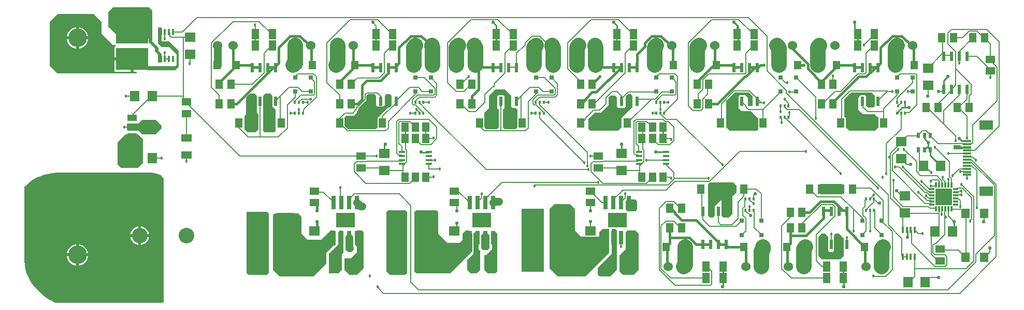
<source format=gbr>
G04 EAGLE Gerber RS-274X export*
G75*
%MOMM*%
%FSLAX34Y34*%
%LPD*%
%INTop Copper*%
%IPPOS*%
%AMOC8*
5,1,8,0,0,1.08239X$1,22.5*%
G01*
%ADD10R,2.800000X1.000000*%
%ADD11R,1.600000X1.800000*%
%ADD12R,1.800000X1.600000*%
%ADD13C,1.524000*%
%ADD14C,2.540000*%
%ADD15R,1.400000X0.300000*%
%ADD16R,2.200000X1.600000*%
%ADD17R,1.200000X1.400000*%
%ADD18R,1.250000X1.750000*%
%ADD19R,1.750000X1.250000*%
%ADD20R,0.800000X0.800000*%
%ADD21C,3.048000*%
%ADD22R,1.300000X1.500000*%
%ADD23R,1.300000X1.600000*%
%ADD24R,1.600000X1.300000*%
%ADD25R,1.400000X1.600000*%
%ADD26R,0.600000X1.520000*%
%ADD27R,0.300000X0.500000*%
%ADD28R,1.500000X1.000000*%
%ADD29R,0.750000X2.200000*%
%ADD30R,3.100000X2.400000*%
%ADD31C,0.503200*%
%ADD32R,1.000000X0.400000*%
%ADD33R,0.400000X1.000000*%
%ADD34R,0.600000X0.900000*%
%ADD35C,0.130000*%
%ADD36R,0.850000X0.300000*%
%ADD37R,0.300000X0.850000*%
%ADD38R,5.250000X3.650000*%
%ADD39C,0.381000*%
%ADD40C,0.127000*%
%ADD41C,0.457200*%
%ADD42C,2.540000*%
%ADD43C,0.254000*%
%ADD44C,0.553200*%
%ADD45C,0.203200*%
%ADD46C,1.270000*%
%ADD47C,0.406400*%
%ADD48C,0.975000*%

G36*
X228718Y4461D02*
X228718Y4461D01*
X228837Y4468D01*
X228875Y4481D01*
X228916Y4486D01*
X229026Y4529D01*
X229139Y4566D01*
X229174Y4588D01*
X229211Y4603D01*
X229307Y4672D01*
X229408Y4736D01*
X229436Y4766D01*
X229469Y4789D01*
X229545Y4881D01*
X229626Y4968D01*
X229646Y5003D01*
X229671Y5034D01*
X229722Y5142D01*
X229780Y5246D01*
X229790Y5286D01*
X229807Y5322D01*
X229829Y5439D01*
X229859Y5554D01*
X229863Y5614D01*
X229867Y5634D01*
X229865Y5655D01*
X229869Y5715D01*
X229869Y208461D01*
X229851Y208608D01*
X229835Y208756D01*
X229831Y208766D01*
X229829Y208776D01*
X229775Y208914D01*
X229722Y209053D01*
X229716Y209062D01*
X229712Y209072D01*
X229625Y209192D01*
X229540Y209314D01*
X229530Y209324D01*
X229526Y209329D01*
X229514Y209338D01*
X229424Y209426D01*
X226394Y212014D01*
X226377Y212025D01*
X226364Y212039D01*
X226232Y212131D01*
X222834Y214214D01*
X222816Y214222D01*
X222801Y214233D01*
X222657Y214304D01*
X218974Y215829D01*
X218956Y215835D01*
X218939Y215844D01*
X218785Y215891D01*
X214909Y216821D01*
X214890Y216824D01*
X214872Y216830D01*
X214713Y216853D01*
X210739Y217165D01*
X210717Y217164D01*
X210640Y217169D01*
X56466Y217169D01*
X56447Y217167D01*
X56395Y217167D01*
X47998Y216696D01*
X47984Y216693D01*
X47856Y216680D01*
X39564Y215271D01*
X39551Y215267D01*
X39426Y215239D01*
X31344Y212911D01*
X31331Y212905D01*
X31209Y212864D01*
X23439Y209645D01*
X23427Y209639D01*
X23311Y209584D01*
X15950Y205515D01*
X15939Y205507D01*
X15829Y205439D01*
X8970Y200573D01*
X8960Y200563D01*
X8859Y200484D01*
X2587Y194879D01*
X2499Y194778D01*
X2407Y194680D01*
X2395Y194658D01*
X2379Y194639D01*
X2318Y194519D01*
X2253Y194402D01*
X2247Y194378D01*
X2236Y194355D01*
X2208Y194224D01*
X2174Y194094D01*
X2172Y194059D01*
X2169Y194044D01*
X2169Y194023D01*
X2164Y193933D01*
X2164Y73578D01*
X2166Y73559D01*
X2166Y73507D01*
X2564Y66422D01*
X2566Y66408D01*
X2580Y66280D01*
X3768Y59285D01*
X3772Y59272D01*
X3800Y59146D01*
X5764Y52327D01*
X5770Y52314D01*
X5811Y52193D01*
X8527Y45637D01*
X8534Y45625D01*
X8589Y45508D01*
X12021Y39298D01*
X12029Y39287D01*
X12097Y39177D01*
X16203Y33390D01*
X16213Y33380D01*
X16292Y33278D01*
X21021Y27987D01*
X21035Y27975D01*
X21070Y27936D01*
X27936Y21070D01*
X27951Y21058D01*
X27987Y21021D01*
X34259Y15416D01*
X34270Y15409D01*
X34370Y15328D01*
X41229Y10461D01*
X41241Y10454D01*
X41350Y10385D01*
X48711Y6316D01*
X48723Y6311D01*
X48839Y6255D01*
X52973Y4542D01*
X52982Y4540D01*
X52990Y4535D01*
X53135Y4498D01*
X53280Y4458D01*
X53289Y4458D01*
X53298Y4456D01*
X53459Y4446D01*
X228600Y4446D01*
X228718Y4461D01*
G37*
G36*
X184248Y379743D02*
X184248Y379743D01*
X184347Y379746D01*
X184405Y379763D01*
X184466Y379771D01*
X184558Y379807D01*
X184653Y379835D01*
X184705Y379865D01*
X184761Y379888D01*
X184841Y379946D01*
X184927Y379996D01*
X185002Y380062D01*
X185019Y380074D01*
X185026Y380084D01*
X185048Y380103D01*
X185838Y380893D01*
X185923Y381002D01*
X186011Y381109D01*
X186020Y381128D01*
X186032Y381144D01*
X186088Y381272D01*
X186147Y381397D01*
X186151Y381417D01*
X186159Y381436D01*
X186181Y381574D01*
X186207Y381710D01*
X186205Y381730D01*
X186209Y381750D01*
X186196Y381889D01*
X186187Y382027D01*
X186181Y382046D01*
X186179Y382066D01*
X186132Y382198D01*
X186089Y382329D01*
X186078Y382347D01*
X186071Y382366D01*
X185993Y382481D01*
X185919Y382598D01*
X185904Y382612D01*
X185893Y382629D01*
X185789Y382721D01*
X185687Y382816D01*
X185669Y382826D01*
X185654Y382839D01*
X185531Y382902D01*
X185409Y382970D01*
X185389Y382975D01*
X185371Y382984D01*
X185235Y383014D01*
X185101Y383049D01*
X185073Y383051D01*
X185061Y383054D01*
X185040Y383053D01*
X184940Y383059D01*
X180339Y383059D01*
X180339Y402580D01*
X180324Y402698D01*
X180317Y402817D01*
X180304Y402855D01*
X180299Y402895D01*
X180255Y403006D01*
X180219Y403119D01*
X180197Y403154D01*
X180182Y403191D01*
X180112Y403287D01*
X180049Y403388D01*
X180019Y403416D01*
X179995Y403448D01*
X179904Y403524D01*
X179817Y403606D01*
X179782Y403625D01*
X179750Y403651D01*
X179643Y403702D01*
X179539Y403759D01*
X179499Y403770D01*
X179463Y403787D01*
X179346Y403809D01*
X179231Y403839D01*
X179170Y403843D01*
X179150Y403847D01*
X179130Y403845D01*
X179070Y403849D01*
X177799Y403849D01*
X177799Y405120D01*
X177784Y405238D01*
X177777Y405357D01*
X177764Y405395D01*
X177759Y405435D01*
X177715Y405546D01*
X177679Y405659D01*
X177657Y405694D01*
X177642Y405731D01*
X177572Y405827D01*
X177509Y405928D01*
X177479Y405956D01*
X177455Y405988D01*
X177364Y406064D01*
X177277Y406146D01*
X177242Y406165D01*
X177210Y406191D01*
X177103Y406242D01*
X176999Y406299D01*
X176959Y406310D01*
X176923Y406327D01*
X176806Y406349D01*
X176691Y406379D01*
X176630Y406383D01*
X176610Y406387D01*
X176590Y406385D01*
X176530Y406389D01*
X149009Y406389D01*
X149009Y422434D01*
X149182Y423081D01*
X149517Y423660D01*
X149990Y424133D01*
X150367Y424351D01*
X150483Y424439D01*
X150601Y424524D01*
X150610Y424535D01*
X150620Y424543D01*
X150711Y424657D01*
X150804Y424769D01*
X150810Y424782D01*
X150818Y424792D01*
X150878Y424926D01*
X150939Y425057D01*
X150942Y425070D01*
X150947Y425083D01*
X150972Y425227D01*
X150999Y425370D01*
X150998Y425383D01*
X151001Y425396D01*
X150988Y425542D01*
X150979Y425687D01*
X150975Y425700D01*
X150974Y425713D01*
X150926Y425851D01*
X150881Y425989D01*
X150874Y426001D01*
X150870Y426014D01*
X150789Y426135D01*
X150711Y426258D01*
X150701Y426267D01*
X150694Y426279D01*
X150586Y426376D01*
X150480Y426476D01*
X150468Y426483D01*
X150458Y426492D01*
X150329Y426559D01*
X150201Y426630D01*
X150188Y426633D01*
X150176Y426639D01*
X150034Y426673D01*
X149893Y426709D01*
X149875Y426710D01*
X149866Y426712D01*
X149849Y426712D01*
X149732Y426719D01*
X146576Y426719D01*
X128269Y445026D01*
X128269Y463550D01*
X128257Y463648D01*
X128254Y463747D01*
X128237Y463805D01*
X128229Y463866D01*
X128193Y463958D01*
X128165Y464053D01*
X128135Y464105D01*
X128112Y464161D01*
X128054Y464241D01*
X128004Y464327D01*
X127938Y464402D01*
X127926Y464419D01*
X127916Y464426D01*
X127898Y464448D01*
X115198Y477148D01*
X115119Y477208D01*
X115047Y477276D01*
X114994Y477305D01*
X114946Y477342D01*
X114855Y477382D01*
X114769Y477430D01*
X114710Y477445D01*
X114654Y477469D01*
X114556Y477484D01*
X114461Y477509D01*
X114361Y477515D01*
X114340Y477519D01*
X114328Y477517D01*
X114300Y477519D01*
X57150Y477519D01*
X57052Y477507D01*
X56953Y477504D01*
X56895Y477487D01*
X56834Y477479D01*
X56742Y477443D01*
X56647Y477415D01*
X56595Y477385D01*
X56539Y477362D01*
X56459Y477304D01*
X56373Y477254D01*
X56298Y477188D01*
X56281Y477176D01*
X56274Y477166D01*
X56253Y477148D01*
X43553Y464448D01*
X43492Y464369D01*
X43424Y464297D01*
X43395Y464244D01*
X43358Y464196D01*
X43318Y464105D01*
X43270Y464019D01*
X43255Y463960D01*
X43231Y463904D01*
X43216Y463806D01*
X43191Y463711D01*
X43185Y463611D01*
X43181Y463590D01*
X43183Y463578D01*
X43181Y463550D01*
X43181Y393700D01*
X43193Y393602D01*
X43196Y393503D01*
X43213Y393445D01*
X43221Y393384D01*
X43257Y393292D01*
X43285Y393197D01*
X43306Y393161D01*
X43309Y393153D01*
X43318Y393138D01*
X43338Y393089D01*
X43396Y393009D01*
X43446Y392923D01*
X43475Y392891D01*
X43479Y392884D01*
X43488Y392875D01*
X43512Y392848D01*
X43524Y392831D01*
X43534Y392824D01*
X43553Y392803D01*
X56253Y380103D01*
X56331Y380042D01*
X56403Y379974D01*
X56456Y379945D01*
X56504Y379908D01*
X56595Y379868D01*
X56681Y379820D01*
X56740Y379805D01*
X56796Y379781D01*
X56894Y379766D01*
X56989Y379741D01*
X57089Y379735D01*
X57110Y379731D01*
X57122Y379733D01*
X57150Y379731D01*
X184150Y379731D01*
X184248Y379743D01*
G37*
G36*
X919522Y47633D02*
X919522Y47633D01*
X919564Y47631D01*
X919631Y47653D01*
X919701Y47665D01*
X919737Y47687D01*
X919778Y47700D01*
X919851Y47754D01*
X919894Y47780D01*
X919907Y47796D01*
X919928Y47812D01*
X958028Y85912D01*
X958053Y85946D01*
X958084Y85975D01*
X958116Y86038D01*
X958157Y86096D01*
X958167Y86137D01*
X958187Y86175D01*
X958200Y86264D01*
X958213Y86313D01*
X958210Y86334D01*
X958214Y86360D01*
X958214Y124460D01*
X958203Y124525D01*
X958201Y124591D01*
X958183Y124634D01*
X958175Y124681D01*
X958141Y124738D01*
X958116Y124798D01*
X958085Y124833D01*
X958060Y124874D01*
X958009Y124916D01*
X957965Y124964D01*
X957923Y124986D01*
X957886Y125015D01*
X957824Y125036D01*
X957765Y125067D01*
X957711Y125075D01*
X957674Y125087D01*
X957634Y125086D01*
X957580Y125094D01*
X947420Y125094D01*
X947378Y125087D01*
X947336Y125089D01*
X947269Y125067D01*
X947199Y125055D01*
X947163Y125033D01*
X947122Y125020D01*
X947049Y124966D01*
X947006Y124940D01*
X946993Y124924D01*
X946984Y124918D01*
X946982Y124916D01*
X946981Y124916D01*
X946972Y124908D01*
X941892Y119828D01*
X941867Y119794D01*
X941836Y119765D01*
X941804Y119702D01*
X941763Y119644D01*
X941753Y119603D01*
X941733Y119565D01*
X941721Y119479D01*
X941713Y119456D01*
X941713Y119448D01*
X941708Y119427D01*
X941710Y119406D01*
X941706Y119380D01*
X941706Y112394D01*
X912123Y112394D01*
X902334Y122183D01*
X902334Y157480D01*
X902327Y157522D01*
X902329Y157564D01*
X902307Y157631D01*
X902295Y157701D01*
X902273Y157737D01*
X902260Y157778D01*
X902206Y157851D01*
X902180Y157894D01*
X902164Y157907D01*
X902148Y157928D01*
X894528Y165548D01*
X894494Y165573D01*
X894465Y165604D01*
X894402Y165636D01*
X894344Y165677D01*
X894303Y165687D01*
X894265Y165707D01*
X894176Y165720D01*
X894127Y165733D01*
X894106Y165730D01*
X894080Y165734D01*
X868680Y165734D01*
X868638Y165727D01*
X868596Y165729D01*
X868529Y165707D01*
X868459Y165695D01*
X868423Y165673D01*
X868382Y165660D01*
X868309Y165606D01*
X868266Y165580D01*
X868253Y165564D01*
X868232Y165548D01*
X860612Y157928D01*
X860587Y157894D01*
X860556Y157865D01*
X860524Y157802D01*
X860483Y157744D01*
X860473Y157703D01*
X860453Y157665D01*
X860440Y157576D01*
X860428Y157527D01*
X860430Y157506D01*
X860426Y157480D01*
X860426Y60960D01*
X860433Y60918D01*
X860431Y60876D01*
X860453Y60809D01*
X860465Y60739D01*
X860487Y60703D01*
X860500Y60662D01*
X860536Y60614D01*
X860539Y60607D01*
X860552Y60592D01*
X860554Y60589D01*
X860580Y60546D01*
X860596Y60533D01*
X860612Y60512D01*
X873312Y47812D01*
X873346Y47787D01*
X873375Y47756D01*
X873438Y47724D01*
X873496Y47683D01*
X873537Y47673D01*
X873575Y47653D01*
X873664Y47640D01*
X873713Y47628D01*
X873734Y47630D01*
X873760Y47626D01*
X919480Y47626D01*
X919522Y47633D01*
G37*
G36*
X475022Y47633D02*
X475022Y47633D01*
X475064Y47631D01*
X475131Y47653D01*
X475201Y47665D01*
X475237Y47687D01*
X475278Y47700D01*
X475351Y47754D01*
X475394Y47780D01*
X475407Y47796D01*
X475428Y47812D01*
X495748Y68132D01*
X495773Y68166D01*
X495804Y68195D01*
X495836Y68258D01*
X495877Y68316D01*
X495887Y68357D01*
X495907Y68395D01*
X495920Y68484D01*
X495933Y68533D01*
X495930Y68554D01*
X495934Y68580D01*
X495934Y86097D01*
X508263Y98426D01*
X510540Y98426D01*
X510605Y98437D01*
X510671Y98439D01*
X510714Y98457D01*
X510761Y98465D01*
X510818Y98499D01*
X510878Y98524D01*
X510913Y98555D01*
X510954Y98580D01*
X510996Y98631D01*
X511044Y98675D01*
X511066Y98717D01*
X511095Y98754D01*
X511116Y98816D01*
X511147Y98875D01*
X511155Y98929D01*
X511167Y98966D01*
X511166Y99006D01*
X511174Y99060D01*
X511174Y119380D01*
X511167Y119422D01*
X511169Y119464D01*
X511147Y119531D01*
X511135Y119601D01*
X511113Y119637D01*
X511100Y119678D01*
X511046Y119751D01*
X511020Y119794D01*
X511004Y119807D01*
X510988Y119828D01*
X508448Y122368D01*
X508414Y122393D01*
X508385Y122424D01*
X508322Y122456D01*
X508264Y122497D01*
X508223Y122507D01*
X508185Y122527D01*
X508096Y122540D01*
X508047Y122553D01*
X508026Y122550D01*
X508000Y122554D01*
X502920Y122554D01*
X502878Y122547D01*
X502836Y122549D01*
X502769Y122527D01*
X502699Y122515D01*
X502663Y122493D01*
X502622Y122480D01*
X502549Y122426D01*
X502506Y122400D01*
X502493Y122384D01*
X502472Y122368D01*
X487417Y107314D01*
X465083Y107314D01*
X455294Y117103D01*
X455294Y144780D01*
X455287Y144822D01*
X455289Y144864D01*
X455267Y144931D01*
X455255Y145001D01*
X455233Y145037D01*
X455220Y145078D01*
X455166Y145151D01*
X455140Y145194D01*
X455124Y145207D01*
X455108Y145228D01*
X450028Y150308D01*
X449994Y150333D01*
X449965Y150364D01*
X449902Y150396D01*
X449844Y150437D01*
X449803Y150447D01*
X449765Y150467D01*
X449676Y150480D01*
X449627Y150493D01*
X449606Y150490D01*
X449580Y150494D01*
X411480Y150494D01*
X411438Y150487D01*
X411396Y150489D01*
X411329Y150467D01*
X411259Y150455D01*
X411223Y150433D01*
X411182Y150420D01*
X411109Y150366D01*
X411066Y150340D01*
X411053Y150324D01*
X411032Y150308D01*
X408492Y147768D01*
X408467Y147734D01*
X408436Y147705D01*
X408404Y147642D01*
X408363Y147584D01*
X408353Y147543D01*
X408333Y147505D01*
X408320Y147416D01*
X408308Y147367D01*
X408310Y147346D01*
X408306Y147320D01*
X408306Y58420D01*
X408313Y58378D01*
X408311Y58336D01*
X408333Y58269D01*
X408345Y58199D01*
X408367Y58163D01*
X408380Y58122D01*
X408412Y58080D01*
X408416Y58070D01*
X408433Y58050D01*
X408434Y58049D01*
X408460Y58006D01*
X408476Y57993D01*
X408492Y57972D01*
X418652Y47812D01*
X418686Y47787D01*
X418715Y47756D01*
X418778Y47724D01*
X418836Y47683D01*
X418877Y47673D01*
X418915Y47653D01*
X419004Y47640D01*
X419053Y47628D01*
X419074Y47630D01*
X419100Y47626D01*
X474980Y47626D01*
X475022Y47633D01*
G37*
G36*
X698542Y52713D02*
X698542Y52713D01*
X698584Y52711D01*
X698651Y52733D01*
X698721Y52745D01*
X698757Y52767D01*
X698798Y52780D01*
X698871Y52834D01*
X698914Y52860D01*
X698927Y52876D01*
X698948Y52892D01*
X734508Y88452D01*
X734533Y88486D01*
X734564Y88515D01*
X734596Y88578D01*
X734637Y88636D01*
X734647Y88677D01*
X734667Y88715D01*
X734680Y88804D01*
X734693Y88853D01*
X734690Y88874D01*
X734694Y88900D01*
X734694Y116840D01*
X734687Y116882D01*
X734689Y116924D01*
X734667Y116991D01*
X734655Y117061D01*
X734633Y117097D01*
X734620Y117138D01*
X734566Y117211D01*
X734540Y117254D01*
X734524Y117267D01*
X734508Y117288D01*
X729428Y122368D01*
X729394Y122393D01*
X729365Y122424D01*
X729302Y122456D01*
X729244Y122497D01*
X729203Y122507D01*
X729165Y122527D01*
X729076Y122540D01*
X729027Y122553D01*
X729006Y122550D01*
X728980Y122554D01*
X723900Y122554D01*
X723858Y122547D01*
X723816Y122549D01*
X723749Y122527D01*
X723679Y122515D01*
X723643Y122493D01*
X723602Y122480D01*
X723529Y122426D01*
X723486Y122400D01*
X723473Y122384D01*
X723452Y122368D01*
X718372Y117288D01*
X718347Y117254D01*
X718316Y117225D01*
X718284Y117162D01*
X718243Y117104D01*
X718233Y117063D01*
X718213Y117025D01*
X718200Y116936D01*
X718188Y116887D01*
X718190Y116866D01*
X718186Y116840D01*
X718186Y106943D01*
X713477Y102234D01*
X693683Y102234D01*
X678814Y117103D01*
X678814Y152400D01*
X678807Y152442D01*
X678809Y152484D01*
X678787Y152551D01*
X678775Y152621D01*
X678753Y152657D01*
X678740Y152698D01*
X678686Y152771D01*
X678660Y152814D01*
X678644Y152827D01*
X678628Y152848D01*
X676088Y155388D01*
X676054Y155413D01*
X676025Y155444D01*
X675962Y155476D01*
X675904Y155517D01*
X675863Y155527D01*
X675825Y155547D01*
X675736Y155560D01*
X675687Y155573D01*
X675666Y155570D01*
X675640Y155574D01*
X642620Y155574D01*
X642578Y155567D01*
X642536Y155569D01*
X642469Y155547D01*
X642399Y155535D01*
X642363Y155513D01*
X642322Y155500D01*
X642249Y155446D01*
X642206Y155420D01*
X642193Y155404D01*
X642172Y155388D01*
X639632Y152848D01*
X639607Y152814D01*
X639576Y152785D01*
X639544Y152722D01*
X639503Y152664D01*
X639493Y152623D01*
X639473Y152585D01*
X639460Y152496D01*
X639448Y152447D01*
X639450Y152426D01*
X639446Y152400D01*
X639446Y55880D01*
X639453Y55838D01*
X639451Y55796D01*
X639462Y55763D01*
X639462Y55746D01*
X639476Y55714D01*
X639485Y55659D01*
X639507Y55623D01*
X639520Y55582D01*
X639540Y55555D01*
X639547Y55539D01*
X639575Y55508D01*
X639600Y55466D01*
X639616Y55453D01*
X639632Y55432D01*
X642172Y52892D01*
X642206Y52867D01*
X642235Y52836D01*
X642298Y52804D01*
X642356Y52763D01*
X642397Y52753D01*
X642435Y52733D01*
X642524Y52720D01*
X642573Y52708D01*
X642594Y52710D01*
X642620Y52706D01*
X698500Y52706D01*
X698542Y52713D01*
G37*
G36*
X850965Y55257D02*
X850965Y55257D01*
X851031Y55259D01*
X851074Y55277D01*
X851121Y55285D01*
X851178Y55319D01*
X851238Y55344D01*
X851273Y55375D01*
X851314Y55400D01*
X851356Y55451D01*
X851404Y55495D01*
X851426Y55537D01*
X851455Y55574D01*
X851476Y55636D01*
X851507Y55695D01*
X851515Y55749D01*
X851527Y55786D01*
X851526Y55826D01*
X851534Y55880D01*
X851534Y157480D01*
X851523Y157545D01*
X851521Y157611D01*
X851503Y157654D01*
X851495Y157701D01*
X851461Y157758D01*
X851436Y157818D01*
X851405Y157853D01*
X851380Y157894D01*
X851329Y157936D01*
X851285Y157984D01*
X851243Y158006D01*
X851206Y158035D01*
X851144Y158056D01*
X851085Y158087D01*
X851031Y158095D01*
X850994Y158107D01*
X850954Y158106D01*
X850900Y158114D01*
X815340Y158114D01*
X815275Y158103D01*
X815209Y158101D01*
X815166Y158083D01*
X815119Y158075D01*
X815062Y158041D01*
X815002Y158016D01*
X814967Y157985D01*
X814926Y157960D01*
X814885Y157909D01*
X814836Y157865D01*
X814814Y157823D01*
X814785Y157786D01*
X814764Y157724D01*
X814733Y157665D01*
X814725Y157611D01*
X814713Y157574D01*
X814714Y157534D01*
X814706Y157480D01*
X814706Y55880D01*
X814717Y55815D01*
X814719Y55749D01*
X814737Y55706D01*
X814745Y55659D01*
X814779Y55602D01*
X814804Y55542D01*
X814835Y55507D01*
X814860Y55466D01*
X814911Y55425D01*
X814955Y55376D01*
X814997Y55354D01*
X815034Y55325D01*
X815096Y55304D01*
X815155Y55273D01*
X815209Y55265D01*
X815246Y55253D01*
X815286Y55254D01*
X815340Y55246D01*
X850900Y55246D01*
X850965Y55257D01*
G37*
G36*
X398822Y50173D02*
X398822Y50173D01*
X398864Y50171D01*
X398931Y50193D01*
X399001Y50205D01*
X399037Y50227D01*
X399078Y50240D01*
X399151Y50294D01*
X399194Y50320D01*
X399207Y50336D01*
X399228Y50352D01*
X401768Y52892D01*
X401793Y52926D01*
X401824Y52955D01*
X401847Y52999D01*
X401872Y53031D01*
X401879Y53051D01*
X401897Y53076D01*
X401907Y53117D01*
X401927Y53155D01*
X401936Y53220D01*
X401944Y53243D01*
X401944Y53259D01*
X401953Y53293D01*
X401950Y53314D01*
X401954Y53340D01*
X401954Y149860D01*
X401947Y149902D01*
X401949Y149944D01*
X401927Y150011D01*
X401915Y150081D01*
X401893Y150117D01*
X401880Y150158D01*
X401826Y150231D01*
X401800Y150274D01*
X401784Y150287D01*
X401768Y150308D01*
X399228Y152848D01*
X399194Y152873D01*
X399165Y152904D01*
X399102Y152936D01*
X399044Y152977D01*
X399003Y152987D01*
X398965Y153007D01*
X398876Y153020D01*
X398827Y153033D01*
X398806Y153030D01*
X398780Y153034D01*
X365760Y153034D01*
X365695Y153023D01*
X365629Y153021D01*
X365586Y153003D01*
X365539Y152995D01*
X365482Y152961D01*
X365422Y152936D01*
X365387Y152905D01*
X365346Y152880D01*
X365305Y152829D01*
X365256Y152785D01*
X365234Y152743D01*
X365205Y152706D01*
X365184Y152644D01*
X365153Y152585D01*
X365145Y152531D01*
X365133Y152494D01*
X365134Y152454D01*
X365126Y152400D01*
X365126Y53340D01*
X365133Y53298D01*
X365131Y53256D01*
X365142Y53223D01*
X365142Y53206D01*
X365156Y53174D01*
X365165Y53119D01*
X365187Y53083D01*
X365200Y53042D01*
X365220Y53016D01*
X365227Y52999D01*
X365255Y52967D01*
X365280Y52926D01*
X365296Y52913D01*
X365312Y52892D01*
X367852Y50352D01*
X367886Y50327D01*
X367915Y50296D01*
X367978Y50264D01*
X368036Y50223D01*
X368077Y50213D01*
X368115Y50193D01*
X368204Y50180D01*
X368253Y50168D01*
X368274Y50170D01*
X368300Y50166D01*
X398780Y50166D01*
X398822Y50173D01*
G37*
G36*
X624882Y50173D02*
X624882Y50173D01*
X624924Y50171D01*
X624991Y50193D01*
X625061Y50205D01*
X625097Y50227D01*
X625138Y50240D01*
X625211Y50294D01*
X625254Y50320D01*
X625267Y50336D01*
X625288Y50352D01*
X627828Y52892D01*
X627853Y52926D01*
X627884Y52955D01*
X627907Y52999D01*
X627932Y53031D01*
X627939Y53051D01*
X627957Y53076D01*
X627967Y53117D01*
X627987Y53155D01*
X627996Y53220D01*
X628004Y53243D01*
X628004Y53259D01*
X628013Y53293D01*
X628010Y53314D01*
X628014Y53340D01*
X628014Y152400D01*
X628007Y152442D01*
X628009Y152484D01*
X627987Y152551D01*
X627975Y152621D01*
X627953Y152657D01*
X627940Y152698D01*
X627886Y152771D01*
X627860Y152814D01*
X627844Y152827D01*
X627828Y152848D01*
X625288Y155388D01*
X625254Y155413D01*
X625225Y155444D01*
X625162Y155476D01*
X625104Y155517D01*
X625063Y155527D01*
X625025Y155547D01*
X624936Y155560D01*
X624887Y155573D01*
X624866Y155570D01*
X624840Y155574D01*
X596900Y155574D01*
X596858Y155567D01*
X596816Y155569D01*
X596749Y155547D01*
X596679Y155535D01*
X596643Y155513D01*
X596602Y155500D01*
X596529Y155446D01*
X596486Y155420D01*
X596473Y155404D01*
X596452Y155388D01*
X593912Y152848D01*
X593887Y152814D01*
X593856Y152785D01*
X593824Y152722D01*
X593783Y152664D01*
X593773Y152623D01*
X593753Y152585D01*
X593740Y152496D01*
X593728Y152447D01*
X593730Y152426D01*
X593726Y152400D01*
X593726Y55880D01*
X593733Y55838D01*
X593731Y55796D01*
X593745Y55753D01*
X593745Y55743D01*
X593754Y55722D01*
X593765Y55659D01*
X593787Y55623D01*
X593800Y55582D01*
X593824Y55550D01*
X593830Y55536D01*
X593855Y55508D01*
X593880Y55466D01*
X593896Y55453D01*
X593912Y55432D01*
X598992Y50352D01*
X599026Y50327D01*
X599055Y50296D01*
X599118Y50264D01*
X599176Y50223D01*
X599217Y50213D01*
X599255Y50193D01*
X599344Y50180D01*
X599393Y50168D01*
X599414Y50170D01*
X599440Y50166D01*
X624840Y50166D01*
X624882Y50173D01*
G37*
G36*
X226125Y398157D02*
X226125Y398157D01*
X226191Y398159D01*
X226234Y398177D01*
X226281Y398185D01*
X226338Y398219D01*
X226398Y398244D01*
X226433Y398275D01*
X226474Y398300D01*
X226516Y398351D01*
X226564Y398395D01*
X226586Y398437D01*
X226615Y398474D01*
X226636Y398536D01*
X226667Y398595D01*
X226675Y398649D01*
X226687Y398686D01*
X226686Y398726D01*
X226694Y398780D01*
X226694Y411480D01*
X226687Y411522D01*
X226689Y411564D01*
X226681Y411588D01*
X226681Y411596D01*
X226671Y411621D01*
X226667Y411631D01*
X226655Y411701D01*
X226633Y411737D01*
X226620Y411778D01*
X226566Y411851D01*
X226540Y411894D01*
X226524Y411907D01*
X226508Y411928D01*
X221614Y416823D01*
X221614Y421640D01*
X221607Y421682D01*
X221609Y421724D01*
X221587Y421791D01*
X221575Y421861D01*
X221553Y421897D01*
X221540Y421938D01*
X221486Y422011D01*
X221460Y422054D01*
X221444Y422067D01*
X221428Y422088D01*
X211454Y432063D01*
X211454Y482600D01*
X211447Y482642D01*
X211449Y482684D01*
X211427Y482751D01*
X211415Y482821D01*
X211393Y482857D01*
X211380Y482898D01*
X211326Y482971D01*
X211300Y483014D01*
X211284Y483027D01*
X211268Y483048D01*
X206188Y488128D01*
X206154Y488153D01*
X206125Y488184D01*
X206062Y488216D01*
X206004Y488257D01*
X205963Y488267D01*
X205925Y488287D01*
X205836Y488300D01*
X205787Y488313D01*
X205766Y488310D01*
X205740Y488314D01*
X147320Y488314D01*
X147278Y488307D01*
X147236Y488309D01*
X147169Y488287D01*
X147099Y488275D01*
X147063Y488253D01*
X147022Y488240D01*
X146949Y488186D01*
X146906Y488160D01*
X146893Y488144D01*
X146872Y488128D01*
X139252Y480508D01*
X139227Y480474D01*
X139196Y480445D01*
X139164Y480382D01*
X139123Y480324D01*
X139113Y480283D01*
X139093Y480245D01*
X139080Y480156D01*
X139068Y480107D01*
X139070Y480086D01*
X139066Y480060D01*
X139066Y457200D01*
X139073Y457158D01*
X139071Y457116D01*
X139093Y457049D01*
X139105Y456979D01*
X139127Y456943D01*
X139140Y456902D01*
X139194Y456829D01*
X139220Y456786D01*
X139236Y456773D01*
X139252Y456752D01*
X151952Y444052D01*
X151986Y444027D01*
X152015Y443996D01*
X152078Y443964D01*
X152136Y443923D01*
X152177Y443913D01*
X152215Y443893D01*
X152304Y443880D01*
X152353Y443868D01*
X152374Y443870D01*
X152400Y443866D01*
X154677Y443866D01*
X157032Y441512D01*
X157066Y441487D01*
X157095Y441456D01*
X157158Y441424D01*
X157216Y441383D01*
X157257Y441373D01*
X157295Y441353D01*
X157384Y441340D01*
X157433Y441328D01*
X157454Y441330D01*
X157480Y441326D01*
X200397Y441326D01*
X205106Y436617D01*
X205106Y431800D01*
X205113Y431758D01*
X205111Y431716D01*
X205133Y431649D01*
X205145Y431579D01*
X205167Y431543D01*
X205180Y431502D01*
X205234Y431429D01*
X205260Y431386D01*
X205276Y431373D01*
X205292Y431352D01*
X215266Y421377D01*
X215266Y416560D01*
X215273Y416518D01*
X215271Y416476D01*
X215293Y416409D01*
X215305Y416339D01*
X215327Y416303D01*
X215340Y416262D01*
X215383Y416204D01*
X215385Y416201D01*
X215390Y416195D01*
X215394Y416189D01*
X215420Y416146D01*
X215436Y416133D01*
X215452Y416112D01*
X220346Y411217D01*
X220346Y398780D01*
X220357Y398715D01*
X220359Y398649D01*
X220377Y398606D01*
X220385Y398559D01*
X220419Y398502D01*
X220444Y398442D01*
X220475Y398407D01*
X220500Y398366D01*
X220551Y398325D01*
X220595Y398276D01*
X220637Y398254D01*
X220674Y398225D01*
X220736Y398204D01*
X220795Y398173D01*
X220849Y398165D01*
X220886Y398153D01*
X220926Y398154D01*
X220980Y398146D01*
X226060Y398146D01*
X226125Y398157D01*
G37*
G36*
X1392007Y286017D02*
X1392007Y286017D01*
X1392094Y286020D01*
X1392147Y286037D01*
X1392202Y286045D01*
X1392281Y286080D01*
X1392365Y286107D01*
X1392404Y286135D01*
X1392461Y286161D01*
X1392574Y286257D01*
X1392638Y286302D01*
X1397718Y291382D01*
X1397734Y291404D01*
X1397754Y291421D01*
X1397786Y291469D01*
X1397830Y291516D01*
X1397856Y291565D01*
X1397889Y291609D01*
X1397901Y291641D01*
X1397912Y291657D01*
X1397926Y291704D01*
X1397960Y291769D01*
X1397968Y291817D01*
X1397990Y291875D01*
X1397993Y291915D01*
X1397998Y291928D01*
X1397999Y291982D01*
X1398002Y292023D01*
X1398015Y292100D01*
X1398015Y307340D01*
X1398007Y307396D01*
X1398009Y307441D01*
X1398002Y307468D01*
X1398000Y307514D01*
X1397983Y307567D01*
X1397975Y307622D01*
X1397942Y307696D01*
X1397937Y307716D01*
X1397932Y307724D01*
X1397913Y307785D01*
X1397885Y307824D01*
X1397859Y307881D01*
X1397763Y307994D01*
X1397718Y308058D01*
X1392638Y313138D01*
X1392568Y313190D01*
X1392504Y313250D01*
X1392455Y313276D01*
X1392411Y313309D01*
X1392329Y313340D01*
X1392251Y313380D01*
X1392204Y313388D01*
X1392145Y313410D01*
X1391997Y313422D01*
X1391920Y313435D01*
X1372021Y313435D01*
X1364995Y320461D01*
X1364995Y339940D01*
X1367032Y341976D01*
X1367084Y342046D01*
X1367144Y342110D01*
X1367170Y342159D01*
X1367203Y342203D01*
X1367234Y342285D01*
X1367274Y342363D01*
X1367282Y342411D01*
X1367304Y342469D01*
X1367316Y342617D01*
X1367329Y342694D01*
X1367329Y342826D01*
X1368074Y343571D01*
X1368206Y343571D01*
X1368293Y343583D01*
X1368380Y343586D01*
X1368433Y343603D01*
X1368487Y343611D01*
X1368567Y343646D01*
X1368651Y343673D01*
X1368690Y343701D01*
X1368747Y343727D01*
X1368860Y343823D01*
X1368924Y343868D01*
X1369481Y344425D01*
X1376260Y344425D01*
X1378205Y342480D01*
X1378205Y327660D01*
X1378217Y327573D01*
X1378220Y327486D01*
X1378237Y327433D01*
X1378245Y327379D01*
X1378280Y327299D01*
X1378307Y327215D01*
X1378335Y327176D01*
X1378361Y327119D01*
X1378440Y327026D01*
X1378459Y326994D01*
X1378478Y326976D01*
X1378502Y326942D01*
X1381042Y324402D01*
X1381112Y324350D01*
X1381176Y324290D01*
X1381225Y324264D01*
X1381269Y324231D01*
X1381351Y324200D01*
X1381429Y324160D01*
X1381477Y324152D01*
X1381535Y324130D01*
X1381683Y324118D01*
X1381760Y324105D01*
X1389380Y324105D01*
X1389467Y324117D01*
X1389554Y324120D01*
X1389607Y324137D01*
X1389662Y324145D01*
X1389741Y324180D01*
X1389825Y324207D01*
X1389864Y324235D01*
X1389921Y324261D01*
X1390034Y324357D01*
X1390098Y324402D01*
X1392432Y326736D01*
X1392484Y326806D01*
X1392544Y326870D01*
X1392570Y326919D01*
X1392603Y326963D01*
X1392634Y327045D01*
X1392674Y327123D01*
X1392682Y327171D01*
X1392704Y327229D01*
X1392716Y327377D01*
X1392729Y327454D01*
X1392729Y343106D01*
X1392717Y343193D01*
X1392714Y343280D01*
X1392697Y343333D01*
X1392689Y343387D01*
X1392654Y343467D01*
X1392627Y343551D01*
X1392599Y343590D01*
X1392573Y343647D01*
X1392477Y343760D01*
X1392432Y343824D01*
X1387558Y348698D01*
X1387488Y348750D01*
X1387424Y348810D01*
X1387375Y348836D01*
X1387331Y348869D01*
X1387249Y348900D01*
X1387171Y348940D01*
X1387124Y348948D01*
X1387065Y348970D01*
X1386917Y348982D01*
X1386840Y348995D01*
X1353820Y348995D01*
X1353733Y348983D01*
X1353646Y348980D01*
X1353593Y348963D01*
X1353539Y348955D01*
X1353459Y348920D01*
X1353375Y348893D01*
X1353336Y348865D01*
X1353279Y348839D01*
X1353166Y348743D01*
X1353102Y348698D01*
X1342942Y338538D01*
X1342890Y338468D01*
X1342830Y338404D01*
X1342804Y338355D01*
X1342771Y338311D01*
X1342740Y338229D01*
X1342700Y338151D01*
X1342692Y338104D01*
X1342670Y338045D01*
X1342663Y337965D01*
X1342659Y337950D01*
X1342657Y337895D01*
X1342645Y337820D01*
X1342645Y309880D01*
X1342657Y309793D01*
X1342660Y309706D01*
X1342677Y309653D01*
X1342685Y309599D01*
X1342720Y309519D01*
X1342747Y309435D01*
X1342775Y309396D01*
X1342801Y309339D01*
X1342897Y309226D01*
X1342942Y309162D01*
X1345185Y306920D01*
X1345185Y292100D01*
X1345196Y292019D01*
X1345195Y291980D01*
X1345198Y291967D01*
X1345200Y291926D01*
X1345217Y291873D01*
X1345225Y291819D01*
X1345255Y291750D01*
X1345267Y291705D01*
X1345276Y291689D01*
X1345287Y291655D01*
X1345315Y291616D01*
X1345341Y291559D01*
X1345384Y291508D01*
X1345412Y291460D01*
X1345455Y291421D01*
X1345482Y291382D01*
X1350562Y286302D01*
X1350632Y286250D01*
X1350696Y286190D01*
X1350745Y286164D01*
X1350789Y286131D01*
X1350871Y286100D01*
X1350949Y286060D01*
X1350997Y286052D01*
X1351055Y286030D01*
X1351203Y286018D01*
X1351280Y286005D01*
X1391920Y286005D01*
X1392007Y286017D01*
G37*
G36*
X576622Y288933D02*
X576622Y288933D01*
X576664Y288931D01*
X576731Y288953D01*
X576801Y288965D01*
X576837Y288987D01*
X576878Y289000D01*
X576951Y289054D01*
X576994Y289080D01*
X577007Y289096D01*
X577028Y289112D01*
X579393Y291477D01*
X579418Y291511D01*
X579449Y291540D01*
X579481Y291603D01*
X579522Y291661D01*
X579532Y291702D01*
X579552Y291740D01*
X579565Y291829D01*
X579578Y291878D01*
X579575Y291899D01*
X579579Y291925D01*
X579579Y306976D01*
X580374Y307771D01*
X580392Y307782D01*
X580433Y307795D01*
X580506Y307849D01*
X580549Y307875D01*
X580562Y307891D01*
X580583Y307907D01*
X597163Y324486D01*
X599340Y324486D01*
X599382Y324493D01*
X599425Y324491D01*
X599492Y324513D01*
X599561Y324525D01*
X599598Y324547D01*
X599638Y324560D01*
X599711Y324614D01*
X599754Y324640D01*
X599768Y324656D01*
X599789Y324672D01*
X602428Y327311D01*
X602453Y327346D01*
X602484Y327375D01*
X602516Y327437D01*
X602557Y327495D01*
X602567Y327536D01*
X602587Y327574D01*
X602600Y327664D01*
X602613Y327713D01*
X602610Y327733D01*
X602614Y327760D01*
X602614Y342900D01*
X602607Y342942D01*
X602609Y342984D01*
X602587Y343051D01*
X602575Y343121D01*
X602553Y343157D01*
X602540Y343198D01*
X602486Y343271D01*
X602460Y343314D01*
X602444Y343327D01*
X602428Y343348D01*
X599888Y345888D01*
X599854Y345913D01*
X599825Y345944D01*
X599762Y345976D01*
X599704Y346017D01*
X599663Y346027D01*
X599625Y346047D01*
X599536Y346060D01*
X599487Y346073D01*
X599466Y346070D01*
X599440Y346074D01*
X594360Y346074D01*
X594318Y346067D01*
X594276Y346069D01*
X594209Y346047D01*
X594139Y346035D01*
X594103Y346013D01*
X594062Y346000D01*
X593989Y345946D01*
X593946Y345920D01*
X593933Y345904D01*
X593912Y345888D01*
X591372Y343348D01*
X591347Y343314D01*
X591316Y343285D01*
X591284Y343222D01*
X591243Y343164D01*
X591233Y343123D01*
X591213Y343085D01*
X591200Y342996D01*
X591188Y342947D01*
X591190Y342926D01*
X591186Y342900D01*
X591186Y327923D01*
X589017Y325754D01*
X579383Y325754D01*
X577214Y327923D01*
X577214Y342900D01*
X577207Y342942D01*
X577209Y342984D01*
X577187Y343051D01*
X577175Y343121D01*
X577153Y343157D01*
X577140Y343198D01*
X577086Y343271D01*
X577060Y343314D01*
X577044Y343327D01*
X577028Y343348D01*
X574488Y345888D01*
X574454Y345913D01*
X574425Y345944D01*
X574362Y345976D01*
X574304Y346017D01*
X574263Y346027D01*
X574225Y346047D01*
X574136Y346060D01*
X574087Y346073D01*
X574066Y346070D01*
X574040Y346074D01*
X563880Y346074D01*
X563838Y346067D01*
X563796Y346069D01*
X563729Y346047D01*
X563659Y346035D01*
X563623Y346013D01*
X563582Y346000D01*
X563509Y345946D01*
X563466Y345920D01*
X563453Y345904D01*
X563432Y345888D01*
X560892Y343348D01*
X560867Y343314D01*
X560836Y343285D01*
X560804Y343222D01*
X560763Y343164D01*
X560753Y343123D01*
X560733Y343085D01*
X560720Y342996D01*
X560708Y342947D01*
X560710Y342926D01*
X560706Y342900D01*
X560706Y335543D01*
X548192Y323028D01*
X548167Y322994D01*
X548136Y322965D01*
X548104Y322902D01*
X548063Y322844D01*
X548053Y322803D01*
X548033Y322765D01*
X548020Y322676D01*
X548008Y322627D01*
X548010Y322606D01*
X548006Y322580D01*
X548006Y320303D01*
X545652Y317948D01*
X545627Y317914D01*
X545596Y317885D01*
X545564Y317822D01*
X545523Y317764D01*
X545513Y317723D01*
X545493Y317685D01*
X545480Y317596D01*
X545468Y317547D01*
X545470Y317526D01*
X545466Y317500D01*
X545466Y315223D01*
X540757Y310514D01*
X528320Y310514D01*
X528278Y310507D01*
X528236Y310509D01*
X528169Y310487D01*
X528099Y310475D01*
X528063Y310453D01*
X528022Y310440D01*
X527949Y310386D01*
X527906Y310360D01*
X527893Y310344D01*
X527884Y310338D01*
X527882Y310336D01*
X527881Y310336D01*
X527872Y310328D01*
X525369Y307825D01*
X525331Y307771D01*
X525286Y307724D01*
X525267Y307680D01*
X525240Y307641D01*
X525224Y307577D01*
X525198Y307517D01*
X525196Y307470D01*
X525185Y307424D01*
X525191Y307359D01*
X525188Y307293D01*
X525203Y307248D01*
X525208Y307201D01*
X525237Y307142D01*
X525257Y307079D01*
X525290Y307035D01*
X525307Y307000D01*
X525321Y306987D01*
X525321Y294465D01*
X525328Y294423D01*
X525326Y294381D01*
X525348Y294314D01*
X525360Y294244D01*
X525382Y294208D01*
X525395Y294167D01*
X525449Y294094D01*
X525475Y294051D01*
X525491Y294038D01*
X525507Y294017D01*
X530412Y289112D01*
X530446Y289087D01*
X530475Y289056D01*
X530538Y289024D01*
X530596Y288983D01*
X530637Y288973D01*
X530675Y288953D01*
X530764Y288940D01*
X530813Y288928D01*
X530834Y288930D01*
X530860Y288926D01*
X576580Y288926D01*
X576622Y288933D01*
G37*
G36*
X972862Y286393D02*
X972862Y286393D01*
X972904Y286391D01*
X972971Y286413D01*
X973041Y286425D01*
X973077Y286447D01*
X973118Y286460D01*
X973191Y286514D01*
X973234Y286540D01*
X973247Y286556D01*
X973268Y286572D01*
X978348Y291652D01*
X978373Y291686D01*
X978404Y291715D01*
X978428Y291761D01*
X978449Y291788D01*
X978455Y291805D01*
X978477Y291836D01*
X978487Y291877D01*
X978507Y291915D01*
X978518Y291990D01*
X978521Y292000D01*
X978521Y292008D01*
X978533Y292053D01*
X978530Y292074D01*
X978534Y292100D01*
X978534Y307077D01*
X996128Y324672D01*
X996153Y324706D01*
X996184Y324735D01*
X996216Y324798D01*
X996257Y324856D01*
X996267Y324897D01*
X996287Y324935D01*
X996300Y325024D01*
X996313Y325073D01*
X996310Y325094D01*
X996314Y325120D01*
X996314Y342900D01*
X996307Y342942D01*
X996309Y342984D01*
X996287Y343051D01*
X996275Y343121D01*
X996253Y343157D01*
X996240Y343198D01*
X996186Y343271D01*
X996160Y343314D01*
X996144Y343327D01*
X996128Y343348D01*
X993588Y345888D01*
X993554Y345913D01*
X993525Y345944D01*
X993462Y345976D01*
X993404Y346017D01*
X993363Y346027D01*
X993325Y346047D01*
X993236Y346060D01*
X993187Y346073D01*
X993166Y346070D01*
X993140Y346074D01*
X988795Y346074D01*
X988753Y346067D01*
X988710Y346069D01*
X988643Y346047D01*
X988574Y346035D01*
X988537Y346013D01*
X988497Y346000D01*
X988424Y345946D01*
X988381Y345920D01*
X988367Y345904D01*
X988346Y345888D01*
X985072Y342614D01*
X985047Y342579D01*
X985016Y342550D01*
X984984Y342488D01*
X984943Y342430D01*
X984933Y342389D01*
X984913Y342351D01*
X984900Y342261D01*
X984888Y342212D01*
X984890Y342192D01*
X984886Y342165D01*
X984886Y325383D01*
X982717Y323214D01*
X973083Y323214D01*
X970914Y325383D01*
X970914Y340360D01*
X970907Y340402D01*
X970909Y340444D01*
X970887Y340511D01*
X970875Y340581D01*
X970853Y340617D01*
X970840Y340658D01*
X970786Y340731D01*
X970760Y340774D01*
X970744Y340787D01*
X970728Y340808D01*
X968188Y343348D01*
X968154Y343373D01*
X968125Y343404D01*
X968062Y343436D01*
X968004Y343477D01*
X967963Y343487D01*
X967925Y343507D01*
X967836Y343520D01*
X967787Y343533D01*
X967766Y343530D01*
X967740Y343534D01*
X960120Y343534D01*
X960078Y343527D01*
X960036Y343529D01*
X959969Y343507D01*
X959899Y343495D01*
X959863Y343473D01*
X959822Y343460D01*
X959749Y343406D01*
X959706Y343380D01*
X959693Y343364D01*
X959672Y343348D01*
X957132Y340808D01*
X957107Y340774D01*
X957076Y340745D01*
X957044Y340682D01*
X957003Y340624D01*
X956993Y340583D01*
X956973Y340545D01*
X956960Y340456D01*
X956948Y340407D01*
X956950Y340386D01*
X956946Y340360D01*
X956946Y327923D01*
X944617Y315594D01*
X934720Y315594D01*
X934678Y315587D01*
X934636Y315589D01*
X934569Y315567D01*
X934499Y315555D01*
X934463Y315533D01*
X934422Y315520D01*
X934349Y315466D01*
X934306Y315440D01*
X934293Y315424D01*
X934272Y315408D01*
X924112Y305248D01*
X924087Y305214D01*
X924056Y305185D01*
X924024Y305122D01*
X923983Y305064D01*
X923973Y305023D01*
X923953Y304985D01*
X923940Y304896D01*
X923939Y304890D01*
X923933Y304873D01*
X923933Y304868D01*
X923928Y304847D01*
X923930Y304826D01*
X923926Y304800D01*
X923926Y289560D01*
X923933Y289518D01*
X923931Y289476D01*
X923942Y289443D01*
X923942Y289426D01*
X923956Y289394D01*
X923965Y289339D01*
X923987Y289303D01*
X924000Y289262D01*
X924020Y289236D01*
X924027Y289219D01*
X924055Y289187D01*
X924080Y289146D01*
X924096Y289133D01*
X924112Y289112D01*
X926652Y286572D01*
X926686Y286547D01*
X926715Y286516D01*
X926778Y286484D01*
X926836Y286443D01*
X926877Y286433D01*
X926915Y286413D01*
X927004Y286400D01*
X927053Y286388D01*
X927074Y286390D01*
X927100Y286386D01*
X972820Y286386D01*
X972862Y286393D01*
G37*
G36*
X774742Y288933D02*
X774742Y288933D01*
X774784Y288931D01*
X774851Y288953D01*
X774921Y288965D01*
X774957Y288987D01*
X774998Y289000D01*
X775071Y289054D01*
X775114Y289080D01*
X775127Y289096D01*
X775148Y289112D01*
X777688Y291652D01*
X777713Y291686D01*
X777744Y291715D01*
X777767Y291759D01*
X777792Y291791D01*
X777799Y291811D01*
X777817Y291836D01*
X777827Y291877D01*
X777847Y291915D01*
X777856Y291980D01*
X777864Y292003D01*
X777864Y292019D01*
X777873Y292053D01*
X777870Y292074D01*
X777874Y292100D01*
X777874Y320040D01*
X777867Y320082D01*
X777869Y320124D01*
X777847Y320191D01*
X777835Y320261D01*
X777813Y320297D01*
X777800Y320338D01*
X777746Y320411D01*
X777720Y320454D01*
X777704Y320467D01*
X777688Y320488D01*
X775334Y322843D01*
X775334Y342637D01*
X777503Y344806D01*
X784597Y344806D01*
X786766Y342637D01*
X786766Y322843D01*
X784412Y320488D01*
X784387Y320454D01*
X784356Y320425D01*
X784324Y320362D01*
X784283Y320304D01*
X784273Y320263D01*
X784253Y320225D01*
X784240Y320136D01*
X784228Y320087D01*
X784230Y320066D01*
X784226Y320040D01*
X784226Y292100D01*
X784233Y292058D01*
X784231Y292016D01*
X784242Y291983D01*
X784242Y291966D01*
X784256Y291934D01*
X784265Y291879D01*
X784287Y291843D01*
X784300Y291802D01*
X784320Y291776D01*
X784327Y291759D01*
X784355Y291727D01*
X784380Y291686D01*
X784396Y291673D01*
X784412Y291652D01*
X786952Y289112D01*
X786986Y289087D01*
X787015Y289056D01*
X787078Y289024D01*
X787136Y288983D01*
X787177Y288973D01*
X787215Y288953D01*
X787304Y288940D01*
X787353Y288928D01*
X787374Y288930D01*
X787400Y288926D01*
X805180Y288926D01*
X805222Y288933D01*
X805264Y288931D01*
X805331Y288953D01*
X805401Y288965D01*
X805437Y288987D01*
X805478Y289000D01*
X805551Y289054D01*
X805594Y289080D01*
X805607Y289096D01*
X805628Y289112D01*
X807993Y291477D01*
X808018Y291511D01*
X808049Y291540D01*
X808081Y291603D01*
X808122Y291661D01*
X808132Y291702D01*
X808152Y291740D01*
X808165Y291829D01*
X808178Y291878D01*
X808175Y291899D01*
X808179Y291925D01*
X808179Y306981D01*
X808193Y307000D01*
X808224Y307029D01*
X808256Y307092D01*
X808297Y307150D01*
X808307Y307191D01*
X808327Y307229D01*
X808340Y307318D01*
X808353Y307367D01*
X808350Y307388D01*
X808354Y307414D01*
X808354Y320040D01*
X808347Y320082D01*
X808349Y320124D01*
X808327Y320191D01*
X808315Y320261D01*
X808293Y320297D01*
X808280Y320338D01*
X808226Y320411D01*
X808200Y320454D01*
X808184Y320467D01*
X808168Y320488D01*
X805628Y323028D01*
X805594Y323053D01*
X805565Y323084D01*
X805502Y323116D01*
X805444Y323157D01*
X805403Y323167D01*
X805365Y323187D01*
X805276Y323200D01*
X805227Y323213D01*
X805206Y323210D01*
X805180Y323214D01*
X800363Y323214D01*
X798194Y325383D01*
X798194Y342900D01*
X798187Y342942D01*
X798189Y342984D01*
X798167Y343051D01*
X798155Y343121D01*
X798133Y343157D01*
X798120Y343198D01*
X798066Y343271D01*
X798040Y343314D01*
X798024Y343327D01*
X798008Y343348D01*
X787848Y353508D01*
X787814Y353533D01*
X787785Y353564D01*
X787722Y353596D01*
X787664Y353637D01*
X787623Y353647D01*
X787585Y353667D01*
X787496Y353680D01*
X787447Y353693D01*
X787426Y353690D01*
X787400Y353694D01*
X772160Y353694D01*
X772118Y353687D01*
X772076Y353689D01*
X772009Y353667D01*
X771939Y353655D01*
X771903Y353633D01*
X771862Y353620D01*
X771789Y353566D01*
X771746Y353540D01*
X771733Y353524D01*
X771712Y353508D01*
X761552Y343348D01*
X761527Y343314D01*
X761496Y343285D01*
X761464Y343222D01*
X761423Y343164D01*
X761413Y343123D01*
X761393Y343085D01*
X761380Y342996D01*
X761368Y342947D01*
X761370Y342926D01*
X761366Y342900D01*
X761366Y322843D01*
X753932Y315408D01*
X753907Y315374D01*
X753876Y315345D01*
X753844Y315282D01*
X753803Y315224D01*
X753793Y315183D01*
X753773Y315145D01*
X753760Y315056D01*
X753748Y315007D01*
X753750Y314986D01*
X753746Y314960D01*
X753746Y307414D01*
X753753Y307372D01*
X753751Y307330D01*
X753773Y307263D01*
X753785Y307193D01*
X753807Y307157D01*
X753820Y307116D01*
X753874Y307043D01*
X753900Y307000D01*
X753916Y306987D01*
X753921Y306980D01*
X753921Y291925D01*
X753928Y291883D01*
X753926Y291841D01*
X753948Y291774D01*
X753960Y291704D01*
X753982Y291668D01*
X753995Y291627D01*
X754049Y291554D01*
X754075Y291511D01*
X754091Y291498D01*
X754107Y291477D01*
X756472Y289112D01*
X756506Y289087D01*
X756535Y289056D01*
X756598Y289024D01*
X756656Y288983D01*
X756697Y288973D01*
X756735Y288953D01*
X756824Y288940D01*
X756873Y288928D01*
X756894Y288930D01*
X756920Y288926D01*
X774700Y288926D01*
X774742Y288933D01*
G37*
G36*
X1198967Y286017D02*
X1198967Y286017D01*
X1199054Y286020D01*
X1199107Y286037D01*
X1199162Y286045D01*
X1199241Y286080D01*
X1199325Y286107D01*
X1199364Y286135D01*
X1199421Y286161D01*
X1199534Y286257D01*
X1199598Y286302D01*
X1201831Y288536D01*
X1201867Y288582D01*
X1201909Y288623D01*
X1201952Y288696D01*
X1202002Y288763D01*
X1202023Y288817D01*
X1202053Y288868D01*
X1202074Y288950D01*
X1202104Y289029D01*
X1202108Y289087D01*
X1202123Y289144D01*
X1202120Y289228D01*
X1202127Y289312D01*
X1202116Y289369D01*
X1202114Y289428D01*
X1202088Y289508D01*
X1202071Y289591D01*
X1202044Y289643D01*
X1202026Y289698D01*
X1201986Y289754D01*
X1201940Y289843D01*
X1201879Y289907D01*
X1201879Y305356D01*
X1201872Y305404D01*
X1201873Y305411D01*
X1201870Y305420D01*
X1201867Y305443D01*
X1201864Y305530D01*
X1201847Y305583D01*
X1201839Y305637D01*
X1201804Y305717D01*
X1201777Y305801D01*
X1201749Y305840D01*
X1201723Y305897D01*
X1201627Y306010D01*
X1201582Y306074D01*
X1189438Y318218D01*
X1189368Y318270D01*
X1189304Y318330D01*
X1189255Y318356D01*
X1189211Y318389D01*
X1189129Y318420D01*
X1189051Y318460D01*
X1189004Y318468D01*
X1188945Y318490D01*
X1188797Y318502D01*
X1188720Y318515D01*
X1173901Y318515D01*
X1169415Y323001D01*
X1169415Y342480D01*
X1171361Y344425D01*
X1180680Y344425D01*
X1185165Y339940D01*
X1185165Y327660D01*
X1185173Y327602D01*
X1185171Y327544D01*
X1185193Y327462D01*
X1185205Y327379D01*
X1185229Y327325D01*
X1185243Y327269D01*
X1185286Y327196D01*
X1185321Y327119D01*
X1185359Y327074D01*
X1185389Y327024D01*
X1185450Y326966D01*
X1185505Y326902D01*
X1185553Y326870D01*
X1185596Y326830D01*
X1185671Y326791D01*
X1185741Y326745D01*
X1185797Y326727D01*
X1185849Y326700D01*
X1185917Y326689D01*
X1186012Y326659D01*
X1186112Y326656D01*
X1186180Y326645D01*
X1191260Y326645D01*
X1191318Y326653D01*
X1191376Y326651D01*
X1191458Y326673D01*
X1191542Y326685D01*
X1191595Y326709D01*
X1191651Y326723D01*
X1191724Y326766D01*
X1191801Y326801D01*
X1191846Y326839D01*
X1191896Y326869D01*
X1191954Y326930D01*
X1192018Y326985D01*
X1192050Y327033D01*
X1192090Y327076D01*
X1192129Y327151D01*
X1192176Y327221D01*
X1192193Y327277D01*
X1192220Y327329D01*
X1192231Y327397D01*
X1192261Y327492D01*
X1192264Y327592D01*
X1192275Y327660D01*
X1192275Y342897D01*
X1192268Y342949D01*
X1192269Y342975D01*
X1192263Y342998D01*
X1192260Y343071D01*
X1192243Y343123D01*
X1192235Y343178D01*
X1192200Y343258D01*
X1192173Y343341D01*
X1192145Y343380D01*
X1192119Y343438D01*
X1192023Y343551D01*
X1191978Y343614D01*
X1186894Y348698D01*
X1186825Y348750D01*
X1186761Y348810D01*
X1186711Y348836D01*
X1186667Y348869D01*
X1186586Y348900D01*
X1186508Y348940D01*
X1186460Y348948D01*
X1186402Y348970D01*
X1186254Y348982D01*
X1186177Y348995D01*
X1163323Y348995D01*
X1163237Y348983D01*
X1163149Y348980D01*
X1163097Y348963D01*
X1163042Y348955D01*
X1162962Y348920D01*
X1162879Y348893D01*
X1162840Y348865D01*
X1162782Y348839D01*
X1162669Y348743D01*
X1162605Y348698D01*
X1149902Y335994D01*
X1149850Y335925D01*
X1149790Y335861D01*
X1149764Y335811D01*
X1149731Y335767D01*
X1149700Y335686D01*
X1149660Y335608D01*
X1149652Y335560D01*
X1149630Y335502D01*
X1149618Y335354D01*
X1149605Y335277D01*
X1149605Y292100D01*
X1149616Y292019D01*
X1149615Y291980D01*
X1149618Y291967D01*
X1149620Y291926D01*
X1149637Y291873D01*
X1149645Y291819D01*
X1149675Y291750D01*
X1149687Y291705D01*
X1149696Y291689D01*
X1149707Y291655D01*
X1149735Y291616D01*
X1149761Y291559D01*
X1149804Y291508D01*
X1149832Y291460D01*
X1149875Y291421D01*
X1149902Y291382D01*
X1154982Y286302D01*
X1155052Y286250D01*
X1155116Y286190D01*
X1155165Y286164D01*
X1155209Y286131D01*
X1155291Y286100D01*
X1155369Y286060D01*
X1155417Y286052D01*
X1155475Y286030D01*
X1155623Y286018D01*
X1155700Y286005D01*
X1198880Y286005D01*
X1198967Y286017D01*
G37*
G36*
X188002Y225433D02*
X188002Y225433D01*
X188044Y225431D01*
X188111Y225453D01*
X188181Y225465D01*
X188217Y225487D01*
X188258Y225500D01*
X188331Y225554D01*
X188374Y225580D01*
X188387Y225596D01*
X188408Y225612D01*
X196028Y233232D01*
X196053Y233266D01*
X196084Y233295D01*
X196109Y233343D01*
X196126Y233365D01*
X196131Y233380D01*
X196157Y233416D01*
X196167Y233457D01*
X196187Y233495D01*
X196200Y233584D01*
X196213Y233633D01*
X196210Y233654D01*
X196214Y233680D01*
X196214Y271780D01*
X196207Y271822D01*
X196209Y271864D01*
X196187Y271931D01*
X196175Y272001D01*
X196153Y272037D01*
X196140Y272078D01*
X196086Y272151D01*
X196060Y272194D01*
X196044Y272207D01*
X196028Y272228D01*
X188408Y279848D01*
X188374Y279873D01*
X188345Y279904D01*
X188282Y279936D01*
X188224Y279977D01*
X188183Y279987D01*
X188145Y280007D01*
X188056Y280020D01*
X188007Y280033D01*
X187986Y280030D01*
X187960Y280034D01*
X167640Y280034D01*
X167598Y280027D01*
X167556Y280029D01*
X167489Y280007D01*
X167419Y279995D01*
X167383Y279973D01*
X167342Y279960D01*
X167269Y279906D01*
X167226Y279880D01*
X167213Y279864D01*
X167192Y279848D01*
X154492Y267148D01*
X154467Y267114D01*
X154436Y267085D01*
X154404Y267022D01*
X154363Y266964D01*
X154353Y266923D01*
X154333Y266885D01*
X154320Y266796D01*
X154308Y266747D01*
X154310Y266726D01*
X154306Y266700D01*
X154306Y231140D01*
X154313Y231098D01*
X154311Y231056D01*
X154325Y231013D01*
X154325Y231003D01*
X154334Y230982D01*
X154345Y230919D01*
X154367Y230883D01*
X154380Y230842D01*
X154404Y230810D01*
X154410Y230796D01*
X154435Y230768D01*
X154460Y230726D01*
X154476Y230713D01*
X154492Y230692D01*
X159572Y225612D01*
X159606Y225587D01*
X159635Y225556D01*
X159698Y225524D01*
X159756Y225483D01*
X159797Y225473D01*
X159835Y225453D01*
X159924Y225440D01*
X159973Y225428D01*
X159994Y225430D01*
X160020Y225426D01*
X187960Y225426D01*
X188002Y225433D01*
G37*
G36*
X1153247Y143777D02*
X1153247Y143777D01*
X1153334Y143780D01*
X1153387Y143797D01*
X1153442Y143805D01*
X1153521Y143840D01*
X1153605Y143867D01*
X1153644Y143895D01*
X1153701Y143921D01*
X1153814Y144017D01*
X1153878Y144062D01*
X1158958Y149142D01*
X1158974Y149164D01*
X1158994Y149181D01*
X1159026Y149229D01*
X1159070Y149276D01*
X1159096Y149325D01*
X1159129Y149369D01*
X1159141Y149401D01*
X1159152Y149417D01*
X1159166Y149464D01*
X1159200Y149529D01*
X1159208Y149577D01*
X1159230Y149635D01*
X1159233Y149675D01*
X1159238Y149688D01*
X1159239Y149742D01*
X1159242Y149783D01*
X1159255Y149860D01*
X1159255Y179706D01*
X1160780Y179706D01*
X1160822Y179713D01*
X1160864Y179711D01*
X1160931Y179733D01*
X1161001Y179745D01*
X1161037Y179767D01*
X1161078Y179780D01*
X1161151Y179834D01*
X1161194Y179860D01*
X1161207Y179876D01*
X1161228Y179892D01*
X1166308Y184972D01*
X1166333Y185006D01*
X1166364Y185035D01*
X1166396Y185098D01*
X1166437Y185156D01*
X1166447Y185197D01*
X1166467Y185235D01*
X1166480Y185324D01*
X1166493Y185373D01*
X1166490Y185394D01*
X1166494Y185420D01*
X1166494Y195580D01*
X1166487Y195622D01*
X1166489Y195664D01*
X1166467Y195731D01*
X1166455Y195801D01*
X1166433Y195837D01*
X1166420Y195878D01*
X1166366Y195951D01*
X1166340Y195994D01*
X1166324Y196007D01*
X1166308Y196028D01*
X1161228Y201108D01*
X1161194Y201133D01*
X1161165Y201164D01*
X1161102Y201196D01*
X1161044Y201237D01*
X1161003Y201247D01*
X1160965Y201267D01*
X1160876Y201280D01*
X1160827Y201293D01*
X1160806Y201290D01*
X1160780Y201294D01*
X1122680Y201294D01*
X1122638Y201287D01*
X1122596Y201289D01*
X1122529Y201267D01*
X1122459Y201255D01*
X1122423Y201233D01*
X1122382Y201220D01*
X1122309Y201166D01*
X1122266Y201140D01*
X1122253Y201124D01*
X1122232Y201108D01*
X1119692Y198568D01*
X1119667Y198534D01*
X1119636Y198505D01*
X1119604Y198442D01*
X1119563Y198384D01*
X1119553Y198343D01*
X1119533Y198305D01*
X1119520Y198216D01*
X1119508Y198167D01*
X1119510Y198146D01*
X1119506Y198120D01*
X1119506Y147320D01*
X1119513Y147278D01*
X1119511Y147236D01*
X1119522Y147203D01*
X1119522Y147186D01*
X1119536Y147154D01*
X1119545Y147099D01*
X1119567Y147063D01*
X1119580Y147022D01*
X1119600Y146996D01*
X1119607Y146979D01*
X1119635Y146947D01*
X1119660Y146906D01*
X1119676Y146893D01*
X1119692Y146872D01*
X1122232Y144332D01*
X1122266Y144307D01*
X1122295Y144276D01*
X1122358Y144244D01*
X1122416Y144203D01*
X1122457Y144193D01*
X1122495Y144173D01*
X1122584Y144160D01*
X1122633Y144148D01*
X1122654Y144150D01*
X1122680Y144146D01*
X1127760Y144146D01*
X1127802Y144153D01*
X1127844Y144151D01*
X1127911Y144173D01*
X1127981Y144185D01*
X1128017Y144207D01*
X1128058Y144220D01*
X1128131Y144274D01*
X1128174Y144300D01*
X1128187Y144316D01*
X1128208Y144332D01*
X1130748Y146872D01*
X1130773Y146906D01*
X1130804Y146935D01*
X1130827Y146979D01*
X1130852Y147011D01*
X1130859Y147031D01*
X1130877Y147056D01*
X1130887Y147097D01*
X1130907Y147135D01*
X1130916Y147200D01*
X1130924Y147223D01*
X1130924Y147239D01*
X1130933Y147273D01*
X1130930Y147294D01*
X1130934Y147320D01*
X1130934Y162297D01*
X1141985Y173348D01*
X1141985Y147320D01*
X1141997Y147233D01*
X1142000Y147146D01*
X1142017Y147093D01*
X1142025Y147039D01*
X1142060Y146959D01*
X1142087Y146875D01*
X1142115Y146836D01*
X1142141Y146779D01*
X1142237Y146666D01*
X1142282Y146602D01*
X1144822Y144062D01*
X1144892Y144010D01*
X1144956Y143950D01*
X1145005Y143924D01*
X1145049Y143891D01*
X1145131Y143860D01*
X1145209Y143820D01*
X1145257Y143812D01*
X1145315Y143790D01*
X1145463Y143778D01*
X1145540Y143765D01*
X1153160Y143765D01*
X1153247Y143777D01*
G37*
G36*
X998262Y50173D02*
X998262Y50173D01*
X998304Y50171D01*
X998371Y50193D01*
X998441Y50205D01*
X998477Y50227D01*
X998518Y50240D01*
X998591Y50294D01*
X998634Y50320D01*
X998647Y50336D01*
X998668Y50352D01*
X1006288Y57972D01*
X1006313Y58006D01*
X1006344Y58035D01*
X1006369Y58083D01*
X1006386Y58105D01*
X1006391Y58120D01*
X1006417Y58156D01*
X1006427Y58197D01*
X1006447Y58235D01*
X1006460Y58324D01*
X1006473Y58373D01*
X1006470Y58394D01*
X1006474Y58420D01*
X1006474Y116840D01*
X1006467Y116882D01*
X1006469Y116924D01*
X1006447Y116991D01*
X1006435Y117061D01*
X1006413Y117097D01*
X1006400Y117138D01*
X1006346Y117211D01*
X1006320Y117254D01*
X1006304Y117267D01*
X1006288Y117288D01*
X1001208Y122368D01*
X1001174Y122393D01*
X1001145Y122424D01*
X1001082Y122456D01*
X1001024Y122497D01*
X1000983Y122507D01*
X1000945Y122527D01*
X1000856Y122540D01*
X1000807Y122553D01*
X1000786Y122550D01*
X1000760Y122554D01*
X988060Y122554D01*
X988018Y122547D01*
X987976Y122549D01*
X987909Y122527D01*
X987839Y122515D01*
X987803Y122493D01*
X987762Y122480D01*
X987689Y122426D01*
X987646Y122400D01*
X987633Y122384D01*
X987612Y122368D01*
X985072Y119828D01*
X985047Y119794D01*
X985016Y119765D01*
X984984Y119702D01*
X984943Y119644D01*
X984933Y119603D01*
X984913Y119565D01*
X984900Y119476D01*
X984888Y119427D01*
X984890Y119406D01*
X984886Y119380D01*
X984886Y91703D01*
X974912Y81728D01*
X974887Y81694D01*
X974856Y81665D01*
X974824Y81602D01*
X974783Y81544D01*
X974773Y81503D01*
X974753Y81465D01*
X974740Y81376D01*
X974728Y81327D01*
X974730Y81306D01*
X974726Y81280D01*
X974726Y55880D01*
X974733Y55838D01*
X974731Y55796D01*
X974745Y55753D01*
X974745Y55743D01*
X974754Y55722D01*
X974765Y55659D01*
X974787Y55623D01*
X974800Y55582D01*
X974824Y55550D01*
X974830Y55536D01*
X974855Y55508D01*
X974880Y55466D01*
X974896Y55453D01*
X974912Y55432D01*
X979992Y50352D01*
X980026Y50327D01*
X980055Y50296D01*
X980118Y50264D01*
X980176Y50223D01*
X980217Y50213D01*
X980255Y50193D01*
X980344Y50180D01*
X980393Y50168D01*
X980414Y50170D01*
X980440Y50166D01*
X998220Y50166D01*
X998262Y50173D01*
G37*
G36*
X1336082Y75573D02*
X1336082Y75573D01*
X1336124Y75571D01*
X1336191Y75593D01*
X1336261Y75605D01*
X1336297Y75627D01*
X1336338Y75640D01*
X1336411Y75694D01*
X1336454Y75720D01*
X1336467Y75736D01*
X1336488Y75752D01*
X1341568Y80832D01*
X1341593Y80866D01*
X1341624Y80895D01*
X1341648Y80941D01*
X1341669Y80968D01*
X1341675Y80985D01*
X1341697Y81016D01*
X1341707Y81057D01*
X1341727Y81095D01*
X1341738Y81170D01*
X1341741Y81180D01*
X1341741Y81188D01*
X1341753Y81233D01*
X1341750Y81254D01*
X1341754Y81280D01*
X1341754Y109220D01*
X1341747Y109262D01*
X1341749Y109304D01*
X1341727Y109371D01*
X1341715Y109441D01*
X1341693Y109477D01*
X1341680Y109518D01*
X1341626Y109591D01*
X1341600Y109634D01*
X1341584Y109647D01*
X1341568Y109668D01*
X1333948Y117288D01*
X1333914Y117313D01*
X1333885Y117344D01*
X1333822Y117376D01*
X1333764Y117417D01*
X1333723Y117427D01*
X1333685Y117447D01*
X1333596Y117460D01*
X1333547Y117473D01*
X1333526Y117470D01*
X1333500Y117474D01*
X1328420Y117474D01*
X1328378Y117467D01*
X1328336Y117469D01*
X1328269Y117447D01*
X1328199Y117435D01*
X1328163Y117413D01*
X1328122Y117400D01*
X1328049Y117346D01*
X1328006Y117320D01*
X1327993Y117304D01*
X1327972Y117288D01*
X1325432Y114748D01*
X1325407Y114714D01*
X1325376Y114685D01*
X1325344Y114622D01*
X1325303Y114564D01*
X1325293Y114523D01*
X1325273Y114485D01*
X1325260Y114396D01*
X1325248Y114347D01*
X1325250Y114326D01*
X1325246Y114300D01*
X1325246Y89163D01*
X1323077Y86994D01*
X1318523Y86994D01*
X1316354Y89163D01*
X1316354Y111760D01*
X1316347Y111802D01*
X1316349Y111844D01*
X1316327Y111911D01*
X1316315Y111981D01*
X1316293Y112017D01*
X1316280Y112058D01*
X1316226Y112131D01*
X1316200Y112174D01*
X1316184Y112187D01*
X1316168Y112208D01*
X1311088Y117288D01*
X1311054Y117313D01*
X1311025Y117344D01*
X1310962Y117376D01*
X1310904Y117417D01*
X1310863Y117427D01*
X1310825Y117447D01*
X1310736Y117460D01*
X1310687Y117473D01*
X1310666Y117470D01*
X1310640Y117474D01*
X1305560Y117474D01*
X1305518Y117467D01*
X1305476Y117469D01*
X1305409Y117447D01*
X1305339Y117435D01*
X1305303Y117413D01*
X1305262Y117400D01*
X1305189Y117346D01*
X1305146Y117320D01*
X1305133Y117304D01*
X1305112Y117288D01*
X1300032Y112208D01*
X1300007Y112174D01*
X1299976Y112145D01*
X1299944Y112082D01*
X1299903Y112024D01*
X1299893Y111983D01*
X1299873Y111945D01*
X1299860Y111856D01*
X1299848Y111807D01*
X1299850Y111786D01*
X1299846Y111760D01*
X1299846Y81280D01*
X1299853Y81238D01*
X1299851Y81196D01*
X1299865Y81153D01*
X1299865Y81143D01*
X1299874Y81122D01*
X1299885Y81059D01*
X1299907Y81023D01*
X1299920Y80982D01*
X1299944Y80950D01*
X1299950Y80936D01*
X1299975Y80908D01*
X1300000Y80866D01*
X1300016Y80853D01*
X1300032Y80832D01*
X1305112Y75752D01*
X1305146Y75727D01*
X1305175Y75696D01*
X1305238Y75664D01*
X1305296Y75623D01*
X1305337Y75613D01*
X1305375Y75593D01*
X1305464Y75580D01*
X1305513Y75568D01*
X1305534Y75570D01*
X1305560Y75566D01*
X1336040Y75566D01*
X1336082Y75573D01*
G37*
G36*
X546142Y50173D02*
X546142Y50173D01*
X546184Y50171D01*
X546251Y50193D01*
X546321Y50205D01*
X546357Y50227D01*
X546398Y50240D01*
X546471Y50294D01*
X546514Y50320D01*
X546527Y50336D01*
X546548Y50352D01*
X556708Y60512D01*
X556733Y60546D01*
X556764Y60575D01*
X556790Y60625D01*
X556803Y60642D01*
X556808Y60654D01*
X556837Y60696D01*
X556847Y60737D01*
X556867Y60775D01*
X556880Y60864D01*
X556893Y60913D01*
X556890Y60934D01*
X556894Y60960D01*
X556894Y119380D01*
X556887Y119422D01*
X556889Y119464D01*
X556867Y119531D01*
X556855Y119601D01*
X556833Y119637D01*
X556820Y119678D01*
X556766Y119751D01*
X556740Y119794D01*
X556724Y119807D01*
X556708Y119828D01*
X554168Y122368D01*
X554134Y122393D01*
X554105Y122424D01*
X554042Y122456D01*
X553984Y122497D01*
X553943Y122507D01*
X553905Y122527D01*
X553816Y122540D01*
X553767Y122553D01*
X553746Y122550D01*
X553720Y122554D01*
X546100Y122554D01*
X546058Y122547D01*
X546016Y122549D01*
X545949Y122527D01*
X545879Y122515D01*
X545843Y122493D01*
X545802Y122480D01*
X545729Y122426D01*
X545686Y122400D01*
X545673Y122384D01*
X545652Y122368D01*
X543112Y119828D01*
X543087Y119794D01*
X543056Y119765D01*
X543024Y119702D01*
X542983Y119644D01*
X542973Y119603D01*
X542953Y119565D01*
X542940Y119476D01*
X542928Y119427D01*
X542930Y119406D01*
X542926Y119380D01*
X542926Y99060D01*
X542933Y99018D01*
X542931Y98976D01*
X542953Y98909D01*
X542965Y98839D01*
X542987Y98803D01*
X543000Y98762D01*
X543054Y98689D01*
X543080Y98646D01*
X543096Y98633D01*
X543112Y98612D01*
X545466Y96257D01*
X545466Y86623D01*
X535677Y76834D01*
X525780Y76834D01*
X525715Y76823D01*
X525649Y76821D01*
X525606Y76803D01*
X525559Y76795D01*
X525502Y76761D01*
X525442Y76736D01*
X525407Y76705D01*
X525366Y76680D01*
X525325Y76629D01*
X525276Y76585D01*
X525254Y76543D01*
X525225Y76506D01*
X525204Y76444D01*
X525173Y76385D01*
X525165Y76331D01*
X525153Y76294D01*
X525154Y76266D01*
X525153Y76264D01*
X525153Y76249D01*
X525146Y76200D01*
X525146Y58420D01*
X525153Y58378D01*
X525151Y58336D01*
X525168Y58283D01*
X525168Y58280D01*
X525172Y58271D01*
X525173Y58269D01*
X525185Y58199D01*
X525207Y58163D01*
X525220Y58122D01*
X525248Y58085D01*
X525253Y58073D01*
X525274Y58049D01*
X525300Y58006D01*
X525316Y57993D01*
X525332Y57972D01*
X532952Y50352D01*
X532986Y50327D01*
X533015Y50296D01*
X533078Y50264D01*
X533136Y50223D01*
X533177Y50213D01*
X533215Y50193D01*
X533304Y50180D01*
X533353Y50168D01*
X533374Y50170D01*
X533400Y50166D01*
X546100Y50166D01*
X546142Y50173D01*
G37*
G36*
X378558Y283223D02*
X378558Y283223D01*
X378657Y283226D01*
X378715Y283243D01*
X378776Y283251D01*
X378868Y283287D01*
X378963Y283315D01*
X379015Y283345D01*
X379071Y283368D01*
X379151Y283426D01*
X379237Y283476D01*
X379312Y283542D01*
X379329Y283554D01*
X379336Y283564D01*
X379358Y283583D01*
X384438Y288663D01*
X384498Y288741D01*
X384566Y288813D01*
X384587Y288850D01*
X384608Y288876D01*
X384616Y288893D01*
X384632Y288914D01*
X384672Y289005D01*
X384720Y289091D01*
X384732Y289138D01*
X384744Y289164D01*
X384746Y289177D01*
X384759Y289206D01*
X384774Y289304D01*
X384799Y289399D01*
X384805Y289499D01*
X384809Y289520D01*
X384807Y289532D01*
X384809Y289560D01*
X384809Y312420D01*
X384797Y312518D01*
X384794Y312617D01*
X384777Y312675D01*
X384769Y312736D01*
X384733Y312828D01*
X384705Y312923D01*
X384675Y312975D01*
X384652Y313031D01*
X384594Y313111D01*
X384544Y313197D01*
X384478Y313272D01*
X384466Y313289D01*
X384456Y313296D01*
X384438Y313318D01*
X382269Y315486D01*
X382269Y342900D01*
X382257Y342998D01*
X382254Y343097D01*
X382237Y343155D01*
X382229Y343216D01*
X382193Y343308D01*
X382165Y343403D01*
X382135Y343455D01*
X382112Y343511D01*
X382054Y343591D01*
X382004Y343677D01*
X381938Y343752D01*
X381926Y343769D01*
X381916Y343776D01*
X381898Y343798D01*
X379358Y346338D01*
X379279Y346398D01*
X379207Y346466D01*
X379154Y346495D01*
X379106Y346532D01*
X379015Y346572D01*
X378929Y346620D01*
X378870Y346635D01*
X378814Y346659D01*
X378716Y346674D01*
X378621Y346699D01*
X378521Y346705D01*
X378500Y346709D01*
X378488Y346707D01*
X378460Y346709D01*
X370840Y346709D01*
X370742Y346697D01*
X370643Y346694D01*
X370585Y346677D01*
X370524Y346669D01*
X370432Y346633D01*
X370337Y346605D01*
X370285Y346575D01*
X370229Y346552D01*
X370149Y346494D01*
X370063Y346444D01*
X369988Y346378D01*
X369971Y346366D01*
X369964Y346356D01*
X369943Y346338D01*
X364863Y341258D01*
X364802Y341179D01*
X364734Y341107D01*
X364705Y341054D01*
X364668Y341006D01*
X364628Y340915D01*
X364580Y340829D01*
X364565Y340770D01*
X364541Y340714D01*
X364526Y340616D01*
X364501Y340521D01*
X364495Y340421D01*
X364491Y340400D01*
X364493Y340388D01*
X364491Y340360D01*
X364491Y312946D01*
X362323Y310778D01*
X362262Y310699D01*
X362194Y310627D01*
X362165Y310574D01*
X362128Y310526D01*
X362088Y310435D01*
X362040Y310349D01*
X362025Y310290D01*
X362001Y310234D01*
X361986Y310136D01*
X361961Y310041D01*
X361956Y309958D01*
X361953Y309946D01*
X361954Y309936D01*
X361951Y309920D01*
X361953Y309908D01*
X361951Y309880D01*
X361951Y289560D01*
X361963Y289462D01*
X361966Y289363D01*
X361975Y289331D01*
X361976Y289320D01*
X361984Y289295D01*
X361991Y289244D01*
X362027Y289152D01*
X362055Y289057D01*
X362069Y289032D01*
X362074Y289018D01*
X362091Y288991D01*
X362108Y288949D01*
X362166Y288869D01*
X362216Y288783D01*
X362239Y288758D01*
X362244Y288749D01*
X362257Y288737D01*
X362282Y288708D01*
X362294Y288691D01*
X362304Y288684D01*
X362323Y288663D01*
X367403Y283583D01*
X367481Y283522D01*
X367553Y283454D01*
X367606Y283425D01*
X367654Y283388D01*
X367745Y283348D01*
X367831Y283300D01*
X367890Y283285D01*
X367946Y283261D01*
X368044Y283246D01*
X368139Y283221D01*
X368239Y283215D01*
X368260Y283211D01*
X368272Y283213D01*
X368300Y283211D01*
X378460Y283211D01*
X378558Y283223D01*
G37*
G36*
X960162Y47633D02*
X960162Y47633D01*
X960204Y47631D01*
X960271Y47653D01*
X960341Y47665D01*
X960377Y47687D01*
X960418Y47700D01*
X960491Y47754D01*
X960534Y47780D01*
X960547Y47796D01*
X960568Y47812D01*
X970728Y57972D01*
X970753Y58006D01*
X970784Y58035D01*
X970810Y58085D01*
X970823Y58102D01*
X970828Y58114D01*
X970857Y58156D01*
X970867Y58197D01*
X970887Y58235D01*
X970900Y58324D01*
X970913Y58373D01*
X970910Y58394D01*
X970914Y58420D01*
X970914Y121920D01*
X970907Y121962D01*
X970909Y122004D01*
X970887Y122071D01*
X970875Y122141D01*
X970853Y122177D01*
X970840Y122218D01*
X970786Y122291D01*
X970760Y122334D01*
X970744Y122347D01*
X970728Y122368D01*
X968188Y124908D01*
X968154Y124933D01*
X968125Y124964D01*
X968062Y124996D01*
X968004Y125037D01*
X967963Y125047D01*
X967925Y125067D01*
X967836Y125080D01*
X967787Y125093D01*
X967766Y125090D01*
X967740Y125094D01*
X962660Y125094D01*
X962595Y125083D01*
X962529Y125081D01*
X962486Y125063D01*
X962439Y125055D01*
X962382Y125021D01*
X962322Y124996D01*
X962287Y124965D01*
X962246Y124940D01*
X962205Y124889D01*
X962156Y124845D01*
X962134Y124803D01*
X962105Y124766D01*
X962084Y124704D01*
X962053Y124645D01*
X962045Y124591D01*
X962033Y124554D01*
X962034Y124514D01*
X962026Y124460D01*
X962026Y84083D01*
X939352Y61408D01*
X939327Y61374D01*
X939296Y61345D01*
X939264Y61282D01*
X939223Y61224D01*
X939213Y61183D01*
X939193Y61145D01*
X939181Y61064D01*
X939173Y61039D01*
X939173Y61028D01*
X939168Y61007D01*
X939170Y60986D01*
X939166Y60960D01*
X939166Y50800D01*
X939173Y50758D01*
X939171Y50716D01*
X939182Y50683D01*
X939182Y50666D01*
X939196Y50634D01*
X939205Y50579D01*
X939227Y50543D01*
X939240Y50502D01*
X939260Y50476D01*
X939267Y50459D01*
X939295Y50427D01*
X939320Y50386D01*
X939336Y50373D01*
X939352Y50352D01*
X941892Y47812D01*
X941926Y47787D01*
X941955Y47756D01*
X942018Y47724D01*
X942076Y47683D01*
X942117Y47673D01*
X942155Y47653D01*
X942244Y47640D01*
X942293Y47628D01*
X942314Y47630D01*
X942340Y47626D01*
X960120Y47626D01*
X960162Y47633D01*
G37*
G36*
X409038Y283223D02*
X409038Y283223D01*
X409137Y283226D01*
X409195Y283243D01*
X409256Y283251D01*
X409348Y283287D01*
X409443Y283315D01*
X409495Y283345D01*
X409551Y283368D01*
X409631Y283426D01*
X409717Y283476D01*
X409792Y283542D01*
X409809Y283554D01*
X409816Y283564D01*
X409838Y283583D01*
X412378Y286123D01*
X412438Y286201D01*
X412506Y286273D01*
X412526Y286309D01*
X412550Y286338D01*
X412558Y286355D01*
X412572Y286374D01*
X412612Y286465D01*
X412660Y286551D01*
X412671Y286594D01*
X412685Y286626D01*
X412689Y286642D01*
X412699Y286666D01*
X412714Y286764D01*
X412739Y286859D01*
X412743Y286929D01*
X412745Y286938D01*
X412745Y286947D01*
X412745Y286959D01*
X412749Y286980D01*
X412747Y286992D01*
X412749Y287020D01*
X412749Y320040D01*
X412737Y320138D01*
X412734Y320237D01*
X412717Y320295D01*
X412709Y320356D01*
X412673Y320448D01*
X412645Y320543D01*
X412615Y320595D01*
X412592Y320651D01*
X412534Y320731D01*
X412484Y320817D01*
X412418Y320892D01*
X412406Y320909D01*
X412396Y320916D01*
X412378Y320938D01*
X407669Y325646D01*
X407669Y342900D01*
X407657Y342998D01*
X407654Y343097D01*
X407637Y343155D01*
X407629Y343216D01*
X407593Y343308D01*
X407565Y343403D01*
X407535Y343455D01*
X407512Y343511D01*
X407454Y343591D01*
X407404Y343677D01*
X407338Y343752D01*
X407326Y343769D01*
X407316Y343776D01*
X407298Y343798D01*
X404758Y346338D01*
X404679Y346398D01*
X404607Y346466D01*
X404554Y346495D01*
X404506Y346532D01*
X404415Y346572D01*
X404329Y346620D01*
X404270Y346635D01*
X404214Y346659D01*
X404116Y346674D01*
X404021Y346699D01*
X403921Y346705D01*
X403900Y346709D01*
X403888Y346707D01*
X403860Y346709D01*
X396240Y346709D01*
X396142Y346697D01*
X396043Y346694D01*
X395985Y346677D01*
X395924Y346669D01*
X395832Y346633D01*
X395737Y346605D01*
X395685Y346575D01*
X395629Y346552D01*
X395549Y346494D01*
X395463Y346444D01*
X395388Y346378D01*
X395371Y346366D01*
X395364Y346356D01*
X395343Y346338D01*
X392803Y343798D01*
X392742Y343719D01*
X392674Y343647D01*
X392645Y343594D01*
X392608Y343546D01*
X392568Y343455D01*
X392520Y343369D01*
X392505Y343310D01*
X392481Y343254D01*
X392466Y343156D01*
X392441Y343061D01*
X392435Y342961D01*
X392431Y342940D01*
X392433Y342928D01*
X392431Y342900D01*
X392431Y287020D01*
X392443Y286922D01*
X392446Y286823D01*
X392454Y286797D01*
X392455Y286782D01*
X392465Y286750D01*
X392471Y286704D01*
X392507Y286612D01*
X392535Y286517D01*
X392547Y286496D01*
X392553Y286479D01*
X392572Y286449D01*
X392588Y286409D01*
X392646Y286329D01*
X392696Y286243D01*
X392717Y286220D01*
X392723Y286210D01*
X392737Y286197D01*
X392762Y286168D01*
X392774Y286151D01*
X392784Y286144D01*
X392803Y286123D01*
X395343Y283583D01*
X395421Y283522D01*
X395493Y283454D01*
X395546Y283425D01*
X395594Y283388D01*
X395685Y283348D01*
X395771Y283300D01*
X395830Y283285D01*
X395886Y283261D01*
X395984Y283246D01*
X396079Y283221D01*
X396179Y283215D01*
X396200Y283211D01*
X396212Y283213D01*
X396240Y283211D01*
X408940Y283211D01*
X409038Y283223D01*
G37*
G36*
X515662Y52713D02*
X515662Y52713D01*
X515704Y52711D01*
X515771Y52733D01*
X515841Y52745D01*
X515877Y52767D01*
X515918Y52780D01*
X515991Y52834D01*
X516034Y52860D01*
X516047Y52876D01*
X516068Y52892D01*
X521148Y57972D01*
X521173Y58006D01*
X521204Y58035D01*
X521228Y58081D01*
X521249Y58108D01*
X521255Y58125D01*
X521277Y58156D01*
X521287Y58197D01*
X521307Y58235D01*
X521318Y58310D01*
X521321Y58320D01*
X521321Y58328D01*
X521333Y58373D01*
X521330Y58394D01*
X521334Y58420D01*
X521334Y83557D01*
X523688Y85912D01*
X523713Y85946D01*
X523744Y85975D01*
X523776Y86038D01*
X523817Y86096D01*
X523827Y86137D01*
X523847Y86175D01*
X523860Y86264D01*
X523873Y86313D01*
X523870Y86334D01*
X523874Y86360D01*
X523874Y119380D01*
X523867Y119422D01*
X523869Y119464D01*
X523847Y119531D01*
X523835Y119601D01*
X523813Y119637D01*
X523800Y119678D01*
X523746Y119751D01*
X523720Y119794D01*
X523704Y119807D01*
X523688Y119828D01*
X521148Y122368D01*
X521114Y122393D01*
X521085Y122424D01*
X521022Y122456D01*
X520964Y122497D01*
X520923Y122507D01*
X520885Y122527D01*
X520796Y122540D01*
X520747Y122553D01*
X520726Y122550D01*
X520700Y122554D01*
X518160Y122554D01*
X518118Y122547D01*
X518076Y122549D01*
X518009Y122527D01*
X517939Y122515D01*
X517903Y122493D01*
X517862Y122480D01*
X517789Y122426D01*
X517746Y122400D01*
X517733Y122384D01*
X517712Y122368D01*
X515172Y119828D01*
X515147Y119794D01*
X515116Y119765D01*
X515084Y119702D01*
X515043Y119644D01*
X515033Y119603D01*
X515013Y119565D01*
X515000Y119476D01*
X514988Y119427D01*
X514990Y119406D01*
X514986Y119380D01*
X514986Y99323D01*
X499932Y84268D01*
X499907Y84234D01*
X499876Y84205D01*
X499844Y84142D01*
X499803Y84084D01*
X499793Y84043D01*
X499773Y84005D01*
X499760Y83916D01*
X499748Y83867D01*
X499750Y83846D01*
X499746Y83820D01*
X499746Y53340D01*
X499757Y53275D01*
X499759Y53209D01*
X499777Y53166D01*
X499785Y53119D01*
X499819Y53062D01*
X499844Y53002D01*
X499875Y52967D01*
X499900Y52926D01*
X499951Y52885D01*
X499995Y52836D01*
X500037Y52814D01*
X500074Y52785D01*
X500136Y52764D01*
X500195Y52733D01*
X500249Y52725D01*
X500286Y52713D01*
X500326Y52714D01*
X500380Y52706D01*
X515620Y52706D01*
X515662Y52713D01*
G37*
G36*
X772202Y52713D02*
X772202Y52713D01*
X772244Y52711D01*
X772311Y52733D01*
X772381Y52745D01*
X772417Y52767D01*
X772458Y52780D01*
X772531Y52834D01*
X772574Y52860D01*
X772587Y52876D01*
X772608Y52892D01*
X775148Y55432D01*
X775173Y55466D01*
X775204Y55495D01*
X775227Y55539D01*
X775252Y55571D01*
X775259Y55591D01*
X775277Y55616D01*
X775287Y55657D01*
X775307Y55695D01*
X775316Y55760D01*
X775324Y55783D01*
X775324Y55799D01*
X775333Y55833D01*
X775330Y55854D01*
X775334Y55880D01*
X775334Y116840D01*
X775327Y116882D01*
X775329Y116924D01*
X775307Y116991D01*
X775295Y117061D01*
X775273Y117097D01*
X775260Y117138D01*
X775206Y117211D01*
X775180Y117254D01*
X775164Y117267D01*
X775148Y117288D01*
X772608Y119828D01*
X772574Y119853D01*
X772545Y119884D01*
X772482Y119916D01*
X772424Y119957D01*
X772383Y119967D01*
X772345Y119987D01*
X772256Y120000D01*
X772207Y120013D01*
X772186Y120010D01*
X772160Y120014D01*
X767080Y120014D01*
X767015Y120003D01*
X766949Y120001D01*
X766906Y119983D01*
X766859Y119975D01*
X766802Y119941D01*
X766742Y119916D01*
X766707Y119885D01*
X766666Y119860D01*
X766625Y119809D01*
X766576Y119765D01*
X766554Y119723D01*
X766525Y119686D01*
X766504Y119624D01*
X766473Y119565D01*
X766465Y119511D01*
X766453Y119474D01*
X766454Y119434D01*
X766446Y119380D01*
X766446Y91703D01*
X756657Y81914D01*
X754380Y81914D01*
X754315Y81903D01*
X754249Y81901D01*
X754206Y81883D01*
X754159Y81875D01*
X754102Y81841D01*
X754042Y81816D01*
X754007Y81785D01*
X753966Y81760D01*
X753925Y81709D01*
X753876Y81665D01*
X753854Y81623D01*
X753825Y81586D01*
X753804Y81524D01*
X753773Y81465D01*
X753765Y81411D01*
X753753Y81374D01*
X753754Y81343D01*
X753753Y81341D01*
X753753Y81329D01*
X753746Y81280D01*
X753746Y58420D01*
X753753Y58378D01*
X753751Y58336D01*
X753765Y58293D01*
X753765Y58283D01*
X753774Y58262D01*
X753785Y58199D01*
X753807Y58163D01*
X753820Y58122D01*
X753844Y58090D01*
X753850Y58076D01*
X753875Y58048D01*
X753900Y58006D01*
X753916Y57993D01*
X753932Y57972D01*
X759012Y52892D01*
X759046Y52867D01*
X759075Y52836D01*
X759138Y52804D01*
X759196Y52763D01*
X759237Y52753D01*
X759275Y52733D01*
X759364Y52720D01*
X759413Y52708D01*
X759434Y52710D01*
X759460Y52706D01*
X772160Y52706D01*
X772202Y52713D01*
G37*
G36*
X216842Y280473D02*
X216842Y280473D01*
X216884Y280471D01*
X216951Y280493D01*
X217021Y280505D01*
X217057Y280527D01*
X217098Y280540D01*
X217171Y280594D01*
X217214Y280620D01*
X217227Y280636D01*
X217248Y280652D01*
X226248Y289652D01*
X226273Y289686D01*
X226304Y289715D01*
X226336Y289778D01*
X226377Y289836D01*
X226387Y289877D01*
X226407Y289915D01*
X226420Y290004D01*
X226433Y290053D01*
X226430Y290074D01*
X226434Y290100D01*
X226434Y294100D01*
X226427Y294142D01*
X226429Y294184D01*
X226407Y294251D01*
X226395Y294321D01*
X226373Y294357D01*
X226360Y294398D01*
X226306Y294471D01*
X226280Y294514D01*
X226264Y294527D01*
X226248Y294548D01*
X217248Y303548D01*
X217214Y303573D01*
X217185Y303604D01*
X217122Y303636D01*
X217064Y303677D01*
X217023Y303687D01*
X216985Y303707D01*
X216896Y303720D01*
X216847Y303733D01*
X216826Y303730D01*
X216800Y303734D01*
X194800Y303734D01*
X194758Y303727D01*
X194716Y303729D01*
X194649Y303707D01*
X194579Y303695D01*
X194543Y303673D01*
X194502Y303660D01*
X194429Y303606D01*
X194386Y303580D01*
X194373Y303564D01*
X194352Y303548D01*
X188537Y297734D01*
X170800Y297734D01*
X170735Y297723D01*
X170669Y297721D01*
X170626Y297703D01*
X170579Y297695D01*
X170522Y297661D01*
X170462Y297636D01*
X170427Y297605D01*
X170386Y297580D01*
X170345Y297529D01*
X170296Y297485D01*
X170274Y297443D01*
X170245Y297406D01*
X170224Y297344D01*
X170193Y297285D01*
X170185Y297231D01*
X170173Y297194D01*
X170174Y297154D01*
X170166Y297100D01*
X170166Y287100D01*
X170177Y287035D01*
X170179Y286969D01*
X170197Y286926D01*
X170205Y286879D01*
X170239Y286822D01*
X170264Y286762D01*
X170295Y286727D01*
X170320Y286686D01*
X170371Y286645D01*
X170415Y286596D01*
X170457Y286574D01*
X170494Y286545D01*
X170556Y286524D01*
X170615Y286493D01*
X170669Y286485D01*
X170706Y286473D01*
X170746Y286474D01*
X170800Y286466D01*
X188537Y286466D01*
X194352Y280652D01*
X194386Y280627D01*
X194415Y280596D01*
X194478Y280564D01*
X194536Y280523D01*
X194577Y280513D01*
X194615Y280493D01*
X194704Y280480D01*
X194753Y280468D01*
X194774Y280470D01*
X194800Y280466D01*
X216800Y280466D01*
X216842Y280473D01*
G37*
G36*
X741722Y52713D02*
X741722Y52713D01*
X741764Y52711D01*
X741831Y52733D01*
X741901Y52745D01*
X741937Y52767D01*
X741978Y52780D01*
X742051Y52834D01*
X742094Y52860D01*
X742107Y52876D01*
X742128Y52892D01*
X747208Y57972D01*
X747233Y58006D01*
X747264Y58035D01*
X747288Y58081D01*
X747309Y58108D01*
X747315Y58125D01*
X747337Y58156D01*
X747347Y58197D01*
X747367Y58235D01*
X747378Y58310D01*
X747381Y58320D01*
X747381Y58328D01*
X747393Y58373D01*
X747390Y58394D01*
X747394Y58420D01*
X747394Y88900D01*
X747387Y88942D01*
X747389Y88984D01*
X747367Y89051D01*
X747355Y89121D01*
X747333Y89157D01*
X747320Y89198D01*
X747266Y89271D01*
X747240Y89314D01*
X747224Y89327D01*
X747208Y89348D01*
X744854Y91703D01*
X744854Y116840D01*
X744847Y116882D01*
X744849Y116924D01*
X744827Y116991D01*
X744815Y117061D01*
X744793Y117097D01*
X744780Y117138D01*
X744726Y117211D01*
X744700Y117254D01*
X744684Y117267D01*
X744668Y117288D01*
X742128Y119828D01*
X742094Y119853D01*
X742065Y119884D01*
X742002Y119916D01*
X741944Y119957D01*
X741903Y119967D01*
X741865Y119987D01*
X741776Y120000D01*
X741727Y120013D01*
X741706Y120010D01*
X741680Y120014D01*
X739140Y120014D01*
X739098Y120007D01*
X739056Y120009D01*
X738989Y119987D01*
X738919Y119975D01*
X738883Y119953D01*
X738842Y119940D01*
X738769Y119886D01*
X738726Y119860D01*
X738713Y119844D01*
X738692Y119828D01*
X736152Y117288D01*
X736127Y117254D01*
X736096Y117225D01*
X736064Y117162D01*
X736023Y117104D01*
X736013Y117063D01*
X735993Y117025D01*
X735980Y116936D01*
X735968Y116887D01*
X735970Y116866D01*
X735966Y116840D01*
X735966Y84083D01*
X725992Y74108D01*
X725967Y74074D01*
X725936Y74045D01*
X725904Y73982D01*
X725863Y73924D01*
X725853Y73883D01*
X725833Y73845D01*
X725820Y73756D01*
X725815Y73737D01*
X725813Y73730D01*
X725813Y73728D01*
X725808Y73707D01*
X725810Y73686D01*
X725806Y73660D01*
X725806Y58420D01*
X725813Y58378D01*
X725811Y58336D01*
X725825Y58293D01*
X725825Y58283D01*
X725834Y58262D01*
X725845Y58199D01*
X725867Y58163D01*
X725880Y58122D01*
X725904Y58090D01*
X725910Y58076D01*
X725935Y58048D01*
X725960Y58006D01*
X725976Y57993D01*
X725992Y57972D01*
X731072Y52892D01*
X731106Y52867D01*
X731135Y52836D01*
X731198Y52804D01*
X731256Y52763D01*
X731297Y52753D01*
X731335Y52733D01*
X731424Y52720D01*
X731473Y52708D01*
X731494Y52710D01*
X731520Y52706D01*
X741680Y52706D01*
X741722Y52713D01*
G37*
G36*
X248962Y385453D02*
X248962Y385453D01*
X249004Y385451D01*
X249071Y385473D01*
X249141Y385485D01*
X249177Y385507D01*
X249218Y385520D01*
X249291Y385574D01*
X249334Y385600D01*
X249347Y385616D01*
X249368Y385632D01*
X254448Y390712D01*
X254473Y390746D01*
X254504Y390775D01*
X254528Y390821D01*
X254549Y390848D01*
X254555Y390865D01*
X254577Y390896D01*
X254587Y390937D01*
X254607Y390975D01*
X254618Y391050D01*
X254621Y391060D01*
X254621Y391068D01*
X254633Y391113D01*
X254630Y391134D01*
X254634Y391160D01*
X254634Y416560D01*
X254627Y416602D01*
X254629Y416644D01*
X254607Y416711D01*
X254595Y416781D01*
X254573Y416817D01*
X254560Y416858D01*
X254506Y416931D01*
X254480Y416974D01*
X254464Y416987D01*
X254448Y417008D01*
X239208Y432248D01*
X239174Y432273D01*
X239145Y432304D01*
X239082Y432336D01*
X239024Y432377D01*
X238983Y432387D01*
X238945Y432407D01*
X238856Y432420D01*
X238807Y432433D01*
X238786Y432430D01*
X238760Y432434D01*
X226694Y432434D01*
X226694Y454660D01*
X226683Y454725D01*
X226681Y454791D01*
X226663Y454834D01*
X226655Y454881D01*
X226621Y454938D01*
X226596Y454998D01*
X226565Y455033D01*
X226540Y455074D01*
X226489Y455116D01*
X226445Y455164D01*
X226403Y455186D01*
X226366Y455215D01*
X226304Y455236D01*
X226245Y455267D01*
X226191Y455275D01*
X226154Y455287D01*
X226114Y455286D01*
X226060Y455294D01*
X220980Y455294D01*
X220915Y455283D01*
X220849Y455281D01*
X220806Y455263D01*
X220759Y455255D01*
X220702Y455221D01*
X220642Y455196D01*
X220607Y455165D01*
X220566Y455140D01*
X220525Y455089D01*
X220476Y455045D01*
X220454Y455003D01*
X220425Y454966D01*
X220404Y454904D01*
X220373Y454845D01*
X220365Y454791D01*
X220353Y454754D01*
X220354Y454714D01*
X220346Y454660D01*
X220346Y429260D01*
X220353Y429218D01*
X220351Y429176D01*
X220373Y429109D01*
X220385Y429039D01*
X220407Y429003D01*
X220420Y428962D01*
X220474Y428889D01*
X220500Y428846D01*
X220516Y428833D01*
X220532Y428812D01*
X225612Y423732D01*
X225646Y423707D01*
X225675Y423676D01*
X225738Y423644D01*
X225796Y423603D01*
X225837Y423593D01*
X225875Y423573D01*
X225964Y423560D01*
X226013Y423548D01*
X226034Y423550D01*
X226060Y423546D01*
X238497Y423546D01*
X250826Y411217D01*
X250826Y393963D01*
X248657Y391794D01*
X203200Y391794D01*
X203158Y391787D01*
X203116Y391789D01*
X203049Y391767D01*
X202979Y391755D01*
X202943Y391733D01*
X202902Y391720D01*
X202829Y391666D01*
X202786Y391640D01*
X202782Y391636D01*
X202780Y391634D01*
X202770Y391622D01*
X202752Y391608D01*
X200212Y389068D01*
X200174Y389015D01*
X200129Y388967D01*
X200114Y388931D01*
X200108Y388923D01*
X200105Y388915D01*
X200083Y388884D01*
X200067Y388821D01*
X200041Y388760D01*
X200040Y388723D01*
X200036Y388711D01*
X200036Y388700D01*
X200028Y388667D01*
X200034Y388602D01*
X200031Y388536D01*
X200042Y388503D01*
X200042Y388486D01*
X200048Y388473D01*
X200051Y388444D01*
X200080Y388385D01*
X200100Y388322D01*
X200120Y388296D01*
X200127Y388279D01*
X200139Y388265D01*
X200150Y388243D01*
X200179Y388216D01*
X200212Y388172D01*
X202752Y385632D01*
X202786Y385607D01*
X202815Y385576D01*
X202878Y385544D01*
X202936Y385503D01*
X202977Y385493D01*
X203015Y385473D01*
X203104Y385460D01*
X203153Y385448D01*
X203174Y385450D01*
X203200Y385446D01*
X248920Y385446D01*
X248962Y385453D01*
G37*
G36*
X1338645Y182257D02*
X1338645Y182257D01*
X1338711Y182259D01*
X1338754Y182277D01*
X1338801Y182285D01*
X1338858Y182319D01*
X1338918Y182344D01*
X1338953Y182375D01*
X1338994Y182400D01*
X1339036Y182451D01*
X1339084Y182495D01*
X1339106Y182537D01*
X1339135Y182574D01*
X1339156Y182636D01*
X1339187Y182695D01*
X1339195Y182749D01*
X1339207Y182786D01*
X1339206Y182826D01*
X1339214Y182880D01*
X1339214Y198120D01*
X1339203Y198185D01*
X1339201Y198251D01*
X1339183Y198294D01*
X1339175Y198341D01*
X1339141Y198398D01*
X1339116Y198458D01*
X1339085Y198493D01*
X1339060Y198534D01*
X1339009Y198576D01*
X1338965Y198624D01*
X1338923Y198646D01*
X1338886Y198675D01*
X1338824Y198696D01*
X1338765Y198727D01*
X1338711Y198735D01*
X1338674Y198747D01*
X1338634Y198746D01*
X1338580Y198754D01*
X1303020Y198754D01*
X1302955Y198743D01*
X1302889Y198741D01*
X1302846Y198723D01*
X1302799Y198715D01*
X1302742Y198681D01*
X1302682Y198656D01*
X1302647Y198625D01*
X1302606Y198600D01*
X1302565Y198549D01*
X1302516Y198505D01*
X1302494Y198463D01*
X1302465Y198426D01*
X1302444Y198364D01*
X1302413Y198305D01*
X1302405Y198251D01*
X1302393Y198214D01*
X1302393Y198197D01*
X1302393Y198196D01*
X1302393Y198171D01*
X1302386Y198120D01*
X1302386Y182880D01*
X1302397Y182815D01*
X1302399Y182749D01*
X1302417Y182706D01*
X1302425Y182659D01*
X1302459Y182602D01*
X1302484Y182542D01*
X1302515Y182507D01*
X1302540Y182466D01*
X1302591Y182425D01*
X1302635Y182376D01*
X1302677Y182354D01*
X1302714Y182325D01*
X1302776Y182304D01*
X1302835Y182273D01*
X1302889Y182265D01*
X1302926Y182253D01*
X1302966Y182254D01*
X1303020Y182246D01*
X1338580Y182246D01*
X1338645Y182257D01*
G37*
%LPC*%
G36*
X151216Y383059D02*
X151216Y383059D01*
X150569Y383232D01*
X149990Y383567D01*
X149517Y384040D01*
X149182Y384619D01*
X149009Y385266D01*
X149009Y401311D01*
X175261Y401311D01*
X175261Y383059D01*
X151216Y383059D01*
G37*
%LPD*%
G36*
X759502Y90813D02*
X759502Y90813D01*
X759544Y90811D01*
X759611Y90833D01*
X759681Y90845D01*
X759717Y90867D01*
X759758Y90880D01*
X759831Y90934D01*
X759874Y90960D01*
X759887Y90976D01*
X759908Y90992D01*
X762448Y93532D01*
X762473Y93566D01*
X762504Y93595D01*
X762527Y93639D01*
X762552Y93671D01*
X762559Y93691D01*
X762577Y93716D01*
X762587Y93757D01*
X762607Y93795D01*
X762616Y93860D01*
X762624Y93883D01*
X762624Y93899D01*
X762633Y93933D01*
X762630Y93954D01*
X762634Y93980D01*
X762634Y114300D01*
X762627Y114342D01*
X762629Y114384D01*
X762607Y114451D01*
X762595Y114521D01*
X762573Y114557D01*
X762560Y114598D01*
X762506Y114671D01*
X762480Y114714D01*
X762464Y114727D01*
X762448Y114748D01*
X759908Y117288D01*
X759881Y117308D01*
X759875Y117314D01*
X759870Y117317D01*
X759845Y117344D01*
X759782Y117376D01*
X759724Y117417D01*
X759683Y117427D01*
X759645Y117447D01*
X759556Y117460D01*
X759507Y117473D01*
X759486Y117470D01*
X759460Y117474D01*
X751840Y117474D01*
X751798Y117467D01*
X751756Y117469D01*
X751689Y117447D01*
X751619Y117435D01*
X751583Y117413D01*
X751542Y117400D01*
X751469Y117346D01*
X751426Y117320D01*
X751413Y117304D01*
X751392Y117288D01*
X748852Y114748D01*
X748827Y114714D01*
X748796Y114685D01*
X748764Y114622D01*
X748723Y114564D01*
X748713Y114523D01*
X748693Y114485D01*
X748680Y114396D01*
X748668Y114347D01*
X748670Y114326D01*
X748666Y114300D01*
X748666Y93980D01*
X748673Y93938D01*
X748671Y93896D01*
X748682Y93863D01*
X748682Y93846D01*
X748696Y93814D01*
X748705Y93759D01*
X748727Y93723D01*
X748740Y93682D01*
X748760Y93656D01*
X748767Y93639D01*
X748795Y93607D01*
X748820Y93566D01*
X748836Y93553D01*
X748852Y93532D01*
X751392Y90992D01*
X751426Y90967D01*
X751455Y90936D01*
X751518Y90904D01*
X751576Y90863D01*
X751617Y90853D01*
X751655Y90833D01*
X751744Y90820D01*
X751793Y90808D01*
X751814Y90810D01*
X751840Y90806D01*
X759460Y90806D01*
X759502Y90813D01*
G37*
G36*
X1000802Y154313D02*
X1000802Y154313D01*
X1000844Y154311D01*
X1000911Y154333D01*
X1000981Y154345D01*
X1001017Y154367D01*
X1001058Y154380D01*
X1001131Y154434D01*
X1001174Y154460D01*
X1001187Y154476D01*
X1001208Y154492D01*
X1003748Y157032D01*
X1003773Y157066D01*
X1003804Y157095D01*
X1003827Y157139D01*
X1003852Y157171D01*
X1003859Y157191D01*
X1003877Y157216D01*
X1003887Y157257D01*
X1003907Y157295D01*
X1003916Y157360D01*
X1003924Y157383D01*
X1003924Y157399D01*
X1003933Y157433D01*
X1003930Y157454D01*
X1003934Y157480D01*
X1003934Y170180D01*
X1003927Y170222D01*
X1003929Y170264D01*
X1003921Y170289D01*
X1003921Y170293D01*
X1003915Y170306D01*
X1003907Y170331D01*
X1003895Y170401D01*
X1003873Y170437D01*
X1003860Y170478D01*
X1003806Y170551D01*
X1003780Y170594D01*
X1003764Y170607D01*
X1003748Y170628D01*
X1001208Y173168D01*
X1001179Y173189D01*
X1001166Y173203D01*
X1001163Y173205D01*
X1001145Y173224D01*
X1001082Y173256D01*
X1001024Y173297D01*
X1000983Y173307D01*
X1000945Y173327D01*
X1000856Y173340D01*
X1000807Y173353D01*
X1000786Y173350D01*
X1000760Y173354D01*
X988060Y173354D01*
X988018Y173347D01*
X987976Y173349D01*
X987909Y173327D01*
X987839Y173315D01*
X987803Y173293D01*
X987762Y173280D01*
X987689Y173226D01*
X987646Y173200D01*
X987633Y173184D01*
X987632Y173184D01*
X987625Y173179D01*
X987623Y173177D01*
X987612Y173168D01*
X985072Y170628D01*
X985047Y170594D01*
X985016Y170565D01*
X984984Y170502D01*
X984943Y170444D01*
X984933Y170403D01*
X984913Y170365D01*
X984901Y170279D01*
X984893Y170256D01*
X984893Y170248D01*
X984888Y170227D01*
X984890Y170206D01*
X984886Y170180D01*
X984886Y157480D01*
X984893Y157438D01*
X984891Y157396D01*
X984902Y157363D01*
X984902Y157346D01*
X984916Y157314D01*
X984925Y157259D01*
X984947Y157223D01*
X984960Y157182D01*
X984980Y157156D01*
X984987Y157139D01*
X985015Y157107D01*
X985040Y157066D01*
X985056Y157053D01*
X985072Y157032D01*
X987612Y154492D01*
X987646Y154467D01*
X987675Y154436D01*
X987738Y154404D01*
X987796Y154363D01*
X987837Y154353D01*
X987875Y154333D01*
X987964Y154320D01*
X988013Y154308D01*
X988034Y154310D01*
X988060Y154306D01*
X1000760Y154306D01*
X1000802Y154313D01*
G37*
%LPC*%
G36*
X91439Y440689D02*
X91439Y440689D01*
X91439Y455750D01*
X92376Y455626D01*
X94628Y455023D01*
X96781Y454131D01*
X98800Y452966D01*
X100649Y451547D01*
X102297Y449899D01*
X103716Y448050D01*
X104881Y446031D01*
X105773Y443878D01*
X106376Y441626D01*
X106500Y440689D01*
X91439Y440689D01*
G37*
%LPD*%
%LPC*%
G36*
X91439Y85089D02*
X91439Y85089D01*
X91439Y100150D01*
X92376Y100026D01*
X94628Y99423D01*
X96781Y98531D01*
X98800Y97366D01*
X100649Y95947D01*
X102297Y94299D01*
X103716Y92450D01*
X104881Y90431D01*
X105773Y88278D01*
X106376Y86026D01*
X106500Y85089D01*
X91439Y85089D01*
G37*
%LPD*%
%LPC*%
G36*
X71300Y440689D02*
X71300Y440689D01*
X71424Y441626D01*
X72027Y443878D01*
X72919Y446031D01*
X74084Y448050D01*
X75503Y449899D01*
X77151Y451547D01*
X79000Y452966D01*
X81019Y454131D01*
X83172Y455023D01*
X85424Y455626D01*
X86361Y455750D01*
X86361Y440689D01*
X71300Y440689D01*
G37*
%LPD*%
%LPC*%
G36*
X91439Y435611D02*
X91439Y435611D01*
X106500Y435611D01*
X106376Y434674D01*
X105773Y432422D01*
X104881Y430269D01*
X103716Y428250D01*
X102297Y426401D01*
X100649Y424753D01*
X98800Y423334D01*
X96781Y422169D01*
X94628Y421277D01*
X92376Y420674D01*
X91439Y420550D01*
X91439Y435611D01*
G37*
%LPD*%
%LPC*%
G36*
X91439Y80011D02*
X91439Y80011D01*
X106500Y80011D01*
X106376Y79074D01*
X105773Y76822D01*
X104881Y74669D01*
X103716Y72650D01*
X102297Y70801D01*
X100649Y69153D01*
X98800Y67734D01*
X96781Y66569D01*
X94628Y65677D01*
X92376Y65074D01*
X91439Y64950D01*
X91439Y80011D01*
G37*
%LPD*%
%LPC*%
G36*
X71300Y85089D02*
X71300Y85089D01*
X71424Y86026D01*
X72027Y88278D01*
X72919Y90431D01*
X74084Y92450D01*
X75503Y94299D01*
X77151Y95947D01*
X79000Y97366D01*
X81019Y98531D01*
X83172Y99423D01*
X85424Y100026D01*
X86361Y100150D01*
X86361Y85089D01*
X71300Y85089D01*
G37*
%LPD*%
%LPC*%
G36*
X85424Y420674D02*
X85424Y420674D01*
X83172Y421277D01*
X81019Y422169D01*
X79000Y423334D01*
X77151Y424753D01*
X75503Y426401D01*
X74084Y428250D01*
X72919Y430269D01*
X72027Y432422D01*
X71424Y434674D01*
X71300Y435611D01*
X86361Y435611D01*
X86361Y420550D01*
X85424Y420674D01*
G37*
%LPD*%
%LPC*%
G36*
X85424Y65074D02*
X85424Y65074D01*
X83172Y65677D01*
X81019Y66569D01*
X79000Y67734D01*
X77151Y69153D01*
X75503Y70801D01*
X74084Y72650D01*
X72919Y74669D01*
X72027Y76822D01*
X71424Y79074D01*
X71300Y80011D01*
X86361Y80011D01*
X86361Y64950D01*
X85424Y65074D01*
G37*
%LPD*%
G36*
X1534638Y255913D02*
X1534638Y255913D01*
X1534680Y255911D01*
X1534747Y255933D01*
X1534817Y255945D01*
X1534853Y255967D01*
X1534894Y255980D01*
X1534967Y256034D01*
X1535010Y256060D01*
X1535023Y256076D01*
X1535044Y256092D01*
X1535524Y256571D01*
X1549400Y256571D01*
X1549465Y256582D01*
X1549531Y256584D01*
X1549574Y256602D01*
X1549621Y256610D01*
X1549678Y256644D01*
X1549738Y256669D01*
X1549773Y256700D01*
X1549814Y256725D01*
X1549856Y256776D01*
X1549904Y256820D01*
X1549926Y256862D01*
X1549955Y256899D01*
X1549976Y256961D01*
X1550007Y257020D01*
X1550015Y257074D01*
X1550027Y257111D01*
X1550026Y257151D01*
X1550034Y257205D01*
X1550034Y259080D01*
X1550023Y259145D01*
X1550021Y259211D01*
X1550003Y259254D01*
X1549995Y259301D01*
X1549961Y259358D01*
X1549936Y259418D01*
X1549905Y259453D01*
X1549880Y259494D01*
X1549829Y259536D01*
X1549785Y259584D01*
X1549743Y259606D01*
X1549706Y259635D01*
X1549644Y259656D01*
X1549585Y259687D01*
X1549531Y259695D01*
X1549494Y259707D01*
X1549454Y259706D01*
X1549400Y259714D01*
X1534423Y259714D01*
X1532068Y262068D01*
X1532035Y262092D01*
X1532011Y262118D01*
X1532010Y262119D01*
X1532005Y262124D01*
X1531942Y262156D01*
X1531884Y262197D01*
X1531843Y262207D01*
X1531805Y262227D01*
X1531716Y262240D01*
X1531667Y262253D01*
X1531646Y262250D01*
X1531620Y262254D01*
X1521460Y262254D01*
X1521395Y262243D01*
X1521329Y262241D01*
X1521286Y262223D01*
X1521239Y262215D01*
X1521182Y262181D01*
X1521122Y262156D01*
X1521087Y262125D01*
X1521046Y262100D01*
X1521005Y262049D01*
X1520956Y262005D01*
X1520934Y261963D01*
X1520905Y261926D01*
X1520884Y261864D01*
X1520853Y261805D01*
X1520845Y261751D01*
X1520833Y261714D01*
X1520833Y261708D01*
X1520834Y261673D01*
X1520826Y261620D01*
X1520826Y256540D01*
X1520837Y256475D01*
X1520839Y256409D01*
X1520857Y256366D01*
X1520865Y256319D01*
X1520899Y256262D01*
X1520924Y256202D01*
X1520955Y256167D01*
X1520980Y256126D01*
X1521031Y256085D01*
X1521075Y256036D01*
X1521117Y256014D01*
X1521154Y255985D01*
X1521216Y255964D01*
X1521275Y255933D01*
X1521329Y255925D01*
X1521366Y255913D01*
X1521406Y255914D01*
X1521460Y255906D01*
X1534596Y255906D01*
X1534638Y255913D01*
G37*
%LPC*%
G36*
X192999Y116799D02*
X192999Y116799D01*
X192999Y129343D01*
X193480Y129280D01*
X195410Y128763D01*
X197255Y127998D01*
X198985Y126999D01*
X200570Y125783D01*
X201983Y124370D01*
X203199Y122785D01*
X204198Y121055D01*
X204963Y119210D01*
X205480Y117280D01*
X205543Y116799D01*
X192999Y116799D01*
G37*
%LPD*%
%LPC*%
G36*
X175457Y116799D02*
X175457Y116799D01*
X175520Y117280D01*
X176037Y119210D01*
X176802Y121055D01*
X177801Y122785D01*
X179017Y124370D01*
X180430Y125783D01*
X182015Y126999D01*
X183745Y127998D01*
X185590Y128763D01*
X187520Y129280D01*
X188001Y129343D01*
X188001Y116799D01*
X175457Y116799D01*
G37*
%LPD*%
%LPC*%
G36*
X192999Y111801D02*
X192999Y111801D01*
X205543Y111801D01*
X205480Y111320D01*
X204963Y109390D01*
X204198Y107545D01*
X203199Y105815D01*
X201983Y104230D01*
X200570Y102817D01*
X198985Y101601D01*
X197255Y100602D01*
X195410Y99837D01*
X193480Y99320D01*
X192999Y99257D01*
X192999Y111801D01*
G37*
%LPD*%
%LPC*%
G36*
X187520Y99320D02*
X187520Y99320D01*
X185590Y99837D01*
X183745Y100602D01*
X182015Y101601D01*
X180430Y102817D01*
X179017Y104230D01*
X177801Y105815D01*
X176802Y107545D01*
X176037Y109390D01*
X175520Y111320D01*
X175457Y111801D01*
X188001Y111801D01*
X188001Y99257D01*
X187520Y99320D01*
G37*
%LPD*%
%LPC*%
G36*
X88899Y438149D02*
X88899Y438149D01*
X88899Y438151D01*
X88901Y438151D01*
X88901Y438149D01*
X88899Y438149D01*
G37*
%LPD*%
%LPC*%
G36*
X88899Y82549D02*
X88899Y82549D01*
X88899Y82551D01*
X88901Y82551D01*
X88901Y82549D01*
X88899Y82549D01*
G37*
%LPD*%
D10*
X833750Y63500D03*
X880750Y63500D03*
D11*
X210850Y342900D03*
X182850Y342900D03*
D10*
X611500Y146050D03*
X658500Y146050D03*
X382900Y146050D03*
X429900Y146050D03*
D12*
X704850Y93950D03*
X704850Y121950D03*
X476250Y93950D03*
X476250Y121950D03*
X1435100Y268000D03*
X1435100Y240000D03*
D11*
X1471900Y228600D03*
X1499900Y228600D03*
X1446500Y38100D03*
X1474500Y38100D03*
D12*
X1441450Y151100D03*
X1441450Y179100D03*
X977900Y220950D03*
X977900Y248950D03*
X927100Y93950D03*
X927100Y121950D03*
X590550Y220950D03*
X590550Y248950D03*
X273050Y439450D03*
X273050Y411450D03*
D11*
X1490950Y120650D03*
X1518950Y120650D03*
D10*
X611500Y63500D03*
X658500Y63500D03*
X382900Y63500D03*
X429900Y63500D03*
X833750Y146050D03*
X880750Y146050D03*
D12*
X1479550Y388650D03*
X1479550Y360650D03*
D11*
X182850Y241300D03*
X210850Y241300D03*
D13*
X1181100Y63500D03*
X1206500Y63500D03*
X933450Y425450D03*
X908050Y425450D03*
X863600Y425450D03*
X838200Y425450D03*
X1060450Y425450D03*
X1035050Y425450D03*
X1130300Y425450D03*
X1104900Y425450D03*
X1327150Y425450D03*
X1301750Y425450D03*
X1257300Y425450D03*
X1231900Y425450D03*
X1454150Y425450D03*
X1428750Y425450D03*
X958850Y63500D03*
X984250Y63500D03*
D14*
X190500Y114300D03*
X266700Y114300D03*
D15*
X1543050Y213800D03*
X1543050Y218800D03*
X1543050Y223800D03*
X1543050Y228800D03*
X1543050Y233800D03*
X1543050Y238800D03*
X1543050Y243800D03*
X1543050Y248800D03*
X1543050Y253800D03*
X1543050Y258800D03*
X1543050Y263800D03*
X1543050Y268800D03*
D16*
X1574550Y187300D03*
X1574550Y295300D03*
D13*
X1250950Y63500D03*
X1276350Y63500D03*
X736600Y63500D03*
X762000Y63500D03*
X508000Y63500D03*
X533400Y63500D03*
X1054100Y63500D03*
X1079500Y63500D03*
X1377950Y63500D03*
X1403350Y63500D03*
X342900Y425450D03*
X317500Y425450D03*
X469900Y425450D03*
X444500Y425450D03*
X539750Y425450D03*
X514350Y425450D03*
X666750Y425450D03*
X641350Y425450D03*
X736600Y425450D03*
X711200Y425450D03*
D17*
X1178300Y95250D03*
X1209300Y95250D03*
X866400Y393700D03*
X835400Y393700D03*
X1329950Y393700D03*
X1298950Y393700D03*
X1456950Y393700D03*
X1425950Y393700D03*
X936250Y393700D03*
X905250Y393700D03*
X1063250Y393700D03*
X1032250Y393700D03*
X1133100Y393700D03*
X1102100Y393700D03*
X1266450Y393700D03*
X1235450Y393700D03*
D18*
X1313400Y63500D03*
X1340900Y63500D03*
X1313400Y44450D03*
X1340900Y44450D03*
X1116550Y63500D03*
X1144050Y63500D03*
D17*
X1051300Y95250D03*
X1082300Y95250D03*
D18*
X1116550Y44450D03*
X1144050Y44450D03*
X407450Y425450D03*
X379950Y425450D03*
X407450Y444500D03*
X379950Y444500D03*
X604300Y425450D03*
X576800Y425450D03*
X604300Y444500D03*
X576800Y444500D03*
X998000Y425450D03*
X970500Y425450D03*
X998000Y444500D03*
X970500Y444500D03*
X801150Y425450D03*
X773650Y425450D03*
X801150Y444500D03*
X773650Y444500D03*
X1194850Y444500D03*
X1167350Y444500D03*
D17*
X542550Y393700D03*
X511550Y393700D03*
D18*
X1194850Y425450D03*
X1167350Y425450D03*
X1391700Y444500D03*
X1364200Y444500D03*
X1391700Y425450D03*
X1364200Y425450D03*
D19*
X266700Y274100D03*
X266700Y246600D03*
D20*
X1206500Y115500D03*
X1206500Y138500D03*
X1174750Y115500D03*
X1174750Y138500D03*
X1403350Y115500D03*
X1403350Y138500D03*
X1371600Y115500D03*
X1371600Y138500D03*
X444500Y373450D03*
X444500Y350450D03*
X469900Y373450D03*
X469900Y350450D03*
D17*
X669550Y393700D03*
X638550Y393700D03*
D20*
X641350Y373450D03*
X641350Y350450D03*
X666750Y373450D03*
X666750Y350450D03*
X838200Y373450D03*
X838200Y350450D03*
X863600Y373450D03*
X863600Y350450D03*
X1035050Y373450D03*
X1035050Y350450D03*
X1060450Y373450D03*
X1060450Y350450D03*
X1238250Y373450D03*
X1238250Y350450D03*
X1263650Y373450D03*
X1263650Y350450D03*
X1428750Y373450D03*
X1428750Y350450D03*
X1454150Y373450D03*
X1454150Y350450D03*
D17*
X1248150Y95250D03*
X1279150Y95250D03*
X1375150Y95250D03*
X1406150Y95250D03*
X348240Y393700D03*
X317240Y393700D03*
X472700Y393700D03*
X441700Y393700D03*
X739400Y393700D03*
X708400Y393700D03*
D21*
X88900Y438150D03*
X88900Y82550D03*
D22*
X1045700Y209550D03*
X1028700Y209550D03*
X1011700Y209550D03*
X1045700Y273050D03*
X1028700Y273050D03*
X1011700Y273050D03*
X1045700Y292100D03*
X1028700Y292100D03*
X1011700Y292100D03*
X658350Y209550D03*
X641350Y209550D03*
X624350Y209550D03*
X658350Y273050D03*
X641350Y273050D03*
X624350Y273050D03*
X658350Y292100D03*
X641350Y292100D03*
X624350Y292100D03*
D23*
X1355700Y190500D03*
X1336700Y190500D03*
X815950Y298450D03*
X796950Y298450D03*
X733400Y330200D03*
X714400Y330200D03*
X733400Y361950D03*
X714400Y361950D03*
X911250Y298450D03*
X930250Y298450D03*
X987400Y298450D03*
X968400Y298450D03*
X911250Y330200D03*
X930250Y330200D03*
X911250Y361950D03*
X930250Y361950D03*
X1476400Y323850D03*
X1495400Y323850D03*
X1527200Y323850D03*
X1546200Y323850D03*
X1285900Y190500D03*
X1304900Y190500D03*
X1177900Y190500D03*
X1158900Y190500D03*
X1108100Y190500D03*
X1127100Y190500D03*
X1057300Y158750D03*
X1076300Y158750D03*
X1076300Y127000D03*
X1057300Y127000D03*
X320700Y361950D03*
X339700Y361950D03*
X320700Y330200D03*
X339700Y330200D03*
D24*
X939800Y225450D03*
X939800Y244450D03*
X552450Y225450D03*
X552450Y244450D03*
X476250Y168300D03*
X476250Y187300D03*
X927100Y168300D03*
X927100Y187300D03*
D23*
X1254150Y127000D03*
X1273150Y127000D03*
D24*
X704850Y168300D03*
X704850Y187300D03*
D23*
X1501800Y438150D03*
X1520800Y438150D03*
X1552600Y438150D03*
X1571600Y438150D03*
D24*
X1581150Y384200D03*
X1581150Y403200D03*
X266700Y314350D03*
X266700Y333350D03*
X1498600Y92050D03*
X1498600Y73050D03*
D23*
X517550Y361950D03*
X536550Y361950D03*
X517550Y330200D03*
X536550Y330200D03*
X1209650Y298450D03*
X1190650Y298450D03*
X1139850Y298450D03*
X1158850Y298450D03*
X1254150Y152400D03*
X1273150Y152400D03*
X1101750Y361950D03*
X1120750Y361950D03*
X1101750Y330200D03*
X1120750Y330200D03*
X1406500Y298450D03*
X1387500Y298450D03*
X1336700Y298450D03*
X1355700Y298450D03*
X1304950Y361950D03*
X1323950Y361950D03*
X1304950Y330200D03*
X1323950Y330200D03*
X352450Y298450D03*
X371450Y298450D03*
X422250Y298450D03*
X403250Y298450D03*
X517550Y298450D03*
X536550Y298450D03*
X587350Y298450D03*
X568350Y298450D03*
X746150Y298450D03*
X765150Y298450D03*
D25*
X1570750Y78300D03*
X1570750Y150300D03*
X1540750Y78300D03*
X1540750Y150300D03*
D26*
X1136650Y154250D03*
X1136650Y99750D03*
X1149350Y154250D03*
X1123950Y154250D03*
X1111250Y154250D03*
X1149350Y99750D03*
X1123950Y99750D03*
X1111250Y99750D03*
D27*
X851050Y333100D03*
X844550Y333100D03*
X838050Y333100D03*
X838050Y314600D03*
X844550Y314600D03*
X851050Y314600D03*
D26*
X977900Y334700D03*
X977900Y389200D03*
X965200Y334700D03*
X990600Y334700D03*
X1003300Y334700D03*
X965200Y389200D03*
X990600Y389200D03*
X1003300Y389200D03*
D27*
X1047900Y333100D03*
X1041400Y333100D03*
X1034900Y333100D03*
X1034900Y314600D03*
X1041400Y314600D03*
X1047900Y314600D03*
D26*
X1174750Y334700D03*
X1174750Y389200D03*
X1162050Y334700D03*
X1187450Y334700D03*
X1200150Y334700D03*
X1162050Y389200D03*
X1187450Y389200D03*
X1200150Y389200D03*
D27*
X1251100Y326750D03*
X1244600Y326750D03*
X1238100Y326750D03*
X1238100Y308250D03*
X1244600Y308250D03*
X1251100Y308250D03*
D26*
X1371600Y334700D03*
X1371600Y389200D03*
X1358900Y334700D03*
X1384300Y334700D03*
X1397000Y334700D03*
X1358900Y389200D03*
X1384300Y389200D03*
X1397000Y389200D03*
D27*
X1441600Y333100D03*
X1435100Y333100D03*
X1428600Y333100D03*
X1428600Y314600D03*
X1435100Y314600D03*
X1441600Y314600D03*
D28*
X177800Y307100D03*
X177800Y277100D03*
X177800Y292100D03*
D27*
X1193950Y174350D03*
X1187450Y174350D03*
X1180950Y174350D03*
X1180950Y155850D03*
X1187450Y155850D03*
X1193950Y155850D03*
D26*
X1320800Y99750D03*
X1320800Y154250D03*
X1308100Y99750D03*
X1333500Y99750D03*
X1346200Y99750D03*
X1308100Y154250D03*
X1333500Y154250D03*
X1346200Y154250D03*
D27*
X1390800Y174350D03*
X1384300Y174350D03*
X1377800Y174350D03*
X1377800Y155850D03*
X1384300Y155850D03*
X1390800Y155850D03*
D26*
X387350Y334700D03*
X387350Y389200D03*
X374650Y334700D03*
X400050Y334700D03*
X412750Y334700D03*
X374650Y389200D03*
X400050Y389200D03*
X412750Y389200D03*
D27*
X457350Y333100D03*
X450850Y333100D03*
X444350Y333100D03*
X444350Y314600D03*
X450850Y314600D03*
X457350Y314600D03*
D26*
X584200Y334700D03*
X584200Y389200D03*
X571500Y334700D03*
X596900Y334700D03*
X609600Y334700D03*
X571500Y389200D03*
X596900Y389200D03*
X609600Y389200D03*
D27*
X654200Y333100D03*
X647700Y333100D03*
X641200Y333100D03*
X641200Y314600D03*
X647700Y314600D03*
X654200Y314600D03*
D26*
X781050Y334700D03*
X781050Y389200D03*
X768350Y334700D03*
X793750Y334700D03*
X806450Y334700D03*
X768350Y389200D03*
X793750Y389200D03*
X806450Y389200D03*
D29*
X990250Y168450D03*
X977550Y168450D03*
X964850Y168450D03*
X952150Y168450D03*
X952150Y110940D03*
X964850Y110950D03*
X977550Y110950D03*
X990250Y110950D03*
D30*
X971550Y139700D03*
D31*
X982980Y147320D03*
X982980Y139700D03*
X982980Y132080D03*
X975360Y132080D03*
X975360Y139700D03*
X975360Y147320D03*
X967740Y147320D03*
X967740Y139700D03*
X967740Y132080D03*
X960120Y132080D03*
X960120Y139700D03*
X960120Y147320D03*
D32*
X663350Y231550D03*
X663350Y238050D03*
X663350Y244550D03*
X663350Y251050D03*
X619350Y251050D03*
X619350Y244550D03*
X619350Y238050D03*
X619350Y231550D03*
D33*
X225200Y403450D03*
X231700Y403450D03*
X238200Y403450D03*
X244700Y403450D03*
X244700Y447450D03*
X238200Y447450D03*
X231700Y447450D03*
X225200Y447450D03*
D26*
X1517650Y353750D03*
X1517650Y408250D03*
X1504950Y353750D03*
X1530350Y353750D03*
X1543050Y353750D03*
X1504950Y408250D03*
X1530350Y408250D03*
X1543050Y408250D03*
D34*
X1463700Y255200D03*
X1473200Y255200D03*
X1482700Y255200D03*
X1482700Y278200D03*
X1473200Y278200D03*
X1463700Y278200D03*
D35*
X1517300Y190150D02*
X1517300Y165450D01*
X1492600Y165450D01*
X1492600Y190150D01*
X1517300Y190150D01*
X1517300Y166685D02*
X1492600Y166685D01*
X1492600Y167920D02*
X1517300Y167920D01*
X1517300Y169155D02*
X1492600Y169155D01*
X1492600Y170390D02*
X1517300Y170390D01*
X1517300Y171625D02*
X1492600Y171625D01*
X1492600Y172860D02*
X1517300Y172860D01*
X1517300Y174095D02*
X1492600Y174095D01*
X1492600Y175330D02*
X1517300Y175330D01*
X1517300Y176565D02*
X1492600Y176565D01*
X1492600Y177800D02*
X1517300Y177800D01*
X1517300Y179035D02*
X1492600Y179035D01*
X1492600Y180270D02*
X1517300Y180270D01*
X1517300Y181505D02*
X1492600Y181505D01*
X1492600Y182740D02*
X1517300Y182740D01*
X1517300Y183975D02*
X1492600Y183975D01*
X1492600Y185210D02*
X1517300Y185210D01*
X1517300Y186445D02*
X1492600Y186445D01*
X1492600Y187680D02*
X1517300Y187680D01*
X1517300Y188915D02*
X1492600Y188915D01*
X1492600Y190150D02*
X1517300Y190150D01*
D36*
X1485450Y190300D03*
X1485450Y185300D03*
X1485450Y180300D03*
X1485450Y175300D03*
X1485450Y170300D03*
X1485450Y165300D03*
D37*
X1492450Y158300D03*
X1497450Y158300D03*
X1502450Y158300D03*
X1507450Y158300D03*
X1512450Y158300D03*
X1517450Y158300D03*
D36*
X1524450Y165300D03*
X1524450Y170300D03*
X1524450Y175300D03*
X1524450Y180300D03*
X1524450Y185300D03*
X1524450Y190300D03*
D37*
X1517450Y197300D03*
X1512450Y197300D03*
X1507450Y197300D03*
X1502450Y197300D03*
X1497450Y197300D03*
X1492450Y197300D03*
D29*
X768000Y168450D03*
X755300Y168450D03*
X742600Y168450D03*
X729900Y168450D03*
X729900Y110940D03*
X742600Y110950D03*
X755300Y110950D03*
X768000Y110950D03*
D30*
X749300Y139700D03*
D31*
X760730Y147320D03*
X760730Y139700D03*
X760730Y132080D03*
X753110Y132080D03*
X753110Y139700D03*
X753110Y147320D03*
X745490Y147320D03*
X745490Y139700D03*
X745490Y132080D03*
X737870Y132080D03*
X737870Y139700D03*
X737870Y147320D03*
D29*
X545750Y168450D03*
X533050Y168450D03*
X520350Y168450D03*
X507650Y168450D03*
X507650Y110940D03*
X520350Y110950D03*
X533050Y110950D03*
X545750Y110950D03*
D30*
X527050Y139700D03*
D31*
X538480Y147320D03*
X538480Y139700D03*
X538480Y132080D03*
X530860Y132080D03*
X530860Y139700D03*
X530860Y147320D03*
X523240Y147320D03*
X523240Y139700D03*
X523240Y132080D03*
X515620Y132080D03*
X515620Y139700D03*
X515620Y147320D03*
D33*
X1438050Y79600D03*
X1444550Y79600D03*
X1451050Y79600D03*
X1457550Y79600D03*
X1457550Y123600D03*
X1451050Y123600D03*
X1444550Y123600D03*
X1438050Y123600D03*
D32*
X1050700Y231550D03*
X1050700Y238050D03*
X1050700Y244550D03*
X1050700Y251050D03*
X1006700Y251050D03*
X1006700Y244550D03*
X1006700Y238050D03*
X1006700Y231550D03*
D38*
X177800Y447050D03*
X177800Y403850D03*
D39*
X1152525Y95250D02*
X1178300Y95250D01*
X1152525Y95250D02*
X1149350Y98425D01*
X1149350Y99750D01*
X1147763Y100013D02*
X1136650Y100013D01*
X1136650Y99750D01*
X1147763Y100013D02*
X1149350Y99750D01*
X1065213Y152400D02*
X1058863Y158750D01*
X1065213Y152400D02*
X1065213Y150813D01*
X1076325Y139700D01*
X1100138Y139700D01*
X1138238Y101600D01*
X1058863Y158750D02*
X1057300Y158750D01*
X1136650Y99750D02*
X1138238Y101600D01*
X1181100Y90488D02*
X1181100Y63500D01*
X1181100Y90488D02*
X1177925Y93663D01*
X1178300Y95250D01*
D40*
X1165790Y129540D02*
X1174750Y138500D01*
X1165790Y129540D02*
X1122363Y129540D01*
X1111250Y140653D01*
X1111250Y154250D01*
X1109663Y157163D02*
X1109663Y190500D01*
X1109663Y157163D02*
X1111250Y155575D01*
X1109663Y190500D02*
X1108100Y190500D01*
X1111250Y155575D02*
X1111250Y154250D01*
X1187450Y173038D02*
X1193800Y166688D01*
X1531938Y171450D02*
X1531938Y161925D01*
X1531938Y171450D02*
X1528763Y174625D01*
X1525588Y174625D01*
X1187450Y174350D02*
X1187450Y173038D01*
X1524450Y175300D02*
X1525588Y174625D01*
D41*
X1193800Y166688D03*
X1531938Y161925D03*
D42*
X444500Y396500D02*
X441700Y393700D01*
X444500Y396500D02*
X444500Y425450D01*
X511550Y393700D02*
X514350Y396500D01*
X514350Y425450D01*
X638550Y422650D02*
X638550Y393700D01*
X638550Y422650D02*
X641350Y425450D01*
X708400Y422650D02*
X708400Y393700D01*
X708400Y422650D02*
X711200Y425450D01*
X835400Y422650D02*
X835400Y393700D01*
X835400Y422650D02*
X838200Y425450D01*
X905250Y422650D02*
X905250Y393700D01*
X905250Y422650D02*
X908050Y425450D01*
X1032250Y422650D02*
X1032250Y393700D01*
X1032250Y422650D02*
X1035050Y425450D01*
X1102100Y422650D02*
X1102100Y393700D01*
X1102100Y422650D02*
X1104900Y425450D01*
X1235450Y421900D02*
X1235450Y393700D01*
X1235450Y421900D02*
X1231900Y425450D01*
X1298950Y422650D02*
X1298950Y393700D01*
X1298950Y422650D02*
X1301750Y425450D01*
X1425950Y422650D02*
X1425950Y393700D01*
X1425950Y422650D02*
X1428750Y425450D01*
X1403350Y92450D02*
X1403350Y63500D01*
X1403350Y92450D02*
X1406150Y95250D01*
X1276350Y92450D02*
X1276350Y63500D01*
X1276350Y92450D02*
X1279150Y95250D01*
X1206500Y88900D02*
X1206500Y63500D01*
X1206500Y88900D02*
X1209300Y91700D01*
X1209300Y95250D01*
X1082300Y66300D02*
X1079500Y63500D01*
X1082300Y66300D02*
X1082300Y95250D01*
D43*
X773650Y425450D02*
X773650Y444500D01*
D44*
X768350Y463550D03*
X965200Y463550D03*
X1162050Y463550D03*
X1358900Y463550D03*
D43*
X773650Y458250D02*
X768350Y463550D01*
X773650Y458250D02*
X773650Y444500D01*
X965200Y463550D02*
X970500Y458250D01*
X970500Y449580D01*
X970500Y444500D01*
X1162050Y463550D02*
X1168400Y457200D01*
X1168400Y426500D02*
X1167350Y425450D01*
X1168400Y426500D02*
X1168400Y457200D01*
X1358900Y463550D02*
X1358900Y449800D01*
X1364200Y444500D01*
X1364200Y425450D01*
D44*
X1511300Y374650D03*
D43*
X1504950Y368300D02*
X1504950Y353750D01*
X1504950Y368300D02*
X1511300Y374650D01*
D44*
X1447800Y323850D03*
D43*
X1431060Y317060D02*
X1428600Y314600D01*
X1431060Y317060D02*
X1431060Y318152D01*
X1436758Y323850D01*
X1447800Y323850D01*
X1441600Y323850D01*
X1441600Y333100D01*
D44*
X1479550Y266700D03*
D43*
X1479550Y261550D02*
X1473200Y255200D01*
X1479550Y261550D02*
X1479550Y266700D01*
X1479550Y258350D02*
X1482700Y255200D01*
X1479550Y258350D02*
X1479550Y266700D01*
X1473200Y273050D01*
X1473200Y278200D01*
D44*
X1530350Y273050D03*
D43*
X1534600Y268800D02*
X1543050Y268800D01*
X1534600Y268800D02*
X1530350Y273050D01*
X1499900Y228600D02*
X1482700Y245800D01*
X1482700Y255200D01*
D44*
X1445260Y111760D03*
D43*
X1445260Y122890D02*
X1444550Y123600D01*
X1445260Y122890D02*
X1445260Y111760D01*
D44*
X1521460Y137160D03*
D43*
X1521460Y123160D02*
X1518950Y120650D01*
X1521460Y123160D02*
X1521460Y137160D01*
D44*
X1341120Y30480D03*
D43*
X1340900Y44450D02*
X1340900Y63500D01*
X1340900Y44450D02*
X1341120Y44230D01*
X1341120Y30480D01*
D44*
X1143000Y30480D03*
D43*
X1144050Y31530D02*
X1144050Y44450D01*
X1144050Y31530D02*
X1143000Y30480D01*
X1144050Y44450D02*
X1144050Y63500D01*
D44*
X1033780Y251460D03*
D43*
X1034190Y251050D02*
X1050700Y251050D01*
X1034190Y251050D02*
X1033780Y251460D01*
X1045700Y273050D02*
X1045700Y292100D01*
D44*
X977900Y264160D03*
D43*
X977900Y248950D01*
D44*
X650240Y251460D03*
D43*
X651510Y250190D01*
X662490Y250190D02*
X663350Y251050D01*
X662490Y250190D02*
X651510Y250190D01*
D44*
X591820Y264160D03*
D43*
X590550Y262890D01*
X590550Y248950D01*
D44*
X375920Y104140D03*
X388620Y104140D03*
X604520Y106680D03*
X617220Y106680D03*
X825500Y104140D03*
X838200Y104140D03*
X927100Y154940D03*
X927100Y137160D03*
D45*
X927100Y154940D02*
X927100Y168300D01*
X927100Y137160D02*
X927100Y121950D01*
D44*
X708660Y154940D03*
X708660Y134620D03*
D45*
X708660Y125760D02*
X704850Y121950D01*
X708660Y125760D02*
X708660Y134620D01*
X708660Y154940D02*
X708660Y164490D01*
X704850Y168300D01*
D44*
X777240Y170180D03*
X754380Y93980D03*
D46*
X768000Y168450D02*
X769730Y170180D01*
X777240Y170180D01*
D44*
X480060Y154940D03*
X480060Y137160D03*
D47*
X480060Y125760D02*
X476250Y121950D01*
X480060Y125760D02*
X480060Y137160D01*
X480060Y164490D02*
X476250Y168300D01*
X480060Y164490D02*
X480060Y154940D01*
D44*
X533400Y93980D03*
X553720Y162560D03*
D46*
X533050Y94330D02*
X533400Y93980D01*
X533050Y94330D02*
X533050Y110950D01*
X551640Y162560D02*
X545750Y168450D01*
X551640Y162560D02*
X553720Y162560D01*
D41*
X670560Y274320D03*
X670560Y210820D03*
D45*
X669290Y273050D02*
X670560Y274320D01*
X669290Y273050D02*
X658350Y273050D01*
X670560Y210820D02*
X669290Y209550D01*
X658350Y209550D01*
X658350Y273050D02*
X658350Y292100D01*
D41*
X1059180Y271780D03*
X1059180Y208280D03*
D45*
X1059180Y271780D02*
X1057910Y273050D01*
X1045700Y273050D01*
X1057910Y209550D02*
X1059180Y208280D01*
X1057910Y209550D02*
X1045700Y209550D01*
X1048260Y332740D02*
X1047900Y333100D01*
X1048260Y332740D02*
X1054100Y332740D01*
D41*
X858520Y332740D03*
X830580Y314960D03*
D45*
X851050Y333100D02*
X851410Y332740D01*
X858520Y332740D01*
X838050Y314600D02*
X837690Y314960D01*
X830580Y314960D01*
D41*
X464820Y332740D03*
X436880Y314960D03*
D45*
X457350Y333100D02*
X457710Y332740D01*
X464820Y332740D01*
X444350Y314600D02*
X443990Y314960D01*
X436880Y314960D01*
D41*
X167640Y342900D03*
X165100Y292100D03*
X226060Y241300D03*
X266700Y236220D03*
D45*
X182850Y342900D02*
X167640Y342900D01*
X165100Y292100D02*
X177800Y292100D01*
X210850Y241300D02*
X226060Y241300D01*
X266700Y236220D02*
X266700Y246600D01*
D41*
X378460Y459740D03*
D45*
X379950Y444500D02*
X379950Y425450D01*
X379950Y444500D02*
X379950Y458250D01*
X378460Y459740D01*
D44*
X571500Y463550D03*
D45*
X576800Y444500D02*
X576800Y425450D01*
X576800Y444500D02*
X576800Y458250D01*
X571500Y463550D01*
D41*
X231140Y436880D03*
X231140Y414020D03*
X271780Y396240D03*
D45*
X231700Y437440D02*
X231700Y447450D01*
X231700Y437440D02*
X231140Y436880D01*
X231700Y413460D02*
X231700Y403450D01*
X231700Y413460D02*
X231140Y414020D01*
X273050Y411450D02*
X273050Y397510D01*
X271780Y396240D01*
D46*
X317240Y393700D02*
X317500Y393960D01*
X317500Y425450D01*
D44*
X1478280Y342900D03*
X1496060Y350520D03*
D45*
X1479550Y344170D02*
X1479550Y360650D01*
X1479550Y344170D02*
X1478280Y342900D01*
X1496060Y350520D02*
X1501720Y350520D01*
X1504950Y353750D01*
D44*
X1427480Y187960D03*
D45*
X1436340Y179100D02*
X1441450Y179100D01*
X1436340Y179100D02*
X1427480Y187960D01*
D44*
X1450340Y231140D03*
D45*
X1443960Y231140D01*
X1435100Y240000D01*
D44*
X1399540Y167640D03*
D45*
X1397510Y167640D01*
X1390905Y174245D01*
X1390800Y174350D01*
X1390905Y174245D02*
X1390905Y168955D01*
X1380514Y158564D02*
X1377800Y155850D01*
X1380514Y158564D02*
X1380514Y159297D01*
X1381853Y160636D01*
X1382586Y160636D01*
X1390905Y168955D01*
D44*
X1196340Y182880D03*
D40*
X1193950Y180490D02*
X1193950Y174350D01*
X1193950Y180490D02*
X1196340Y182880D01*
D44*
X1188720Y147320D03*
D40*
X1180950Y155090D02*
X1180950Y155850D01*
X1180950Y155090D02*
X1188720Y147320D01*
X1512450Y146170D02*
X1521460Y137160D01*
X1512450Y146170D02*
X1512450Y158300D01*
D44*
X1496060Y45720D03*
X1579880Y93980D03*
X1569720Y137160D03*
D40*
X1482120Y45720D02*
X1474500Y38100D01*
X1482120Y45720D02*
X1496060Y45720D01*
X1570750Y78300D02*
X1579880Y87430D01*
X1579880Y93980D01*
X1569720Y137160D02*
X1570750Y138190D01*
X1570750Y150300D01*
X1498395Y198245D02*
X1498395Y199799D01*
X1498395Y198245D02*
X1497450Y197300D01*
D41*
X1244600Y337820D03*
X1239520Y299720D03*
D40*
X1251100Y331320D02*
X1244600Y337820D01*
X1251100Y331320D02*
X1251100Y326750D01*
X1238100Y308250D02*
X1239520Y306830D01*
X1239520Y299720D01*
D41*
X662940Y332740D03*
X632460Y314960D03*
D40*
X632820Y314600D01*
X641200Y314600D01*
X662580Y333100D02*
X662940Y332740D01*
X662580Y333100D02*
X654200Y333100D01*
D41*
X1054100Y332740D03*
X1028700Y314960D03*
D40*
X1029060Y314600D01*
X1034900Y314600D01*
X1167350Y456150D02*
X1168400Y457200D01*
X1167350Y456150D02*
X1167350Y444500D01*
X238200Y403450D02*
X231700Y403450D01*
D45*
X970500Y425450D02*
X970500Y449580D01*
X977550Y110950D02*
X977550Y96394D01*
D41*
X977550Y96394D03*
X1483360Y203200D03*
D45*
X1485900Y205740D02*
X1495527Y205740D01*
X1485900Y205740D02*
X1483360Y203200D01*
X1497450Y203817D02*
X1497450Y197300D01*
X1497450Y203817D02*
X1495527Y205740D01*
D41*
X998220Y167640D03*
X998220Y160020D03*
D39*
X1111250Y100013D02*
X1123950Y100013D01*
X1111250Y100013D02*
X1111250Y99750D01*
X1123950Y99750D02*
X1123950Y100013D01*
X1052513Y95250D02*
X1052513Y65088D01*
X1054100Y63500D01*
X1052513Y95250D02*
X1051300Y95250D01*
X1057275Y101600D02*
X1057275Y111125D01*
X1057275Y127000D01*
X1057275Y101600D02*
X1052513Y96838D01*
X1057275Y127000D02*
X1057300Y127000D01*
X1052513Y96838D02*
X1051300Y95250D01*
X1100138Y100013D02*
X1109663Y100013D01*
X1100138Y100013D02*
X1089025Y111125D01*
X1057275Y111125D01*
X1109663Y100013D02*
X1111250Y99750D01*
D40*
X1187450Y155850D02*
X1187450Y161925D01*
X1525588Y180975D02*
X1533525Y180975D01*
X1525588Y180975D02*
X1524450Y180300D01*
D41*
X1187450Y161925D03*
X1533525Y180975D03*
D39*
X1320800Y155575D02*
X1308100Y155575D01*
X1308100Y154250D01*
X1320800Y154250D02*
X1320800Y155575D01*
X1249363Y95250D02*
X1249363Y65088D01*
X1250950Y63500D01*
X1249363Y95250D02*
X1248150Y95250D01*
X1254125Y101600D02*
X1254125Y114300D01*
X1254125Y127000D01*
X1254125Y101600D02*
X1249363Y96838D01*
X1254125Y127000D02*
X1254150Y127000D01*
X1249363Y96838D02*
X1248150Y95250D01*
X1308100Y142875D02*
X1308100Y154250D01*
X1308100Y142875D02*
X1279525Y114300D01*
X1254125Y114300D01*
D40*
X1371600Y138500D02*
X1371600Y142875D01*
X1357313Y157163D02*
X1336675Y177800D01*
X1357313Y157163D02*
X1371600Y142875D01*
X1336675Y177800D02*
X1298575Y177800D01*
X1285875Y190500D01*
X1285900Y190500D01*
X1346200Y111125D02*
X1346200Y99750D01*
X1357313Y122238D02*
X1357313Y157163D01*
D41*
X1346200Y111125D03*
X1357313Y122238D03*
D40*
X1384300Y174625D02*
X1390650Y180975D01*
X1530350Y187325D02*
X1533525Y187325D01*
X1530350Y187325D02*
X1528763Y185738D01*
X1525588Y185738D01*
X1384300Y174625D02*
X1384300Y174350D01*
X1524450Y185300D02*
X1525588Y185738D01*
D41*
X1390650Y180975D03*
X1533525Y187325D03*
D39*
X1376363Y95250D02*
X1376363Y65088D01*
X1377950Y63500D01*
X1376363Y95250D02*
X1375150Y95250D01*
X1346200Y155575D02*
X1338263Y155575D01*
X1333500Y155575D01*
X1333500Y154250D01*
X1346200Y154250D02*
X1346200Y155575D01*
X1285875Y152400D02*
X1273150Y152400D01*
X1285875Y152400D02*
X1303338Y169863D01*
X1325563Y169863D01*
X1338263Y157163D01*
X1338263Y155575D01*
X1346200Y125413D02*
X1374775Y96838D01*
X1346200Y125413D02*
X1346200Y154250D01*
X1374775Y96838D02*
X1375150Y95250D01*
D40*
X1384300Y122238D02*
X1384300Y155850D01*
X1547813Y138113D02*
X1550988Y141288D01*
X1550988Y176213D01*
X1535113Y192088D01*
X1527175Y192088D01*
X1525588Y190500D01*
X1524450Y190300D01*
D41*
X1384300Y122238D03*
X1547813Y138113D03*
D39*
X371475Y393700D02*
X348240Y393700D01*
X371475Y393700D02*
X374650Y390525D01*
X374650Y389200D01*
X376238Y390525D02*
X387350Y390525D01*
X387350Y389200D01*
X376238Y390525D02*
X374650Y389200D01*
X322263Y366713D02*
X322263Y361950D01*
X322263Y366713D02*
X347663Y392113D01*
X322263Y361950D02*
X320700Y361950D01*
X347663Y392113D02*
X348240Y393700D01*
X342900Y388938D02*
X342900Y425450D01*
X348240Y393700D02*
X342900Y388938D01*
D40*
X455613Y350838D02*
X469900Y350838D01*
X455613Y350838D02*
X449263Y357188D01*
X434975Y357188D01*
X420688Y342900D02*
X412750Y334963D01*
X420688Y342900D02*
X434975Y357188D01*
X469900Y350838D02*
X469900Y350450D01*
X412750Y334963D02*
X412750Y334700D01*
X420688Y342900D02*
X420688Y298450D01*
X422250Y298450D01*
D39*
X471488Y393700D02*
X471488Y423863D01*
X469900Y425450D01*
X471488Y393700D02*
X472700Y393700D01*
X412750Y390525D02*
X407988Y390525D01*
X400050Y390525D01*
X400050Y389200D01*
X412750Y389200D02*
X412750Y390525D01*
X349250Y330200D02*
X339700Y330200D01*
X349250Y330200D02*
X407988Y388938D01*
X407988Y390525D01*
X452438Y441325D02*
X468313Y425450D01*
X452438Y441325D02*
X436563Y441325D01*
X417513Y422275D01*
X417513Y396875D01*
X412750Y392113D01*
X468313Y425450D02*
X469900Y425450D01*
X412750Y392113D02*
X412750Y389200D01*
D40*
X455613Y338138D02*
X450850Y333375D01*
X455613Y338138D02*
X469900Y338138D01*
X1490663Y258763D02*
X1514475Y234950D01*
X1514475Y211138D01*
X1517650Y207963D01*
X1517650Y198438D01*
X450850Y333100D02*
X450850Y333375D01*
X1517450Y197300D02*
X1517650Y198438D01*
D41*
X469900Y338138D03*
X1490663Y258763D03*
D40*
X450850Y314600D02*
X450850Y320675D01*
X1512888Y206375D02*
X1512888Y198438D01*
X1512450Y197300D01*
D41*
X450850Y320675D03*
X1512888Y206375D03*
D39*
X568325Y393700D02*
X542550Y393700D01*
X568325Y393700D02*
X571500Y390525D01*
X571500Y389200D01*
X573088Y390525D02*
X584200Y390525D01*
X584200Y389200D01*
X573088Y390525D02*
X571500Y389200D01*
X519113Y368300D02*
X519113Y361950D01*
X519113Y368300D02*
X542925Y392113D01*
X519113Y361950D02*
X517550Y361950D01*
X542925Y392113D02*
X542550Y393700D01*
X539750Y390525D02*
X539750Y425450D01*
X542550Y393700D02*
X539750Y390525D01*
D40*
X652463Y350838D02*
X666750Y350838D01*
X652463Y350838D02*
X646113Y357188D01*
X631825Y357188D01*
X609600Y334963D01*
X666750Y350450D02*
X666750Y350838D01*
X609600Y334963D02*
X609600Y334700D01*
X587375Y309563D02*
X587375Y298450D01*
X587375Y309563D02*
X609600Y331788D01*
X609600Y334700D01*
X587375Y298450D02*
X587350Y298450D01*
D42*
X669550Y393700D02*
X669550Y422650D01*
X668020Y424180D01*
X668020Y425450D01*
D39*
X666750Y425450D02*
X669550Y422650D01*
X609600Y390525D02*
X596900Y390525D01*
X596900Y389200D01*
X609600Y389200D02*
X609600Y390525D01*
X596900Y389200D02*
X596900Y381000D01*
X546100Y330200D02*
X536550Y330200D01*
X650875Y441325D02*
X658813Y433388D01*
X650875Y441325D02*
X633413Y441325D01*
X614363Y422275D01*
X614363Y396875D01*
X609600Y392113D01*
X658813Y433388D02*
X668020Y425450D01*
X609600Y392113D02*
X609600Y389200D01*
X553720Y337820D02*
X546100Y330200D01*
X553720Y337820D02*
X553720Y360680D01*
X561340Y368300D01*
X584200Y368300D02*
X596900Y381000D01*
X584200Y368300D02*
X561340Y368300D01*
D40*
X657384Y322104D02*
X757238Y222250D01*
X657384Y322104D02*
X647700Y331788D01*
X757238Y222250D02*
X923925Y222250D01*
X1503363Y209550D02*
X1503363Y206375D01*
X1506538Y203200D01*
X1506538Y198438D01*
X647700Y331788D02*
X647700Y333100D01*
X1506538Y198438D02*
X1507450Y197300D01*
D41*
X923925Y222250D03*
X1404938Y209550D03*
X1503363Y209550D03*
D40*
X647700Y315913D02*
X642938Y320675D01*
X1439863Y255588D02*
X1460500Y234950D01*
X1460500Y219075D01*
X1467168Y212408D01*
X1493520Y212408D01*
X1501775Y204153D01*
X1501775Y198438D01*
X647700Y314600D02*
X647700Y315913D01*
X1501775Y198438D02*
X1502450Y197300D01*
D41*
X642938Y320675D03*
X1439863Y255588D03*
D40*
X1405890Y172085D02*
X1405890Y141040D01*
X1403350Y138500D01*
X1405890Y172085D02*
X1385888Y192088D01*
X1357313Y192088D01*
X1355725Y190500D01*
X1355700Y190500D01*
X1420813Y58738D02*
X1409700Y47625D01*
X1420813Y58738D02*
X1420813Y120650D01*
X1403350Y138113D01*
X1320800Y99750D02*
X1320800Y98425D01*
X1403350Y138113D02*
X1403350Y138500D01*
X1409700Y47625D02*
X1390015Y47625D01*
X1389380Y48260D01*
D41*
X1389380Y48260D03*
X1320800Y116840D03*
D40*
X1320800Y99750D01*
X1376363Y161925D02*
X1376363Y173038D01*
X1376363Y161925D02*
X1373188Y158750D01*
X1373188Y147638D01*
X1377950Y142875D01*
X1377950Y122238D01*
X1371600Y115888D01*
X1376363Y173038D02*
X1377800Y174350D01*
X1371600Y115888D02*
X1371600Y115500D01*
X1179513Y161925D02*
X1179513Y173038D01*
X1179513Y161925D02*
X1176338Y158750D01*
X1176338Y147638D01*
X1181100Y142875D01*
X1181100Y122238D01*
X1174750Y115888D01*
X1179513Y173038D02*
X1180950Y174350D01*
X1174750Y115888D02*
X1174750Y115500D01*
X1206500Y138500D02*
X1206500Y182563D01*
X1198563Y190500D01*
X1177900Y190500D01*
D45*
X1177900Y178533D01*
X1168464Y169097D01*
X1168464Y142304D01*
X1158621Y132461D01*
X1136650Y135890D02*
X1136650Y154250D01*
X1140079Y132461D02*
X1158621Y132461D01*
X1140079Y132461D02*
X1136650Y135890D01*
D40*
X444500Y333375D02*
X444500Y334963D01*
X454025Y344488D01*
X474663Y344488D01*
X476250Y346075D01*
X476250Y366713D01*
X469900Y373063D01*
X444500Y333375D02*
X444350Y333100D01*
X469900Y373063D02*
X469900Y373450D01*
X444500Y350450D02*
X444500Y341313D01*
X431800Y328613D01*
X431800Y290513D01*
X416878Y275590D01*
X387350Y275590D02*
X367665Y275590D01*
X387350Y275590D02*
X416878Y275590D01*
X367665Y275590D02*
X352425Y290830D01*
X352425Y298425D02*
X352450Y298450D01*
X352425Y298425D02*
X352425Y290830D01*
X387350Y275590D02*
X387350Y334700D01*
X641350Y334963D02*
X641350Y333375D01*
X641350Y334963D02*
X647700Y341313D01*
X673100Y341313D01*
X676275Y344488D01*
X676275Y363538D01*
X666750Y373063D01*
X641350Y333375D02*
X641200Y333100D01*
X666750Y373063D02*
X666750Y373450D01*
X641350Y350450D02*
X641350Y346075D01*
X596900Y301625D01*
X596900Y290513D01*
X592138Y285750D01*
X530225Y285750D01*
X517525Y298450D01*
X517550Y298450D01*
X584200Y333375D02*
X584200Y334700D01*
X584200Y342900D01*
X579120Y347980D02*
X561340Y347980D01*
X558800Y345440D01*
X558800Y337512D01*
X544955Y323667D02*
X544955Y321411D01*
X538504Y314960D01*
X544955Y323667D02*
X558800Y337512D01*
X538504Y314960D02*
X525780Y314960D01*
X517550Y306730D02*
X517550Y298450D01*
X579120Y347980D02*
X584200Y342900D01*
X525780Y314960D02*
X517550Y306730D01*
D44*
X373380Y314960D03*
X401320Y314960D03*
X553720Y314960D03*
X566420Y314960D03*
X579120Y314960D03*
X767080Y314960D03*
X795020Y314960D03*
X947420Y294640D03*
X947420Y304800D03*
X965200Y314960D03*
X1160780Y314960D03*
X1173480Y304800D03*
X1173480Y297180D03*
X1351280Y325120D03*
X1358900Y320040D03*
X1371600Y304800D03*
X1371600Y294640D03*
X1320800Y190500D03*
X1143000Y195580D03*
X1125220Y167640D03*
X871220Y106680D03*
X891540Y106680D03*
X904240Y99060D03*
X904240Y76200D03*
X904240Y58420D03*
X916940Y68580D03*
X1524000Y259080D03*
D41*
X149860Y482600D03*
X157480Y482600D03*
X165100Y482600D03*
X149860Y474980D03*
X157480Y474980D03*
X165100Y474980D03*
X172720Y482600D03*
X172720Y474980D03*
X180340Y482600D03*
X180340Y474980D03*
X187960Y474980D03*
X187960Y482600D03*
X195580Y482600D03*
X195580Y474980D03*
X203200Y474980D03*
X203200Y482600D03*
D48*
X652780Y104140D03*
X668020Y104140D03*
X678180Y91440D03*
X421640Y104140D03*
X439420Y104140D03*
X452120Y91440D03*
X459740Y71120D03*
X477520Y71120D03*
D41*
X1308100Y81280D03*
X1333500Y81280D03*
X172720Y264160D03*
X162560Y241300D03*
X182880Y264160D03*
D40*
X1195388Y155575D02*
X1195388Y127000D01*
X1206500Y115888D01*
X1195388Y155575D02*
X1193950Y155850D01*
X1206500Y115888D02*
X1206500Y115500D01*
X1074738Y158750D02*
X1063625Y169863D01*
X1050925Y169863D01*
X1039813Y158750D01*
X1039813Y58738D01*
X1065213Y33338D01*
X1123950Y33338D01*
X1125538Y34925D01*
X1125538Y55563D01*
X1117600Y63500D01*
X1076300Y158750D02*
X1074738Y158750D01*
X1116550Y63500D02*
X1117600Y63500D01*
X1074738Y127000D02*
X1063625Y138113D01*
X1050925Y138113D01*
X1042988Y130175D01*
X1042988Y60325D01*
X1058863Y44450D01*
X1116550Y44450D01*
X1076300Y127000D02*
X1074738Y127000D01*
X1392238Y127000D02*
X1392238Y155575D01*
X1392238Y127000D02*
X1403350Y115888D01*
X1392238Y155575D02*
X1390800Y155850D01*
X1403350Y115888D02*
X1403350Y115500D01*
X1273175Y127000D02*
X1273175Y133350D01*
X1304925Y165100D01*
X1323975Y165100D01*
X1327150Y161925D01*
X1327150Y146050D01*
X1296670Y115570D01*
X1296670Y72610D01*
X1305780Y63500D02*
X1313400Y63500D01*
X1305780Y63500D02*
X1296670Y72610D01*
X1273175Y127000D02*
X1273150Y127000D01*
X1254125Y144463D02*
X1254125Y152400D01*
X1254125Y144463D02*
X1239838Y130175D01*
X1239838Y60325D01*
X1255713Y44450D01*
X1313400Y44450D01*
X1254150Y152400D02*
X1254125Y152400D01*
X458788Y315913D02*
X458788Y320675D01*
X479425Y341313D01*
X479425Y374650D01*
X474663Y379413D01*
X449263Y379413D01*
X444500Y374650D01*
X458788Y315913D02*
X457350Y314600D01*
X444500Y373450D02*
X444500Y374650D01*
X320675Y344488D02*
X320675Y330200D01*
X320675Y344488D02*
X307975Y357188D01*
X307975Y430213D01*
X342900Y465138D01*
X385763Y465138D01*
X406400Y444500D01*
X320700Y330200D02*
X320675Y330200D01*
X406400Y444500D02*
X407450Y444500D01*
X374650Y361950D02*
X339700Y361950D01*
X374650Y361950D02*
X393700Y381000D01*
X393700Y412750D01*
X406400Y425450D01*
X407450Y425450D01*
X641350Y328613D02*
X654050Y315913D01*
X641350Y328613D02*
X638175Y328613D01*
X636588Y330200D01*
X636588Y336550D01*
X644525Y344488D01*
X671513Y344488D01*
X673100Y346075D01*
X673100Y355600D01*
X655638Y373063D01*
X641350Y373063D01*
X654050Y315913D02*
X654200Y314600D01*
X641350Y373063D02*
X641350Y373450D01*
X517525Y344488D02*
X517525Y330200D01*
X517525Y344488D02*
X496888Y365125D01*
X496888Y430213D01*
X534988Y468313D01*
X579438Y468313D01*
X603250Y444500D01*
X517550Y330200D02*
X517525Y330200D01*
X603250Y444500D02*
X604300Y444500D01*
X581660Y372110D02*
X546710Y372110D01*
X536550Y361950D01*
X581660Y372110D02*
X590550Y381000D01*
X590550Y412750D01*
X603250Y425450D01*
X604300Y425450D01*
D42*
X739400Y422650D02*
X739400Y393700D01*
X739400Y422650D02*
X737870Y424180D01*
X737870Y425450D01*
D39*
X768350Y390525D02*
X781050Y390525D01*
X768350Y390525D02*
X768350Y389200D01*
X781050Y389200D02*
X781050Y390525D01*
X733425Y342900D02*
X733425Y330200D01*
X733425Y342900D02*
X744538Y354013D01*
X744538Y382588D01*
X733425Y330200D02*
X733400Y330200D01*
X744538Y382588D02*
X739400Y393700D01*
X750888Y390525D02*
X766763Y390525D01*
X768350Y389200D01*
X750888Y390525D02*
X739400Y393700D01*
X739400Y422650D02*
X736600Y425450D01*
D40*
X849313Y350838D02*
X863600Y350838D01*
X849313Y350838D02*
X842963Y357188D01*
X828675Y357188D01*
X814388Y342900D02*
X806450Y334963D01*
X814388Y342900D02*
X828675Y357188D01*
X863600Y350838D02*
X863600Y350450D01*
X806450Y334963D02*
X806450Y334700D01*
X814388Y342900D02*
X814388Y298450D01*
X815950Y298450D01*
D42*
X866400Y393700D02*
X866400Y422650D01*
X864870Y424180D01*
X864870Y425450D01*
D40*
X806450Y390525D02*
X793750Y390525D01*
X793750Y389200D01*
X806450Y390525D02*
X806450Y412750D01*
X820738Y427038D01*
X820738Y430213D01*
X831850Y441325D01*
X844550Y441325D01*
X854075Y431800D01*
X806450Y390525D02*
X806450Y389200D01*
X854075Y431800D02*
X864870Y425450D01*
X728663Y374650D02*
X715963Y361950D01*
X714400Y361950D01*
X863600Y425450D02*
X866400Y422650D01*
D41*
X728663Y374650D03*
D42*
X936250Y393700D02*
X936250Y422650D01*
X934720Y424180D01*
X934720Y425450D01*
D39*
X933450Y425450D02*
X936250Y422650D01*
X965200Y390525D02*
X977900Y390525D01*
X965200Y390525D02*
X965200Y389200D01*
X977900Y389200D02*
X977900Y390525D01*
X919163Y336550D02*
X912813Y330200D01*
X919163Y336550D02*
X919163Y338138D01*
X930275Y349250D01*
X936625Y349250D01*
X976313Y388938D01*
X912813Y330200D02*
X911250Y330200D01*
X976313Y388938D02*
X977900Y389200D01*
X963613Y390525D02*
X947738Y390525D01*
X936250Y393700D01*
X963613Y390525D02*
X965200Y389200D01*
D40*
X1044575Y349250D02*
X1060450Y349250D01*
X1044575Y349250D02*
X1033463Y338138D01*
X1027113Y338138D02*
X1006475Y338138D01*
X1027113Y338138D02*
X1033463Y338138D01*
X1006475Y338138D02*
X1003300Y334963D01*
X1060450Y349250D02*
X1060450Y350450D01*
X1003300Y334963D02*
X1003300Y334700D01*
X1027113Y338138D02*
X987425Y298450D01*
X987400Y298450D01*
D39*
X990600Y390525D02*
X1003300Y390525D01*
X990600Y390525D02*
X990600Y389200D01*
X1003300Y389200D02*
X1003300Y390525D01*
X1062038Y393700D02*
X1062038Y423863D01*
X1060450Y425450D01*
X1062038Y393700D02*
X1063250Y393700D01*
X942975Y374650D02*
X930275Y361950D01*
X930250Y361950D01*
X1003300Y389200D02*
X1003300Y411163D01*
X1016000Y423863D01*
X1016000Y430213D01*
X1027113Y441325D01*
X1042988Y441325D01*
X1058863Y425450D01*
X1060450Y425450D01*
D41*
X942975Y374650D03*
D39*
X1133100Y393700D02*
X1158875Y393700D01*
X1162050Y390525D01*
X1162050Y389200D01*
X1163638Y390525D02*
X1174750Y390525D01*
X1174750Y389200D01*
X1163638Y390525D02*
X1162050Y389200D01*
X1103313Y368300D02*
X1103313Y361950D01*
X1103313Y368300D02*
X1128713Y393700D01*
X1133100Y393700D01*
X1103313Y361950D02*
X1101750Y361950D01*
X1130300Y395288D02*
X1130300Y425450D01*
X1130300Y395288D02*
X1133100Y393700D01*
D40*
X1252538Y349250D02*
X1263650Y349250D01*
X1206500Y331788D02*
X1201738Y331788D01*
X1206500Y331788D02*
X1211263Y331788D01*
X1201738Y331788D02*
X1200150Y333375D01*
X1263650Y349250D02*
X1263650Y350450D01*
X1200150Y334700D02*
X1200150Y333375D01*
X1141413Y330200D02*
X1141413Y298450D01*
X1141413Y330200D02*
X1162368Y351155D01*
X1187133Y351155D01*
X1206500Y331788D01*
X1141413Y298450D02*
X1139850Y298450D01*
D41*
X1252538Y349250D03*
X1211263Y331788D03*
D39*
X1266450Y393700D02*
X1276350Y393700D01*
X1200150Y390525D02*
X1195388Y390525D01*
X1187450Y390525D01*
X1187450Y389200D01*
X1200150Y389200D02*
X1200150Y390525D01*
X1135063Y330200D02*
X1120750Y330200D01*
X1135063Y330200D02*
X1179513Y374650D01*
X1181100Y374650D01*
X1195388Y388938D01*
X1195388Y390525D01*
X1204913Y393700D02*
X1211263Y393700D01*
X1204913Y393700D02*
X1201738Y390525D01*
X1200150Y389200D01*
D41*
X1276350Y393700D03*
X1211263Y393700D03*
D39*
X1329950Y393700D02*
X1355725Y393700D01*
X1358900Y390525D01*
X1358900Y389200D01*
X1360488Y390525D02*
X1371600Y390525D01*
X1371600Y389200D01*
X1360488Y390525D02*
X1358900Y389200D01*
X1306513Y368300D02*
X1306513Y361950D01*
X1306513Y368300D02*
X1330325Y392113D01*
X1306513Y361950D02*
X1304950Y361950D01*
X1330325Y392113D02*
X1329950Y393700D01*
X1257300Y420688D02*
X1257300Y425450D01*
X1257300Y420688D02*
X1282700Y395288D01*
X1282700Y387350D01*
X1304925Y365125D01*
X1304950Y361950D01*
D40*
X1446213Y350838D02*
X1454150Y350838D01*
X1420813Y350838D02*
X1412875Y350838D01*
X1410653Y348615D02*
X1397000Y334963D01*
X1412875Y350838D02*
X1413193Y351155D01*
X1412875Y350838D02*
X1410653Y348615D01*
X1454150Y350450D02*
X1454150Y350838D01*
X1397000Y334963D02*
X1397000Y334700D01*
X1338263Y337820D02*
X1338263Y298450D01*
X1338263Y337820D02*
X1351598Y351155D01*
X1413193Y351155D01*
X1338263Y298450D02*
X1336700Y298450D01*
D41*
X1446213Y350838D03*
X1420813Y350838D03*
D39*
X1455738Y393700D02*
X1455738Y423863D01*
X1454150Y425450D01*
X1455738Y393700D02*
X1456950Y393700D01*
X1397000Y390525D02*
X1392238Y390525D01*
X1384300Y390525D01*
X1384300Y389200D01*
X1397000Y389200D02*
X1397000Y390525D01*
X1366203Y374650D02*
X1323950Y332398D01*
X1323950Y330200D01*
X1366203Y374650D02*
X1377950Y374650D01*
X1392238Y388938D01*
X1392238Y390525D01*
X1436688Y441325D02*
X1452563Y425450D01*
X1436688Y441325D02*
X1420813Y441325D01*
X1401763Y422275D01*
X1401763Y396875D01*
X1397000Y392113D01*
X1452563Y425450D02*
X1454150Y425450D01*
X1397000Y392113D02*
X1397000Y389200D01*
D40*
X1035050Y349250D02*
X989013Y349250D01*
X979011Y339249D02*
X977900Y338138D01*
X979011Y339249D02*
X989013Y349250D01*
X977900Y338138D02*
X977900Y334700D01*
X1035050Y349250D02*
X1035050Y350450D01*
X919163Y304800D02*
X912813Y298450D01*
X919163Y304800D02*
X919163Y306388D01*
X977900Y331788D02*
X977900Y334700D01*
X912813Y298450D02*
X911250Y298450D01*
X932815Y320040D02*
X942340Y320040D01*
X952500Y330200D01*
X979011Y339249D02*
X979011Y341789D01*
X932815Y320040D02*
X919163Y306388D01*
X952500Y330200D02*
X952500Y340360D01*
X962660Y350520D01*
X970280Y350520D01*
X979011Y341789D01*
X1035050Y334963D02*
X1035050Y333375D01*
X1035050Y334963D02*
X1044575Y344488D01*
X1065213Y344488D01*
X1066800Y346075D01*
X1066800Y366713D01*
X1060450Y373063D01*
X1035050Y333375D02*
X1034900Y333100D01*
X1060450Y373063D02*
X1060450Y373450D01*
X838200Y334963D02*
X838200Y333375D01*
X838200Y334963D02*
X844550Y341313D01*
X869950Y341313D01*
X873125Y344488D01*
X873125Y363538D01*
X863600Y373063D01*
X838200Y333375D02*
X838050Y333100D01*
X863600Y373063D02*
X863600Y373450D01*
X838200Y350450D02*
X838200Y346075D01*
X825500Y333375D01*
X825500Y290513D01*
X820738Y285750D01*
X781050Y285750D02*
X753745Y285750D01*
X781050Y285750D02*
X820738Y285750D01*
X753745Y285750D02*
X741045Y298450D01*
X746150Y298450D01*
X781050Y285750D02*
X781050Y334700D01*
X1238250Y325438D02*
X1238250Y317500D01*
X1295400Y306388D02*
X1295400Y341313D01*
X1263650Y373063D01*
X1238100Y326750D02*
X1238250Y325438D01*
X1263650Y373063D02*
X1263650Y373450D01*
D41*
X1238250Y317500D03*
X1295400Y306388D03*
D40*
X1238250Y349250D02*
X1209675Y320675D01*
X1209675Y298450D01*
X1238250Y349250D02*
X1238250Y350450D01*
X1209675Y298450D02*
X1209650Y298450D01*
X1181100Y327025D02*
X1174750Y333375D01*
X1181100Y327025D02*
X1181100Y325438D01*
X1185863Y320675D01*
X1209675Y320675D01*
X1174750Y333375D02*
X1174750Y334700D01*
X1428750Y333375D02*
X1428750Y339725D01*
X1454150Y365125D01*
X1454150Y373450D01*
X1428750Y333375D02*
X1428600Y333100D01*
X1428750Y344488D02*
X1428750Y350450D01*
X1428750Y344488D02*
X1406525Y322263D01*
X1406525Y317183D02*
X1406525Y298450D01*
X1406525Y317183D02*
X1406525Y322263D01*
X1406525Y298450D02*
X1406500Y298450D01*
X1380173Y317183D02*
X1371600Y325755D01*
X1380173Y317183D02*
X1406525Y317183D01*
X1371600Y325755D02*
X1371600Y334700D01*
X850900Y315913D02*
X838200Y328613D01*
X835025Y328613D01*
X833438Y330200D01*
X833438Y336550D01*
X841375Y344488D01*
X868363Y344488D01*
X869950Y346075D01*
X869950Y355600D01*
X852488Y373063D01*
X838200Y373063D01*
X850900Y315913D02*
X851050Y314600D01*
X838200Y373063D02*
X838200Y373450D01*
X728663Y317500D02*
X715963Y330200D01*
X769620Y358458D02*
X769620Y363220D01*
X787400Y381000D01*
X787400Y412750D01*
X800100Y425450D01*
X715963Y330200D02*
X714400Y330200D01*
X800100Y425450D02*
X801150Y425450D01*
X739140Y317500D02*
X728663Y317500D01*
X754380Y332740D02*
X754380Y345440D01*
X767398Y358458D01*
X769620Y358458D01*
X754380Y332740D02*
X739140Y317500D01*
X720725Y350838D02*
X731838Y361950D01*
X720725Y350838D02*
X708025Y350838D01*
X693738Y365125D01*
X693738Y430213D01*
X731838Y468313D01*
X776288Y468313D01*
X800100Y444500D01*
X733400Y361950D02*
X731838Y361950D01*
X800100Y444500D02*
X801150Y444500D01*
X1049338Y317183D02*
X1049338Y315913D01*
X1049338Y317183D02*
X1069975Y337820D01*
X1069975Y374650D01*
X1065213Y379413D01*
X1039813Y379413D01*
X1035050Y374650D01*
X1049338Y315913D02*
X1047900Y314600D01*
X1035050Y373450D02*
X1035050Y374650D01*
X933450Y330200D02*
X930250Y330200D01*
X933450Y330200D02*
X984250Y381000D01*
X984250Y412750D01*
X996950Y425450D01*
X998000Y425450D01*
X911225Y366713D02*
X911225Y361950D01*
X911225Y366713D02*
X890588Y387350D01*
X890588Y430213D01*
X928688Y468313D01*
X973138Y468313D01*
X996950Y444500D01*
X911250Y361950D02*
X911225Y361950D01*
X996950Y444500D02*
X998000Y444500D01*
X1252538Y315913D02*
X1252538Y309563D01*
X1249363Y365125D02*
X1246188Y365125D01*
X1238250Y373063D01*
X1252538Y309563D02*
X1251100Y308250D01*
X1238250Y373063D02*
X1238250Y373450D01*
D41*
X1252538Y315913D03*
X1249363Y365125D03*
D40*
X1103313Y346075D02*
X1103313Y330200D01*
X1103313Y346075D02*
X1111250Y354013D01*
X1111250Y369888D01*
X1120775Y379413D01*
X1179513Y379413D01*
X1181100Y381000D01*
X1181100Y412750D01*
X1193800Y425450D01*
X1103313Y330200D02*
X1101750Y330200D01*
X1193800Y425450D02*
X1194850Y425450D01*
X1119188Y361950D02*
X1119188Y346075D01*
X1111250Y338138D01*
X1111250Y322263D01*
X1108075Y319088D01*
X1095375Y319088D01*
X1087438Y327025D01*
X1087438Y430213D01*
X1125538Y468313D01*
X1169988Y468313D01*
X1193800Y444500D01*
X1120750Y361950D02*
X1119188Y361950D01*
X1193800Y444500D02*
X1194850Y444500D01*
X1443038Y315913D02*
X1447800Y315913D01*
X1460500Y328613D01*
X1460500Y377825D01*
X1458913Y379413D01*
X1433513Y379413D01*
X1428750Y374650D01*
X1443038Y315913D02*
X1441600Y314600D01*
X1428750Y373450D02*
X1428750Y374650D01*
X1327150Y350838D02*
X1306513Y330200D01*
X1327150Y350838D02*
X1336040Y350838D01*
X1364615Y379413D01*
X1376363Y379413D01*
X1377950Y381000D01*
X1377950Y412750D01*
X1390650Y425450D01*
X1306513Y330200D02*
X1304950Y330200D01*
X1390650Y425450D02*
X1391700Y425450D01*
X1323975Y376238D02*
X1323975Y361950D01*
X1374775Y427038D02*
X1392238Y444500D01*
X1323975Y361950D02*
X1323950Y361950D01*
X1391700Y444500D02*
X1392238Y444500D01*
D41*
X1323975Y376238D03*
X1374775Y427038D03*
D40*
X844550Y314600D02*
X844550Y306388D01*
X917575Y233363D01*
X1468438Y203200D02*
X1481138Y190500D01*
X1484313Y190500D01*
X1485450Y190300D01*
D41*
X917575Y233363D03*
X1468438Y203200D03*
D40*
X844550Y328613D02*
X844550Y333100D01*
X844550Y328613D02*
X922338Y250825D01*
X922338Y228600D01*
X1491048Y195898D02*
X1492450Y197300D01*
X1491048Y195898D02*
X1483678Y195898D01*
D41*
X922338Y228600D03*
X1483678Y195898D03*
D40*
X1050925Y304800D02*
X1041400Y314325D01*
X1050925Y304800D02*
X1068388Y304800D01*
X1143000Y230188D01*
X1425575Y227013D02*
X1431925Y227013D01*
X1474788Y184150D01*
X1477963Y184150D01*
X1481138Y180975D01*
X1484313Y180975D01*
X1041400Y314325D02*
X1041400Y314600D01*
X1484313Y180975D02*
X1485450Y180300D01*
D41*
X1143000Y230188D03*
X1425575Y227013D03*
D40*
X1041400Y320675D02*
X1041400Y333100D01*
X1438275Y227013D02*
X1477963Y187325D01*
X1479550Y187325D01*
X1481138Y185738D01*
X1484313Y185738D01*
X1485450Y185300D01*
D41*
X1041400Y320675D03*
X1438275Y227013D03*
D40*
X1336675Y215900D02*
X1244600Y307975D01*
X1463675Y185738D02*
X1477963Y171450D01*
X1484313Y171450D01*
X1244600Y307975D02*
X1244600Y308250D01*
X1484313Y171450D02*
X1485450Y170300D01*
D41*
X1336675Y215900D03*
X1463675Y185738D03*
D40*
X1249363Y320675D02*
X1244600Y325438D01*
X1249363Y320675D02*
X1268413Y320675D01*
X1397000Y192088D01*
X1476375Y179388D02*
X1479550Y176213D01*
X1484313Y176213D01*
X1244600Y325438D02*
X1244600Y326750D01*
X1484313Y176213D02*
X1485450Y175300D01*
D41*
X1397000Y192088D03*
X1476375Y179388D03*
D40*
X1435100Y288925D02*
X1435100Y314600D01*
X1435100Y288925D02*
X1411288Y265113D01*
X1411288Y215900D01*
X1422400Y204788D02*
X1422400Y177800D01*
X1438275Y161925D01*
X1479550Y161925D01*
X1482725Y158750D01*
X1492250Y158750D01*
X1492450Y158300D01*
D41*
X1411288Y215900D03*
X1422400Y204788D03*
D40*
X1430338Y327025D02*
X1435100Y331788D01*
X1430338Y255588D02*
X1420813Y246063D01*
X1420813Y220663D01*
X1474788Y166688D01*
X1484313Y166688D01*
X1435100Y331788D02*
X1435100Y333100D01*
X1484313Y166688D02*
X1485450Y165300D01*
D41*
X1430338Y327025D03*
X1430338Y255588D03*
D40*
X1438275Y147638D02*
X1438275Y123825D01*
X1438275Y147638D02*
X1441450Y150813D01*
X1438275Y123825D02*
X1438050Y123600D01*
X1497013Y125413D02*
X1497013Y150813D01*
X1497013Y157163D01*
X1497013Y125413D02*
X1492250Y120650D01*
X1497013Y157163D02*
X1497450Y158300D01*
X1492250Y120650D02*
X1490950Y120650D01*
X1493838Y74613D02*
X1498600Y74613D01*
X1493838Y74613D02*
X1484313Y84138D01*
X1484313Y114300D01*
X1490663Y120650D01*
X1498600Y74613D02*
X1498600Y73050D01*
X1490950Y120650D02*
X1490663Y120650D01*
X1497013Y150813D02*
X1441450Y150813D01*
X1441450Y151100D01*
X1520800Y438150D02*
X1535113Y438150D01*
X1546225Y449263D01*
X1558925Y449263D01*
X1570038Y438150D01*
X1571600Y438150D01*
X1581150Y428625D02*
X1581150Y403200D01*
X1581150Y428625D02*
X1571625Y438150D01*
X1571600Y438150D01*
X1463675Y277813D02*
X1444625Y277813D01*
X1435100Y268288D01*
X1463675Y277813D02*
X1463700Y278200D01*
X1435100Y268288D02*
X1435100Y268000D01*
X1481138Y279400D02*
X1481138Y280988D01*
X1476375Y285750D01*
X1470025Y285750D01*
X1463675Y279400D01*
X1481138Y279400D02*
X1482700Y278200D01*
X1463700Y278200D02*
X1463675Y279400D01*
X1495425Y265113D02*
X1543050Y265113D01*
X1495425Y265113D02*
X1482725Y277813D01*
X1482700Y278200D01*
X1592263Y390525D02*
X1581150Y401638D01*
X1592263Y390525D02*
X1592263Y334963D01*
X1552575Y295275D01*
X1552575Y266700D01*
X1550988Y265113D01*
X1543050Y265113D01*
X1581150Y401638D02*
X1581150Y403200D01*
X1543050Y265113D02*
X1543050Y263800D01*
X1441450Y152400D02*
X1417638Y176213D01*
X1417638Y242888D02*
X1417638Y249238D01*
X1417638Y242888D02*
X1417638Y176213D01*
X1417638Y249238D02*
X1435100Y266700D01*
X1441450Y152400D02*
X1441450Y151100D01*
X1435100Y266700D02*
X1435100Y268000D01*
X177800Y307100D02*
X177800Y311150D01*
X209550Y342900D01*
X210850Y342900D01*
X239713Y441325D02*
X239713Y446088D01*
X239713Y441325D02*
X241300Y439738D01*
X261938Y439738D02*
X273050Y439738D01*
X261938Y439738D02*
X241300Y439738D01*
X239713Y446088D02*
X238200Y447450D01*
X273050Y439738D02*
X273050Y439450D01*
X354013Y244475D02*
X552450Y244475D01*
X354013Y244475D02*
X266700Y331788D01*
X266700Y333350D01*
X927100Y244475D02*
X939800Y244475D01*
X577850Y244475D02*
X552450Y244475D01*
X939800Y244475D02*
X939800Y244450D01*
X552450Y244475D02*
X552450Y244450D01*
X261938Y338138D02*
X261938Y342900D01*
X261938Y439738D01*
X261938Y338138D02*
X266700Y333375D01*
X266700Y333350D01*
X261938Y342900D02*
X210850Y342900D01*
X1416050Y242888D02*
X1417638Y242888D01*
D41*
X927100Y244475D03*
X577850Y244475D03*
X1416050Y242888D03*
D40*
X712788Y185738D02*
X704850Y185738D01*
X712788Y185738D02*
X728663Y169863D01*
X704850Y185738D02*
X704850Y187300D01*
X728663Y169863D02*
X729900Y168450D01*
X490538Y185738D02*
X476250Y185738D01*
X490538Y185738D02*
X506413Y169863D01*
X476250Y185738D02*
X476250Y187300D01*
X506413Y169863D02*
X507650Y168450D01*
X1530350Y223838D02*
X1543050Y223838D01*
X1530350Y223838D02*
X1519238Y212725D01*
X939800Y201613D02*
X782638Y201613D01*
X755650Y174625D01*
X755650Y169863D01*
X1543050Y223800D02*
X1543050Y223838D01*
X755650Y169863D02*
X755300Y168450D01*
D41*
X1519238Y212725D03*
X939800Y201613D03*
D40*
X1543050Y228600D02*
X1550988Y228600D01*
X1558925Y220663D01*
X1558925Y160338D01*
X749300Y176213D02*
X749300Y182563D01*
X749300Y176213D02*
X742950Y169863D01*
X1543050Y228600D02*
X1543050Y228800D01*
X742950Y169863D02*
X742600Y168450D01*
D41*
X1558925Y160338D03*
X749300Y182563D03*
D40*
X1543050Y233363D02*
X1550988Y233363D01*
X1587500Y196850D01*
X1587500Y114300D01*
X1557338Y84138D01*
X1557338Y71438D01*
X1511300Y25400D01*
X646748Y25400D01*
X633730Y38418D01*
X633730Y163513D01*
X614680Y182563D01*
X541338Y182563D01*
X533400Y174625D01*
X533400Y169863D01*
X1543050Y233363D02*
X1543050Y233800D01*
X533400Y169863D02*
X533050Y168450D01*
X1543050Y238125D02*
X1550988Y238125D01*
X1590675Y198438D01*
X1590675Y79375D01*
X1530985Y19685D01*
X589280Y19685D02*
X588963Y19685D01*
X589280Y19685D02*
X1530985Y19685D01*
X519113Y169863D02*
X519113Y170180D01*
X519113Y174625D01*
X1543050Y238125D02*
X1543050Y238800D01*
X520350Y168450D02*
X519113Y169863D01*
X581660Y26988D02*
X588963Y19685D01*
X581660Y26988D02*
X581660Y27940D01*
X579120Y30480D01*
D41*
X579120Y30480D03*
X566420Y48260D03*
X518160Y193040D03*
D40*
X518160Y171133D01*
X519113Y170180D01*
X1517650Y157163D02*
X1533525Y157163D01*
X1539875Y150813D01*
X1517650Y157163D02*
X1517450Y158300D01*
X1539875Y150813D02*
X1540750Y150300D01*
X1528763Y90488D02*
X1498600Y90488D01*
X1528763Y90488D02*
X1539875Y79375D01*
X1498600Y90488D02*
X1498600Y92050D01*
X1539875Y79375D02*
X1540750Y78300D01*
X1541463Y79375D02*
X1541463Y149225D01*
X1540750Y150300D01*
X1541463Y79375D02*
X1540750Y78300D01*
X1543050Y242888D02*
X1552575Y242888D01*
X1557338Y238125D01*
X984250Y182563D02*
X984250Y176213D01*
X1543050Y242888D02*
X1543050Y243800D01*
D41*
X1557338Y238125D03*
X984250Y182563D03*
D40*
X977550Y169513D02*
X977550Y168450D01*
X977550Y169513D02*
X984250Y176213D01*
X1512888Y249238D02*
X1543050Y249238D01*
X1279525Y252413D02*
X1171575Y252413D01*
X1122363Y203200D01*
X1065213Y203200D01*
X1050925Y188913D01*
X980440Y188913D02*
X979488Y188913D01*
X980440Y188913D02*
X1050925Y188913D01*
X1543050Y248800D02*
X1543050Y249238D01*
D41*
X1512888Y249238D03*
X1279525Y252413D03*
D40*
X980440Y188913D02*
X964850Y173323D01*
X964850Y168450D01*
X927100Y185738D02*
X927100Y187300D01*
X945950Y168450D01*
X952150Y168450D01*
X266700Y274100D02*
X266700Y314350D01*
X1543050Y254000D02*
X1555750Y254000D01*
X1595438Y293688D01*
X1595438Y431800D01*
X1574800Y452438D01*
X1517650Y452438D01*
X1511300Y446088D01*
X1511300Y428625D01*
X1524000Y415925D01*
X1524000Y387350D02*
X1524000Y360363D01*
X1524000Y387350D02*
X1524000Y415925D01*
X1524000Y360363D02*
X1517650Y354013D01*
X1543050Y254000D02*
X1543050Y253800D01*
X1517650Y353750D02*
X1517650Y354013D01*
X1495425Y330200D02*
X1495425Y323850D01*
X1495425Y330200D02*
X1517650Y352425D01*
X1495425Y323850D02*
X1495400Y323850D01*
X1517650Y352425D02*
X1517650Y353750D01*
X1546225Y342900D02*
X1546225Y323850D01*
X1546225Y342900D02*
X1549400Y346075D01*
X1549400Y361950D01*
X1524000Y387350D01*
X1546200Y323850D02*
X1546225Y323850D01*
X673100Y238125D02*
X663575Y238125D01*
X1019175Y238125D02*
X1049338Y238125D01*
X663575Y238125D02*
X663350Y238050D01*
X1049338Y238125D02*
X1050700Y238050D01*
X1530350Y408250D02*
X1530350Y415925D01*
X1552575Y438150D01*
X1552600Y438150D01*
X1501775Y157163D02*
X1501775Y149225D01*
X1470025Y117475D02*
X1463675Y117475D01*
X1457550Y123600D01*
X1501775Y157163D02*
X1502450Y158300D01*
X1530350Y396875D02*
X1530350Y408250D01*
D41*
X673100Y238125D03*
X1019175Y238125D03*
X1501775Y149225D03*
X1470025Y117475D03*
X1530350Y396875D03*
D40*
X1543050Y407988D02*
X1558925Y407988D01*
X1581150Y385763D01*
X1543050Y407988D02*
X1543050Y408250D01*
X1581150Y385763D02*
X1581150Y384200D01*
X1506538Y144463D02*
X1506538Y115888D01*
X1506538Y144463D02*
X1506538Y157163D01*
X1506538Y115888D02*
X1492250Y101600D01*
X1490663Y101600D01*
X1487488Y98425D01*
X1487488Y85725D01*
X1490663Y82550D01*
X1506538Y82550D01*
X1509713Y79375D01*
X1509713Y66675D01*
X1506538Y63500D01*
X1490663Y63500D01*
X1452563Y101600D01*
X1452563Y122238D01*
X1506538Y157163D02*
X1507450Y158300D01*
X1452563Y122238D02*
X1451050Y123600D01*
X1581150Y373063D02*
X1581150Y384200D01*
X1508125Y144463D02*
X1506538Y144463D01*
X663575Y223838D02*
X663575Y230188D01*
X849313Y196850D02*
X1054100Y196850D01*
X1063625Y206375D01*
X1063625Y207963D02*
X1063625Y217488D01*
X1063625Y207963D02*
X1063625Y206375D01*
X1063625Y217488D02*
X1050925Y230188D01*
X663575Y230188D02*
X663350Y231550D01*
X1050700Y231550D02*
X1050925Y230188D01*
X1063625Y207963D02*
X1120775Y207963D01*
D41*
X1581150Y373063D03*
X1508125Y144463D03*
X1120775Y207963D03*
D40*
X849313Y196850D02*
X836930Y196850D01*
X835660Y195580D01*
D41*
X835660Y195580D03*
X680720Y223520D03*
D40*
X680403Y223838D01*
X663575Y223838D01*
X1504950Y409575D02*
X1517650Y409575D01*
X1517650Y408250D01*
X1503363Y411163D02*
X1503363Y412750D01*
X1503363Y438150D01*
X1503363Y411163D02*
X1504950Y409575D01*
X1503363Y438150D02*
X1501800Y438150D01*
X1504950Y409575D02*
X1504950Y408250D01*
X1503363Y412750D02*
X1479550Y388938D01*
X1479550Y388650D01*
X1504950Y408250D02*
X1503363Y412750D01*
X1531938Y219075D02*
X1543050Y219075D01*
X1524000Y269875D02*
X1524000Y277813D01*
X1504950Y296863D02*
X1477963Y323850D01*
X1504950Y296863D02*
X1524000Y277813D01*
X1543050Y219075D02*
X1543050Y218800D01*
X1477963Y323850D02*
X1476400Y323850D01*
X1530350Y344488D02*
X1530350Y353750D01*
X1530350Y344488D02*
X1504950Y319088D01*
X1504950Y296863D01*
D41*
X1531938Y219075D03*
X1524000Y269875D03*
D40*
X1543050Y213800D02*
X1543050Y207963D01*
X1543050Y274638D02*
X1543050Y309563D01*
X1528763Y323850D01*
X1543050Y338138D02*
X1543050Y353750D01*
X1543050Y338138D02*
X1528763Y323850D01*
X1527200Y323850D01*
D41*
X1543050Y207963D03*
X1543050Y274638D03*
D40*
X1465263Y254000D02*
X1465263Y234950D01*
X1471613Y228600D01*
X1465263Y254000D02*
X1463700Y255200D01*
X1471613Y228600D02*
X1471900Y228600D01*
X1457325Y60325D02*
X1457325Y47625D01*
X1457325Y60325D02*
X1457325Y79375D01*
X1457325Y47625D02*
X1447800Y38100D01*
X1457325Y79375D02*
X1457550Y79600D01*
X1447800Y38100D02*
X1446500Y38100D01*
X1484313Y217488D02*
X1473200Y228600D01*
X1533525Y198438D02*
X1554163Y177800D01*
X1554163Y73025D01*
X1541463Y60325D01*
X1457325Y60325D01*
X1471900Y228600D02*
X1473200Y228600D01*
D41*
X1484313Y217488D03*
X1533525Y198438D03*
D40*
X260350Y447675D02*
X246063Y447675D01*
X260350Y447675D02*
X284163Y471488D01*
X1185863Y471488D01*
X1216025Y441325D01*
X1216025Y384175D01*
X1247775Y352425D01*
X1247775Y347663D01*
X1414463Y180975D01*
X1414463Y131763D01*
X1436688Y109538D01*
X1436688Y80963D01*
X246063Y447675D02*
X244700Y447450D01*
X1436688Y80963D02*
X1438050Y79600D01*
X1438275Y79375D02*
X1443038Y79375D01*
X1444550Y79600D01*
X1438275Y79375D02*
X1438050Y79600D01*
X974725Y225425D02*
X939800Y225425D01*
X974725Y225425D02*
X977900Y222250D01*
X939800Y225425D02*
X939800Y225450D01*
X977900Y222250D02*
X977900Y220950D01*
X1012825Y273050D02*
X1012825Y292100D01*
X1011700Y292100D01*
X1008063Y220663D02*
X1008063Y212725D01*
X1008063Y220663D02*
X1008063Y228600D01*
X1008063Y230188D01*
X1008063Y212725D02*
X1011238Y209550D01*
X1008063Y230188D02*
X1006700Y231550D01*
X1011238Y209550D02*
X1011700Y209550D01*
X1012825Y255588D02*
X1012825Y273050D01*
X1012825Y255588D02*
X1014413Y254000D01*
X1014413Y234950D01*
X1008063Y228600D01*
X1011700Y273050D02*
X1012825Y273050D01*
X1008063Y220663D02*
X977900Y220663D01*
X977900Y220950D01*
X587375Y225425D02*
X552450Y225425D01*
X587375Y225425D02*
X590550Y222250D01*
X552450Y225425D02*
X552450Y225450D01*
X590550Y222250D02*
X590550Y220950D01*
X625475Y273050D02*
X625475Y292100D01*
X624350Y292100D01*
X620713Y220663D02*
X620713Y212725D01*
X620713Y220663D02*
X620713Y228600D01*
X620713Y230188D01*
X620713Y212725D02*
X623888Y209550D01*
X620713Y230188D02*
X619350Y231550D01*
X623888Y209550D02*
X624350Y209550D01*
X625475Y255588D02*
X625475Y273050D01*
X625475Y255588D02*
X627063Y254000D01*
X627063Y234950D01*
X620713Y228600D01*
X624350Y273050D02*
X625475Y273050D01*
X620713Y220663D02*
X590550Y220663D01*
X590550Y220950D01*
X949325Y236538D02*
X1006475Y236538D01*
X949325Y236538D02*
X947738Y234950D01*
X931863Y234950D01*
X928688Y231775D01*
X928688Y219075D01*
X947738Y200025D01*
X1019175Y200025D01*
X1028700Y209550D01*
X1006475Y236538D02*
X1006700Y238050D01*
X1006475Y246063D02*
X1001713Y246063D01*
X998538Y249238D01*
X998538Y301625D01*
X1001713Y304800D01*
X1046163Y304800D01*
X1049338Y301625D01*
X1054100Y301625D01*
X1063625Y292100D01*
X1063625Y269875D01*
X1057275Y263525D01*
X1038225Y263525D01*
X1028700Y273050D01*
X1006475Y246063D02*
X1006700Y244550D01*
X1006475Y252413D02*
X1006475Y260350D01*
X1001713Y265113D01*
X1001713Y300038D01*
X1003300Y301625D01*
X1019175Y301625D01*
X1028700Y292100D01*
X1006475Y252413D02*
X1006700Y251050D01*
X619125Y236538D02*
X561975Y236538D01*
X560388Y234950D01*
X544513Y234950D01*
X541338Y231775D01*
X541338Y219075D01*
X560388Y200025D01*
X631825Y200025D01*
X641350Y209550D01*
X619125Y236538D02*
X619350Y238050D01*
X619125Y246063D02*
X614363Y246063D01*
X611188Y249238D01*
X611188Y301625D01*
X614363Y304800D01*
X663575Y304800D01*
X676275Y292100D01*
X676275Y273050D01*
X666750Y263525D01*
X650875Y263525D01*
X641350Y273050D01*
X619125Y246063D02*
X619350Y244550D01*
X619125Y252413D02*
X619125Y260350D01*
X614363Y265113D01*
X614363Y300038D01*
X615950Y301625D01*
X631825Y301625D01*
X641350Y292100D01*
X619125Y252413D02*
X619350Y251050D01*
M02*

</source>
